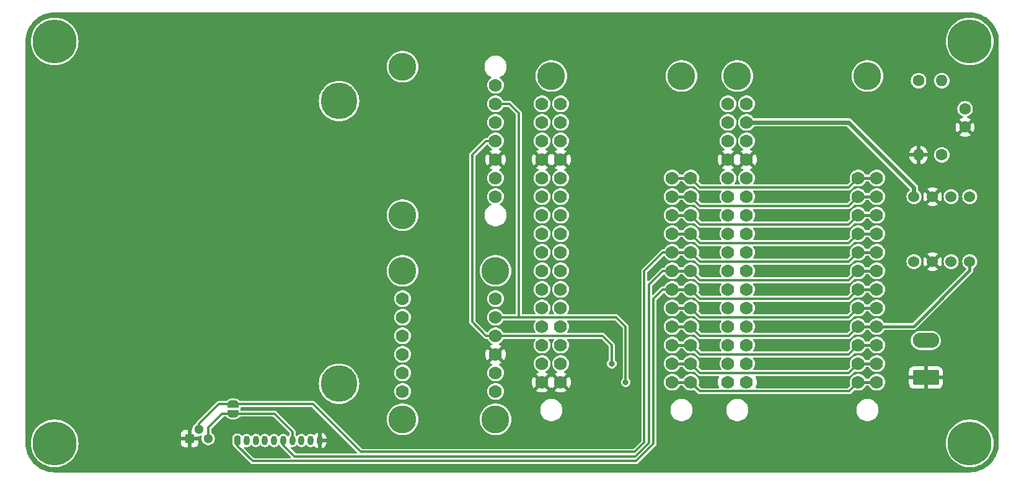
<source format=gbl>
G04 #@! TF.GenerationSoftware,KiCad,Pcbnew,8.0.0*
G04 #@! TF.CreationDate,2024-04-24T13:51:02+02:00*
G04 #@! TF.ProjectId,Cryologger ITB,4372796f-6c6f-4676-9765-72204954422e,v3.2*
G04 #@! TF.SameCoordinates,Original*
G04 #@! TF.FileFunction,Copper,L2,Bot*
G04 #@! TF.FilePolarity,Positive*
%FSLAX46Y46*%
G04 Gerber Fmt 4.6, Leading zero omitted, Abs format (unit mm)*
G04 Created by KiCad (PCBNEW 8.0.0) date 2024-04-24 13:51:02*
%MOMM*%
%LPD*%
G01*
G04 APERTURE LIST*
G04 Aperture macros list*
%AMRoundRect*
0 Rectangle with rounded corners*
0 $1 Rounding radius*
0 $2 $3 $4 $5 $6 $7 $8 $9 X,Y pos of 4 corners*
0 Add a 4 corners polygon primitive as box body*
4,1,4,$2,$3,$4,$5,$6,$7,$8,$9,$2,$3,0*
0 Add four circle primitives for the rounded corners*
1,1,$1+$1,$2,$3*
1,1,$1+$1,$4,$5*
1,1,$1+$1,$6,$7*
1,1,$1+$1,$8,$9*
0 Add four rect primitives between the rounded corners*
20,1,$1+$1,$2,$3,$4,$5,0*
20,1,$1+$1,$4,$5,$6,$7,0*
20,1,$1+$1,$6,$7,$8,$9,0*
20,1,$1+$1,$8,$9,$2,$3,0*%
%AMFreePoly0*
4,1,19,0.500000,-0.750000,0.000000,-0.750000,0.000000,-0.744911,-0.071157,-0.744911,-0.207708,-0.704816,-0.327430,-0.627875,-0.420627,-0.520320,-0.479746,-0.390866,-0.500000,-0.250000,-0.500000,0.250000,-0.479746,0.390866,-0.420627,0.520320,-0.327430,0.627875,-0.207708,0.704816,-0.071157,0.744911,0.000000,0.744911,0.000000,0.750000,0.500000,0.750000,0.500000,-0.750000,0.500000,-0.750000,
$1*%
%AMFreePoly1*
4,1,19,0.000000,0.744911,0.071157,0.744911,0.207708,0.704816,0.327430,0.627875,0.420627,0.520320,0.479746,0.390866,0.500000,0.250000,0.500000,-0.250000,0.479746,-0.390866,0.420627,-0.520320,0.327430,-0.627875,0.207708,-0.704816,0.071157,-0.744911,0.000000,-0.744911,0.000000,-0.750000,-0.500000,-0.750000,-0.500000,0.750000,0.000000,0.750000,0.000000,0.744911,0.000000,0.744911,
$1*%
G04 Aperture macros list end*
G04 #@! TA.AperFunction,WasherPad*
%ADD10C,3.810000*%
G04 #@! TD*
G04 #@! TA.AperFunction,ComponentPad*
%ADD11C,1.778000*%
G04 #@! TD*
G04 #@! TA.AperFunction,ComponentPad*
%ADD12C,6.000000*%
G04 #@! TD*
G04 #@! TA.AperFunction,ComponentPad*
%ADD13C,4.999990*%
G04 #@! TD*
G04 #@! TA.AperFunction,ComponentPad*
%ADD14RoundRect,0.200000X-0.200000X-0.450000X0.200000X-0.450000X0.200000X0.450000X-0.200000X0.450000X0*%
G04 #@! TD*
G04 #@! TA.AperFunction,ComponentPad*
%ADD15O,0.800000X1.300000*%
G04 #@! TD*
G04 #@! TA.AperFunction,ComponentPad*
%ADD16RoundRect,0.249999X1.550001X-0.790001X1.550001X0.790001X-1.550001X0.790001X-1.550001X-0.790001X0*%
G04 #@! TD*
G04 #@! TA.AperFunction,ComponentPad*
%ADD17O,3.600000X2.080000*%
G04 #@! TD*
G04 #@! TA.AperFunction,ComponentPad*
%ADD18C,1.524000*%
G04 #@! TD*
G04 #@! TA.AperFunction,ComponentPad*
%ADD19C,1.600000*%
G04 #@! TD*
G04 #@! TA.AperFunction,ComponentPad*
%ADD20O,1.600000X1.600000*%
G04 #@! TD*
G04 #@! TA.AperFunction,ComponentPad*
%ADD21R,1.300000X1.300000*%
G04 #@! TD*
G04 #@! TA.AperFunction,ComponentPad*
%ADD22C,1.300000*%
G04 #@! TD*
G04 #@! TA.AperFunction,ComponentPad*
%ADD23C,3.810000*%
G04 #@! TD*
G04 #@! TA.AperFunction,SMDPad,CuDef*
%ADD24FreePoly0,90.000000*%
G04 #@! TD*
G04 #@! TA.AperFunction,SMDPad,CuDef*
%ADD25FreePoly1,90.000000*%
G04 #@! TD*
G04 #@! TA.AperFunction,ViaPad*
%ADD26C,0.800000*%
G04 #@! TD*
G04 #@! TA.AperFunction,Conductor*
%ADD27C,0.609600*%
G04 #@! TD*
G04 #@! TA.AperFunction,Conductor*
%ADD28C,0.304800*%
G04 #@! TD*
G04 #@! TA.AperFunction,Conductor*
%ADD29C,0.406400*%
G04 #@! TD*
G04 APERTURE END LIST*
D10*
X134620000Y-99400000D03*
D11*
X134620000Y-103210000D03*
X134620000Y-105750000D03*
X134620000Y-108290000D03*
X134620000Y-110830000D03*
X134620000Y-113370000D03*
X134620000Y-115910000D03*
D10*
X134620000Y-119720000D03*
X147320000Y-99400000D03*
X147320000Y-119720000D03*
D11*
X147320000Y-115910000D03*
X147320000Y-113370000D03*
X147320000Y-110830000D03*
X147320000Y-108290000D03*
X147320000Y-105750000D03*
X147320000Y-103210000D03*
D12*
X87090000Y-68000000D03*
X212090000Y-123000000D03*
X212090000Y-68000000D03*
X87090000Y-123000000D03*
D13*
X125940000Y-76150000D03*
X125940000Y-114850000D03*
D14*
X112068000Y-122610000D03*
D15*
X113318000Y-122610000D03*
X114568000Y-122610000D03*
X115818000Y-122610000D03*
X117068000Y-122610000D03*
X118318000Y-122610000D03*
X119568000Y-122610000D03*
X120818000Y-122610000D03*
X122068000Y-122610000D03*
X123318000Y-122610000D03*
D16*
X206090000Y-114000000D03*
D17*
X206090000Y-108920000D03*
D18*
X204470000Y-89240000D03*
X207010000Y-89240000D03*
X209550000Y-89240000D03*
X212090000Y-89240000D03*
D19*
X208280000Y-83525000D03*
D20*
X208280000Y-73365000D03*
D18*
X204470000Y-98130000D03*
X207010000Y-98130000D03*
X209550000Y-98130000D03*
X212090000Y-98130000D03*
D21*
X105538000Y-122356000D03*
D22*
X106808000Y-121086000D03*
X108078000Y-122356000D03*
D19*
X205105000Y-73365000D03*
D20*
X205105000Y-83525000D03*
D23*
X154940000Y-72730000D03*
X172720000Y-72730000D03*
D11*
X153670000Y-76540000D03*
X156210000Y-76540000D03*
X153670000Y-79080000D03*
X156210000Y-79080000D03*
X153670000Y-81620000D03*
X156210000Y-81620000D03*
X153670000Y-84160000D03*
X156210000Y-84160000D03*
X153670000Y-86700000D03*
X156210000Y-86700000D03*
X153670000Y-89240000D03*
X156210000Y-89240000D03*
X153670000Y-91780000D03*
X156210000Y-91780000D03*
X153670000Y-94320000D03*
X156210000Y-94320000D03*
X153670000Y-96860000D03*
X156210000Y-96860000D03*
X153670000Y-99400000D03*
X156210000Y-99400000D03*
X153670000Y-101940000D03*
X156210000Y-101940000D03*
X153670000Y-104480000D03*
X156210000Y-104480000D03*
X153670000Y-107020000D03*
X156210000Y-107020000D03*
X153670000Y-109560000D03*
X156210000Y-109560000D03*
X153670000Y-112100000D03*
X156210000Y-112100000D03*
X153670000Y-114640000D03*
X156210000Y-114640000D03*
X171450000Y-114640000D03*
X173990000Y-114640000D03*
X171450000Y-112100000D03*
X173990000Y-112100000D03*
X171450000Y-109560000D03*
X173990000Y-109560000D03*
X171450000Y-107020000D03*
X173990000Y-107020000D03*
X171450000Y-104480000D03*
X173990000Y-104480000D03*
X171450000Y-101940000D03*
X173990000Y-101940000D03*
X171450000Y-99400000D03*
X173990000Y-99400000D03*
X171450000Y-96860000D03*
X173990000Y-96860000D03*
X171450000Y-94320000D03*
X173990000Y-94320000D03*
X171450000Y-91780000D03*
X173990000Y-91780000D03*
X171450000Y-89240000D03*
X173990000Y-89240000D03*
X171450000Y-86700000D03*
X173990000Y-86700000D03*
D10*
X134620000Y-71460000D03*
X134620000Y-91780000D03*
D11*
X147320000Y-89240000D03*
X147320000Y-86700000D03*
X147320000Y-84160000D03*
X147320000Y-81620000D03*
X147320000Y-79080000D03*
X147320000Y-76540000D03*
X147320000Y-74000000D03*
D19*
X211455000Y-77215000D03*
X211455000Y-79715000D03*
D23*
X180340000Y-72730000D03*
X198120000Y-72730000D03*
D11*
X179070000Y-76540000D03*
X181610000Y-76540000D03*
X179070000Y-79080000D03*
X181610000Y-79080000D03*
X179070000Y-81620000D03*
X181610000Y-81620000D03*
X179070000Y-84160000D03*
X181610000Y-84160000D03*
X179070000Y-86700000D03*
X181610000Y-86700000D03*
X179070000Y-89240000D03*
X181610000Y-89240000D03*
X179070000Y-91780000D03*
X181610000Y-91780000D03*
X179070000Y-94320000D03*
X181610000Y-94320000D03*
X179070000Y-96860000D03*
X181610000Y-96860000D03*
X179070000Y-99400000D03*
X181610000Y-99400000D03*
X179070000Y-101940000D03*
X181610000Y-101940000D03*
X179070000Y-104480000D03*
X181610000Y-104480000D03*
X179070000Y-107020000D03*
X181610000Y-107020000D03*
X179070000Y-109560000D03*
X181610000Y-109560000D03*
X179070000Y-112100000D03*
X181610000Y-112100000D03*
X179070000Y-114640000D03*
X181610000Y-114640000D03*
X196850000Y-114640000D03*
X199390000Y-114640000D03*
X196850000Y-112100000D03*
X199390000Y-112100000D03*
X196850000Y-109560000D03*
X199390000Y-109560000D03*
X196850000Y-107020000D03*
X199390000Y-107020000D03*
X196850000Y-104480000D03*
X199390000Y-104480000D03*
X196850000Y-101940000D03*
X199390000Y-101940000D03*
X196850000Y-99400000D03*
X199390000Y-99400000D03*
X196850000Y-96860000D03*
X199390000Y-96860000D03*
X196850000Y-94320000D03*
X199390000Y-94320000D03*
X196850000Y-91780000D03*
X199390000Y-91780000D03*
X196850000Y-89240000D03*
X199390000Y-89240000D03*
X196850000Y-86700000D03*
X199390000Y-86700000D03*
D24*
X111492000Y-118942000D03*
D25*
X111492000Y-117642000D03*
D26*
X85090000Y-74000000D03*
X106680000Y-95590000D03*
X85090000Y-117180000D03*
X140970000Y-81620000D03*
X140970000Y-109560000D03*
X116840000Y-85430000D03*
X96520000Y-85430000D03*
X96520000Y-105750000D03*
X116840000Y-107020000D03*
X140970000Y-72730000D03*
X140970000Y-90510000D03*
X140970000Y-101940000D03*
X140970000Y-117180000D03*
X163830000Y-72730000D03*
X163830000Y-118450000D03*
X128270000Y-95590000D03*
X85090000Y-95590000D03*
X133350000Y-81620000D03*
X189230000Y-118450000D03*
X189230000Y-72730000D03*
X106680000Y-74000000D03*
X106680000Y-117180000D03*
X163830000Y-101940000D03*
X189230000Y-101940000D03*
X189230000Y-109560000D03*
X189230000Y-94320000D03*
X189230000Y-82890000D03*
X163830000Y-83525000D03*
X163830000Y-94320000D03*
X149860000Y-107020000D03*
X117184000Y-124396000D03*
X176590000Y-102000000D03*
X176590000Y-99500000D03*
X165100000Y-114640000D03*
X163195000Y-112100000D03*
D27*
X204470000Y-87970000D02*
X195580000Y-79080000D01*
X195580000Y-79080000D02*
X181610000Y-79080000D01*
X204470000Y-89240000D02*
X204470000Y-87970000D01*
D28*
X196850000Y-114640000D02*
X195608599Y-115881401D01*
D29*
X173990000Y-114640000D02*
X171450000Y-114640000D01*
X199390000Y-114640000D02*
X196850000Y-114640000D01*
D28*
X175231401Y-115881401D02*
X173990000Y-114640000D01*
X195608599Y-115881401D02*
X175231401Y-115881401D01*
X165100000Y-107020000D02*
X163830000Y-105750000D01*
X147320000Y-76540000D02*
X149225000Y-76540000D01*
X150495000Y-77810000D02*
X150495000Y-105750000D01*
X149225000Y-76540000D02*
X150495000Y-77810000D01*
X165100000Y-114640000D02*
X165100000Y-107020000D01*
X163830000Y-105750000D02*
X147320000Y-105750000D01*
X195580000Y-113370000D02*
X175260000Y-113370000D01*
X144145000Y-83525000D02*
X146050000Y-81620000D01*
X144145000Y-106385000D02*
X144145000Y-83525000D01*
X161925000Y-108290000D02*
X147320000Y-108290000D01*
X146050000Y-81620000D02*
X147320000Y-81620000D01*
X175260000Y-113370000D02*
X173990000Y-112100000D01*
X146050000Y-108290000D02*
X147320000Y-108290000D01*
D29*
X173990000Y-112100000D02*
X171450000Y-112100000D01*
D28*
X163195000Y-109560000D02*
X161925000Y-108290000D01*
X196850000Y-112100000D02*
X195580000Y-113370000D01*
X163195000Y-112100000D02*
X163195000Y-109560000D01*
D29*
X199390000Y-112100000D02*
X196850000Y-112100000D01*
D28*
X144145000Y-106385000D02*
X146050000Y-108290000D01*
D29*
X199390000Y-107020000D02*
X196850000Y-107020000D01*
X204410000Y-107020000D02*
X199390000Y-107020000D01*
X212090000Y-98130000D02*
X212090000Y-99340000D01*
D28*
X195580000Y-108290000D02*
X175260000Y-108290000D01*
X175260000Y-108290000D02*
X173990000Y-107020000D01*
D29*
X212090000Y-99340000D02*
X204410000Y-107020000D01*
X173990000Y-107020000D02*
X171450000Y-107020000D01*
D28*
X196850000Y-107020000D02*
X195580000Y-108290000D01*
X195580000Y-110830000D02*
X175260000Y-110830000D01*
D29*
X173990000Y-109560000D02*
X171450000Y-109560000D01*
D28*
X175260000Y-110830000D02*
X173990000Y-109560000D01*
D29*
X199390000Y-109560000D02*
X196850000Y-109560000D01*
D28*
X196850000Y-109560000D02*
X195580000Y-110830000D01*
X175260000Y-105750000D02*
X173990000Y-104480000D01*
X195580000Y-105750000D02*
X175260000Y-105750000D01*
D29*
X173990000Y-104480000D02*
X171450000Y-104480000D01*
D28*
X196850000Y-104480000D02*
X195580000Y-105750000D01*
D29*
X199390000Y-104480000D02*
X196850000Y-104480000D01*
X199390000Y-101940000D02*
X196850000Y-101940000D01*
D28*
X175260000Y-103210000D02*
X173990000Y-101940000D01*
X195580000Y-103210000D02*
X175260000Y-103210000D01*
X114159000Y-125435000D02*
X166527818Y-125435000D01*
X168910000Y-103210000D02*
X168910000Y-123052818D01*
X112090000Y-123366000D02*
X114159000Y-125435000D01*
X170180000Y-101940000D02*
X168910000Y-103210000D01*
X196850000Y-101940000D02*
X195580000Y-103210000D01*
X171450000Y-101940000D02*
X170180000Y-101940000D01*
D29*
X173990000Y-101940000D02*
X171450000Y-101940000D01*
D28*
X168910000Y-123052818D02*
X166527818Y-125435000D01*
X112090000Y-122500000D02*
X112090000Y-123366000D01*
X195580000Y-100670000D02*
X175260000Y-100670000D01*
X119874000Y-124800000D02*
X166448909Y-124800000D01*
X196850000Y-99400000D02*
X195580000Y-100670000D01*
X118340000Y-123266000D02*
X119874000Y-124800000D01*
X168275000Y-122973909D02*
X166448909Y-124800000D01*
X118340000Y-122500000D02*
X118340000Y-123266000D01*
D29*
X173990000Y-99400000D02*
X171450000Y-99400000D01*
D28*
X175260000Y-100670000D02*
X173990000Y-99400000D01*
X168275000Y-101305000D02*
X168275000Y-122973909D01*
X171450000Y-99400000D02*
X170180000Y-99400000D01*
D29*
X199390000Y-99400000D02*
X196850000Y-99400000D01*
D28*
X170180000Y-99400000D02*
X168275000Y-101305000D01*
X166370000Y-124165000D02*
X167640000Y-122895000D01*
X170180000Y-96860000D02*
X171450000Y-96860000D01*
X175260000Y-98130000D02*
X173990000Y-96860000D01*
X128937000Y-124165000D02*
X166370000Y-124165000D01*
X195580000Y-98130000D02*
X175260000Y-98130000D01*
X122414000Y-117642000D02*
X128937000Y-124165000D01*
X167640000Y-122895000D02*
X167640000Y-99400000D01*
D29*
X199390000Y-96860000D02*
X196850000Y-96860000D01*
D28*
X111492000Y-117642000D02*
X122414000Y-117642000D01*
X106808000Y-121086000D02*
X106808000Y-120324000D01*
D29*
X173990000Y-96860000D02*
X171450000Y-96860000D01*
D28*
X109490000Y-117642000D02*
X111492000Y-117642000D01*
X196850000Y-96860000D02*
X195580000Y-98130000D01*
X106808000Y-120324000D02*
X109490000Y-117642000D01*
X167640000Y-99400000D02*
X170180000Y-96860000D01*
D29*
X199390000Y-94320000D02*
X196850000Y-94320000D01*
X173990000Y-94320000D02*
X171450000Y-94320000D01*
D28*
X195580000Y-95590000D02*
X175260000Y-95590000D01*
X196850000Y-94320000D02*
X195580000Y-95590000D01*
X175260000Y-95590000D02*
X173990000Y-94320000D01*
D29*
X199390000Y-91780000D02*
X196850000Y-91780000D01*
X173990000Y-91780000D02*
X171450000Y-91780000D01*
D28*
X196850000Y-91780000D02*
X195580000Y-93050000D01*
X175260000Y-93050000D02*
X173990000Y-91780000D01*
X195580000Y-93050000D02*
X175260000Y-93050000D01*
D29*
X199390000Y-89240000D02*
X196850000Y-89240000D01*
D28*
X175260000Y-90510000D02*
X173990000Y-89240000D01*
D29*
X173990000Y-89240000D02*
X171450000Y-89240000D01*
D28*
X195580000Y-90510000D02*
X175260000Y-90510000D01*
X196850000Y-89240000D02*
X195580000Y-90510000D01*
X195580000Y-87970000D02*
X175260000Y-87970000D01*
X175260000Y-87970000D02*
X173990000Y-86700000D01*
X196850000Y-86700000D02*
X195580000Y-87970000D01*
D29*
X173990000Y-86700000D02*
X171450000Y-86700000D01*
X199390000Y-86700000D02*
X196850000Y-86700000D01*
D28*
X109968000Y-118942000D02*
X111492000Y-118942000D01*
X108078000Y-122356000D02*
X108078000Y-120832000D01*
X108078000Y-120832000D02*
X109968000Y-118942000D01*
X119590000Y-121422000D02*
X117110000Y-118942000D01*
X119590000Y-122500000D02*
X119590000Y-121422000D01*
X117110000Y-118942000D02*
X111492000Y-118942000D01*
G04 #@! TA.AperFunction,Conductor*
G36*
X117775861Y-123233634D02*
G01*
X117796103Y-123256995D01*
X117809615Y-123277218D01*
X117809619Y-123277223D01*
X117900773Y-123368377D01*
X117900777Y-123368380D01*
X117900780Y-123368383D01*
X117910381Y-123374798D01*
X117923116Y-123383308D01*
X117961609Y-123424408D01*
X118014396Y-123515839D01*
X118014398Y-123515842D01*
X118014399Y-123515843D01*
X118741298Y-124242742D01*
X119314976Y-124816419D01*
X119348461Y-124877742D01*
X119343477Y-124947434D01*
X119301605Y-125003367D01*
X119236141Y-125027784D01*
X119227295Y-125028100D01*
X114378906Y-125028100D01*
X114311867Y-125008415D01*
X114291225Y-124991781D01*
X112990381Y-123690937D01*
X112956896Y-123629614D01*
X112961880Y-123559922D01*
X113003752Y-123503989D01*
X113069216Y-123479572D01*
X113121142Y-123487987D01*
X113121266Y-123487581D01*
X113124284Y-123488496D01*
X113125515Y-123488696D01*
X113127089Y-123489348D01*
X113127095Y-123489349D01*
X113127096Y-123489350D01*
X113253532Y-123514499D01*
X113253536Y-123514500D01*
X113253537Y-123514500D01*
X113382464Y-123514500D01*
X113382465Y-123514499D01*
X113457391Y-123499596D01*
X113508903Y-123489350D01*
X113508906Y-123489348D01*
X113508911Y-123489348D01*
X113628022Y-123440011D01*
X113735220Y-123368383D01*
X113826383Y-123277220D01*
X113839897Y-123256994D01*
X113893508Y-123212189D01*
X113962833Y-123203480D01*
X114025861Y-123233634D01*
X114046103Y-123256995D01*
X114059615Y-123277218D01*
X114059619Y-123277223D01*
X114150776Y-123368380D01*
X114150780Y-123368383D01*
X114257978Y-123440011D01*
X114257979Y-123440011D01*
X114257980Y-123440012D01*
X114257982Y-123440013D01*
X114337385Y-123472902D01*
X114377089Y-123489348D01*
X114377091Y-123489348D01*
X114377096Y-123489350D01*
X114503532Y-123514499D01*
X114503536Y-123514500D01*
X114503537Y-123514500D01*
X114632464Y-123514500D01*
X114632465Y-123514499D01*
X114707391Y-123499596D01*
X114758903Y-123489350D01*
X114758906Y-123489348D01*
X114758911Y-123489348D01*
X114878022Y-123440011D01*
X114985220Y-123368383D01*
X115076383Y-123277220D01*
X115089897Y-123256994D01*
X115143508Y-123212189D01*
X115212833Y-123203480D01*
X115275861Y-123233634D01*
X115296103Y-123256995D01*
X115309615Y-123277218D01*
X115309619Y-123277223D01*
X115400776Y-123368380D01*
X115400780Y-123368383D01*
X115507978Y-123440011D01*
X115507979Y-123440011D01*
X115507980Y-123440012D01*
X115507982Y-123440013D01*
X115587385Y-123472902D01*
X115627089Y-123489348D01*
X115627091Y-123489348D01*
X115627096Y-123489350D01*
X115753532Y-123514499D01*
X115753536Y-123514500D01*
X115753537Y-123514500D01*
X115882464Y-123514500D01*
X115882465Y-123514499D01*
X115957391Y-123499596D01*
X116008903Y-123489350D01*
X116008906Y-123489348D01*
X116008911Y-123489348D01*
X116128022Y-123440011D01*
X116235220Y-123368383D01*
X116326383Y-123277220D01*
X116339897Y-123256994D01*
X116393508Y-123212189D01*
X116462833Y-123203480D01*
X116525861Y-123233634D01*
X116546103Y-123256995D01*
X116559615Y-123277218D01*
X116559619Y-123277223D01*
X116650776Y-123368380D01*
X116650780Y-123368383D01*
X116757978Y-123440011D01*
X116757979Y-123440011D01*
X116757980Y-123440012D01*
X116757982Y-123440013D01*
X116837385Y-123472902D01*
X116877089Y-123489348D01*
X116877091Y-123489348D01*
X116877096Y-123489350D01*
X117003532Y-123514499D01*
X117003536Y-123514500D01*
X117003537Y-123514500D01*
X117132464Y-123514500D01*
X117132465Y-123514499D01*
X117207391Y-123499596D01*
X117258903Y-123489350D01*
X117258906Y-123489348D01*
X117258911Y-123489348D01*
X117378022Y-123440011D01*
X117485220Y-123368383D01*
X117576383Y-123277220D01*
X117589897Y-123256994D01*
X117643508Y-123212189D01*
X117712833Y-123203480D01*
X117775861Y-123233634D01*
G37*
G04 #@! TD.AperFunction*
G04 #@! TA.AperFunction,Conductor*
G36*
X122261133Y-118068585D02*
G01*
X122281775Y-118085219D01*
X128377975Y-124181419D01*
X128411460Y-124242742D01*
X128406476Y-124312434D01*
X128364604Y-124368367D01*
X128299140Y-124392784D01*
X128290294Y-124393100D01*
X120093905Y-124393100D01*
X120026866Y-124373415D01*
X120006224Y-124356781D01*
X119572068Y-123922625D01*
X119368666Y-123719222D01*
X119335182Y-123657901D01*
X119340166Y-123588209D01*
X119382038Y-123532276D01*
X119447502Y-123507859D01*
X119480539Y-123509926D01*
X119503532Y-123514499D01*
X119503536Y-123514500D01*
X119503537Y-123514500D01*
X119632464Y-123514500D01*
X119632465Y-123514499D01*
X119707391Y-123499596D01*
X119758903Y-123489350D01*
X119758906Y-123489348D01*
X119758911Y-123489348D01*
X119878022Y-123440011D01*
X119985220Y-123368383D01*
X120076383Y-123277220D01*
X120089897Y-123256994D01*
X120143508Y-123212189D01*
X120212833Y-123203480D01*
X120275861Y-123233634D01*
X120296103Y-123256995D01*
X120309615Y-123277218D01*
X120309619Y-123277223D01*
X120400776Y-123368380D01*
X120400780Y-123368383D01*
X120507978Y-123440011D01*
X120507979Y-123440011D01*
X120507980Y-123440012D01*
X120507982Y-123440013D01*
X120587385Y-123472902D01*
X120627089Y-123489348D01*
X120627091Y-123489348D01*
X120627096Y-123489350D01*
X120753532Y-123514499D01*
X120753536Y-123514500D01*
X120753537Y-123514500D01*
X120882464Y-123514500D01*
X120882465Y-123514499D01*
X120957391Y-123499596D01*
X121008903Y-123489350D01*
X121008906Y-123489348D01*
X121008911Y-123489348D01*
X121128022Y-123440011D01*
X121235220Y-123368383D01*
X121326383Y-123277220D01*
X121339897Y-123256994D01*
X121393508Y-123212189D01*
X121462833Y-123203480D01*
X121525861Y-123233634D01*
X121546103Y-123256995D01*
X121559615Y-123277218D01*
X121559619Y-123277223D01*
X121650776Y-123368380D01*
X121650780Y-123368383D01*
X121757978Y-123440011D01*
X121757979Y-123440011D01*
X121757980Y-123440012D01*
X121757982Y-123440013D01*
X121837385Y-123472902D01*
X121877089Y-123489348D01*
X121877091Y-123489348D01*
X121877096Y-123489350D01*
X122003532Y-123514499D01*
X122003536Y-123514500D01*
X122003537Y-123514500D01*
X122132464Y-123514500D01*
X122132465Y-123514499D01*
X122207391Y-123499596D01*
X122258903Y-123489350D01*
X122258906Y-123489348D01*
X122258911Y-123489348D01*
X122378022Y-123440011D01*
X122444373Y-123395675D01*
X122511047Y-123374798D01*
X122578427Y-123393282D01*
X122616361Y-123429883D01*
X122618920Y-123433712D01*
X122618926Y-123433720D01*
X122744279Y-123559073D01*
X122744283Y-123559076D01*
X122891683Y-123657566D01*
X122891693Y-123657571D01*
X123055476Y-123725412D01*
X123055483Y-123725415D01*
X123068000Y-123727904D01*
X123068000Y-122659728D01*
X123106060Y-122751614D01*
X123176386Y-122821940D01*
X123268272Y-122860000D01*
X123367728Y-122860000D01*
X123568000Y-122860000D01*
X123568000Y-123727903D01*
X123580516Y-123725415D01*
X123580523Y-123725412D01*
X123744306Y-123657571D01*
X123744316Y-123657566D01*
X123891716Y-123559076D01*
X123891720Y-123559073D01*
X124017073Y-123433720D01*
X124017076Y-123433716D01*
X124115566Y-123286316D01*
X124115571Y-123286307D01*
X124183413Y-123122520D01*
X124183415Y-123122512D01*
X124217999Y-122948646D01*
X124218000Y-122948643D01*
X124218000Y-122860000D01*
X123568000Y-122860000D01*
X123367728Y-122860000D01*
X123459614Y-122821940D01*
X123529940Y-122751614D01*
X123568000Y-122659728D01*
X123568000Y-122560272D01*
X123529940Y-122468386D01*
X123459614Y-122398060D01*
X123367728Y-122360000D01*
X123268272Y-122360000D01*
X123176386Y-122398060D01*
X123106060Y-122468386D01*
X123068000Y-122560272D01*
X123068000Y-121492095D01*
X123067999Y-121492094D01*
X123568000Y-121492094D01*
X123568000Y-122360000D01*
X124218000Y-122360000D01*
X124218000Y-122271357D01*
X124217999Y-122271353D01*
X124183415Y-122097487D01*
X124183413Y-122097479D01*
X124115571Y-121933692D01*
X124115566Y-121933683D01*
X124017076Y-121786283D01*
X124017073Y-121786279D01*
X123891720Y-121660926D01*
X123891716Y-121660923D01*
X123744316Y-121562433D01*
X123744307Y-121562428D01*
X123580519Y-121494585D01*
X123568000Y-121492094D01*
X123067999Y-121492094D01*
X123055480Y-121494585D01*
X122891692Y-121562428D01*
X122891683Y-121562433D01*
X122744283Y-121660923D01*
X122744279Y-121660926D01*
X122618926Y-121786279D01*
X122618921Y-121786286D01*
X122616364Y-121790113D01*
X122562751Y-121834918D01*
X122493426Y-121843624D01*
X122444372Y-121824323D01*
X122378019Y-121779987D01*
X122378017Y-121779986D01*
X122258912Y-121730652D01*
X122258903Y-121730649D01*
X122132467Y-121705500D01*
X122132463Y-121705500D01*
X122003537Y-121705500D01*
X122003532Y-121705500D01*
X121877096Y-121730649D01*
X121877087Y-121730652D01*
X121757982Y-121779986D01*
X121757980Y-121779987D01*
X121650780Y-121851616D01*
X121650776Y-121851619D01*
X121559619Y-121942776D01*
X121559616Y-121942780D01*
X121546102Y-121963006D01*
X121492490Y-122007811D01*
X121423165Y-122016518D01*
X121360137Y-121986363D01*
X121339898Y-121963006D01*
X121326383Y-121942780D01*
X121326380Y-121942776D01*
X121235223Y-121851619D01*
X121235219Y-121851616D01*
X121128019Y-121779987D01*
X121128017Y-121779986D01*
X121008912Y-121730652D01*
X121008903Y-121730649D01*
X120882467Y-121705500D01*
X120882463Y-121705500D01*
X120753537Y-121705500D01*
X120753532Y-121705500D01*
X120627096Y-121730649D01*
X120627087Y-121730652D01*
X120507982Y-121779986D01*
X120507980Y-121779987D01*
X120400780Y-121851616D01*
X120400776Y-121851619D01*
X120309619Y-121942776D01*
X120309616Y-121942780D01*
X120296102Y-121963006D01*
X120242490Y-122007811D01*
X120173165Y-122016518D01*
X120110137Y-121986363D01*
X120089898Y-121963006D01*
X120076383Y-121942780D01*
X120076380Y-121942776D01*
X120033219Y-121899615D01*
X119999734Y-121838292D01*
X119996900Y-121811934D01*
X119996900Y-121368433D01*
X119996900Y-121368431D01*
X119969170Y-121264943D01*
X119915601Y-121172158D01*
X119839842Y-121096399D01*
X117359843Y-118616399D01*
X117267058Y-118562830D01*
X117267059Y-118562830D01*
X117241186Y-118555897D01*
X117163570Y-118535100D01*
X117163569Y-118535100D01*
X117163567Y-118535100D01*
X112621783Y-118535100D01*
X112554744Y-118515415D01*
X112508989Y-118462611D01*
X112500166Y-118435291D01*
X112481748Y-118342699D01*
X112481747Y-118342698D01*
X112481747Y-118342694D01*
X112481744Y-118342689D01*
X112480405Y-118339456D01*
X112479583Y-118331812D01*
X112479365Y-118330716D01*
X112479463Y-118330696D01*
X112472935Y-118269987D01*
X112480405Y-118244544D01*
X112481743Y-118241311D01*
X112481747Y-118241306D01*
X112500166Y-118148709D01*
X112532550Y-118086798D01*
X112593266Y-118052224D01*
X112621783Y-118048900D01*
X122194094Y-118048900D01*
X122261133Y-118068585D01*
G37*
G04 #@! TD.AperFunction*
G04 #@! TA.AperFunction,Conductor*
G36*
X172930749Y-99877385D02*
G01*
X172974709Y-99926427D01*
X173003373Y-99983993D01*
X173013611Y-100004554D01*
X173141324Y-100173673D01*
X173276052Y-100296493D01*
X173297935Y-100316442D01*
X173478115Y-100428005D01*
X173675726Y-100504560D01*
X173884039Y-100543500D01*
X173884042Y-100543500D01*
X174095958Y-100543500D01*
X174095961Y-100543500D01*
X174304274Y-100504560D01*
X174383784Y-100473756D01*
X174453405Y-100467894D01*
X174515145Y-100500603D01*
X174516258Y-100501702D01*
X174915647Y-100901091D01*
X174949132Y-100962414D01*
X174947987Y-100978422D01*
X174953065Y-100977295D01*
X175006738Y-100993627D01*
X175010156Y-100995600D01*
X175010157Y-100995601D01*
X175102942Y-101049170D01*
X175125286Y-101055157D01*
X175206431Y-101076900D01*
X178039830Y-101076900D01*
X178106869Y-101096585D01*
X178152624Y-101149389D01*
X178162568Y-101218547D01*
X178138784Y-101275627D01*
X178093611Y-101335445D01*
X177999151Y-101525146D01*
X177941154Y-101728986D01*
X177921601Y-101939999D01*
X177921601Y-101940000D01*
X177941154Y-102151013D01*
X177941154Y-102151015D01*
X177941155Y-102151018D01*
X177949969Y-102181995D01*
X177999151Y-102354853D01*
X178093611Y-102544554D01*
X178138784Y-102604373D01*
X178163476Y-102669735D01*
X178148911Y-102738069D01*
X178099713Y-102787682D01*
X178039830Y-102803100D01*
X175479906Y-102803100D01*
X175412867Y-102783415D01*
X175392225Y-102766781D01*
X175094533Y-102469089D01*
X175061048Y-102407766D01*
X175062948Y-102347475D01*
X175118845Y-102151018D01*
X175138399Y-101940000D01*
X175138178Y-101937620D01*
X175118845Y-101728986D01*
X175118845Y-101728982D01*
X175060850Y-101525150D01*
X174966389Y-101335446D01*
X174845784Y-101175740D01*
X174821093Y-101110381D01*
X174821366Y-101109096D01*
X174768539Y-101097604D01*
X174744428Y-101080409D01*
X174682066Y-101023559D01*
X174682065Y-101023558D01*
X174607348Y-100977295D01*
X174501886Y-100911995D01*
X174501884Y-100911994D01*
X174357392Y-100856018D01*
X174304274Y-100835440D01*
X174095961Y-100796500D01*
X173884039Y-100796500D01*
X173675726Y-100835440D01*
X173675723Y-100835440D01*
X173675723Y-100835441D01*
X173478115Y-100911994D01*
X173478113Y-100911995D01*
X173297933Y-101023559D01*
X173141324Y-101166326D01*
X173013611Y-101335445D01*
X173013611Y-101335446D01*
X172974709Y-101413571D01*
X172927208Y-101464808D01*
X172863710Y-101482300D01*
X172576290Y-101482300D01*
X172509251Y-101462615D01*
X172465290Y-101413572D01*
X172426389Y-101335446D01*
X172365118Y-101254311D01*
X172298675Y-101166326D01*
X172142066Y-101023559D01*
X172142065Y-101023558D01*
X172067348Y-100977295D01*
X171961886Y-100911995D01*
X171961884Y-100911994D01*
X171817392Y-100856018D01*
X171764274Y-100835440D01*
X171555961Y-100796500D01*
X171344039Y-100796500D01*
X171135726Y-100835440D01*
X171135723Y-100835440D01*
X171135723Y-100835441D01*
X170938115Y-100911994D01*
X170938113Y-100911995D01*
X170757933Y-101023559D01*
X170601324Y-101166326D01*
X170473611Y-101335445D01*
X170409413Y-101464372D01*
X170361910Y-101515609D01*
X170298413Y-101533100D01*
X170126431Y-101533100D01*
X170050673Y-101553398D01*
X170050672Y-101553399D01*
X170033700Y-101557946D01*
X170022937Y-101560831D01*
X169930160Y-101614396D01*
X169930155Y-101614400D01*
X168893581Y-102650975D01*
X168832258Y-102684460D01*
X168762566Y-102679476D01*
X168706633Y-102637604D01*
X168682216Y-102572140D01*
X168681900Y-102563294D01*
X168681900Y-101524906D01*
X168701585Y-101457867D01*
X168718219Y-101437225D01*
X169422840Y-100732604D01*
X170244472Y-99910971D01*
X170305793Y-99877488D01*
X170375485Y-99882472D01*
X170431418Y-99924344D01*
X170443151Y-99943382D01*
X170473611Y-100004554D01*
X170601324Y-100173673D01*
X170736052Y-100296493D01*
X170757935Y-100316442D01*
X170938115Y-100428005D01*
X171135726Y-100504560D01*
X171344039Y-100543500D01*
X171344042Y-100543500D01*
X171555958Y-100543500D01*
X171555961Y-100543500D01*
X171764274Y-100504560D01*
X171961885Y-100428005D01*
X172142065Y-100316442D01*
X172298677Y-100173671D01*
X172426389Y-100004554D01*
X172465290Y-99926428D01*
X172512792Y-99875192D01*
X172576290Y-99857700D01*
X172863710Y-99857700D01*
X172930749Y-99877385D01*
G37*
G04 #@! TD.AperFunction*
G04 #@! TA.AperFunction,Conductor*
G36*
X172930749Y-97337385D02*
G01*
X172974709Y-97386427D01*
X172997307Y-97431810D01*
X173013611Y-97464554D01*
X173141324Y-97633673D01*
X173256995Y-97739120D01*
X173297935Y-97776442D01*
X173478115Y-97888005D01*
X173675726Y-97964560D01*
X173884039Y-98003500D01*
X173884042Y-98003500D01*
X174095958Y-98003500D01*
X174095961Y-98003500D01*
X174304274Y-97964560D01*
X174383784Y-97933756D01*
X174453405Y-97927894D01*
X174515145Y-97960603D01*
X174516258Y-97961702D01*
X174915647Y-98361091D01*
X174949132Y-98422414D01*
X174947987Y-98438422D01*
X174953065Y-98437295D01*
X175006738Y-98453627D01*
X175010156Y-98455600D01*
X175010157Y-98455601D01*
X175102942Y-98509170D01*
X175130669Y-98516599D01*
X175130671Y-98516600D01*
X175130672Y-98516600D01*
X175206431Y-98536900D01*
X178039830Y-98536900D01*
X178106869Y-98556585D01*
X178152624Y-98609389D01*
X178162568Y-98678547D01*
X178138784Y-98735627D01*
X178093611Y-98795445D01*
X177999151Y-98985146D01*
X177973965Y-99073666D01*
X177943401Y-99181090D01*
X177941154Y-99188986D01*
X177921601Y-99399999D01*
X177921601Y-99400000D01*
X177941154Y-99611013D01*
X177941154Y-99611015D01*
X177941155Y-99611018D01*
X177964974Y-99694733D01*
X177999151Y-99814853D01*
X178093611Y-100004554D01*
X178138784Y-100064373D01*
X178163476Y-100129735D01*
X178148911Y-100198069D01*
X178099713Y-100247682D01*
X178039830Y-100263100D01*
X175479906Y-100263100D01*
X175412867Y-100243415D01*
X175392225Y-100226781D01*
X175094533Y-99929089D01*
X175061048Y-99867766D01*
X175062948Y-99807475D01*
X175118845Y-99611018D01*
X175138399Y-99400000D01*
X175138178Y-99397620D01*
X175122377Y-99227099D01*
X175118845Y-99188982D01*
X175060850Y-98985150D01*
X174966389Y-98795446D01*
X174845784Y-98635740D01*
X174821093Y-98570381D01*
X174821366Y-98569096D01*
X174768539Y-98557604D01*
X174744428Y-98540409D01*
X174682066Y-98483559D01*
X174682065Y-98483558D01*
X174603441Y-98434876D01*
X174501886Y-98371995D01*
X174501884Y-98371994D01*
X174357392Y-98316018D01*
X174304274Y-98295440D01*
X174095961Y-98256500D01*
X173884039Y-98256500D01*
X173675726Y-98295440D01*
X173675723Y-98295440D01*
X173675723Y-98295441D01*
X173478115Y-98371994D01*
X173478113Y-98371995D01*
X173297933Y-98483559D01*
X173141324Y-98626326D01*
X173013611Y-98795445D01*
X173013611Y-98795446D01*
X172974709Y-98873571D01*
X172927208Y-98924808D01*
X172863710Y-98942300D01*
X172576290Y-98942300D01*
X172509251Y-98922615D01*
X172465290Y-98873572D01*
X172426389Y-98795446D01*
X172352395Y-98697463D01*
X172298675Y-98626326D01*
X172142066Y-98483559D01*
X172142065Y-98483558D01*
X172063441Y-98434876D01*
X171961886Y-98371995D01*
X171961884Y-98371994D01*
X171817392Y-98316018D01*
X171764274Y-98295440D01*
X171555961Y-98256500D01*
X171344039Y-98256500D01*
X171135726Y-98295440D01*
X171135723Y-98295440D01*
X171135723Y-98295441D01*
X170938115Y-98371994D01*
X170938113Y-98371995D01*
X170757933Y-98483559D01*
X170601324Y-98626326D01*
X170473611Y-98795445D01*
X170409413Y-98924372D01*
X170361910Y-98975609D01*
X170298413Y-98993100D01*
X170233570Y-98993100D01*
X170126430Y-98993100D01*
X170057438Y-99011586D01*
X170022942Y-99020830D01*
X169930157Y-99074398D01*
X169930155Y-99074400D01*
X168258581Y-100745975D01*
X168197258Y-100779460D01*
X168127566Y-100774476D01*
X168071633Y-100732604D01*
X168047216Y-100667140D01*
X168046900Y-100658294D01*
X168046900Y-99619905D01*
X168066585Y-99552866D01*
X168083219Y-99532224D01*
X169161816Y-98453627D01*
X170244471Y-97370971D01*
X170305792Y-97337488D01*
X170375484Y-97342472D01*
X170431417Y-97384344D01*
X170443150Y-97403381D01*
X170473612Y-97464556D01*
X170601324Y-97633673D01*
X170716995Y-97739120D01*
X170757935Y-97776442D01*
X170938115Y-97888005D01*
X171135726Y-97964560D01*
X171344039Y-98003500D01*
X171344042Y-98003500D01*
X171555958Y-98003500D01*
X171555961Y-98003500D01*
X171764274Y-97964560D01*
X171961885Y-97888005D01*
X172142065Y-97776442D01*
X172298677Y-97633671D01*
X172426389Y-97464554D01*
X172465290Y-97386428D01*
X172512792Y-97335192D01*
X172576290Y-97317700D01*
X172863710Y-97317700D01*
X172930749Y-97337385D01*
G37*
G04 #@! TD.AperFunction*
G04 #@! TA.AperFunction,Conductor*
G36*
X181144075Y-84352993D02*
G01*
X181209901Y-84467007D01*
X181302993Y-84560099D01*
X181417007Y-84625925D01*
X181480590Y-84642962D01*
X180819040Y-85304512D01*
X180819040Y-85304514D01*
X180847677Y-85326803D01*
X180847683Y-85326807D01*
X181050131Y-85436367D01*
X181050140Y-85436370D01*
X181078381Y-85446066D01*
X181135396Y-85486452D01*
X181161527Y-85551251D01*
X181148475Y-85619891D01*
X181102561Y-85668286D01*
X181102989Y-85668977D01*
X180917933Y-85783559D01*
X180761324Y-85926326D01*
X180633611Y-86095445D01*
X180539151Y-86285146D01*
X180481154Y-86488986D01*
X180463471Y-86679819D01*
X180456402Y-86697620D01*
X180461693Y-86707813D01*
X180463471Y-86720180D01*
X180481154Y-86911013D01*
X180539151Y-87114853D01*
X180633611Y-87304554D01*
X180678784Y-87364373D01*
X180703476Y-87429735D01*
X180688911Y-87498069D01*
X180639713Y-87547682D01*
X180579830Y-87563100D01*
X180100170Y-87563100D01*
X180033131Y-87543415D01*
X179987376Y-87490611D01*
X179977432Y-87421453D01*
X180001216Y-87364373D01*
X180015952Y-87344857D01*
X180046389Y-87304554D01*
X180140850Y-87114850D01*
X180198845Y-86911018D01*
X180216529Y-86720179D01*
X180223597Y-86702378D01*
X180218307Y-86692186D01*
X180216529Y-86679819D01*
X180198845Y-86488986D01*
X180198845Y-86488982D01*
X180140850Y-86285150D01*
X180046389Y-86095446D01*
X179918677Y-85926329D01*
X179918675Y-85926326D01*
X179762066Y-85783559D01*
X179762065Y-85783558D01*
X179581885Y-85671995D01*
X179577011Y-85668977D01*
X179578402Y-85666729D01*
X179535392Y-85626878D01*
X179517950Y-85559220D01*
X179539854Y-85492873D01*
X179594152Y-85448901D01*
X179601619Y-85446065D01*
X179629867Y-85436367D01*
X179629868Y-85436367D01*
X179832315Y-85326807D01*
X179832316Y-85326806D01*
X179860958Y-85304513D01*
X179860959Y-85304511D01*
X179199410Y-84642962D01*
X179262993Y-84625925D01*
X179377007Y-84560099D01*
X179470099Y-84467007D01*
X179535925Y-84352993D01*
X179552962Y-84289409D01*
X180213237Y-84949684D01*
X180236190Y-84914554D01*
X180289337Y-84869198D01*
X180358568Y-84859774D01*
X180421904Y-84889276D01*
X180443808Y-84914554D01*
X180466760Y-84949685D01*
X181127037Y-84289408D01*
X181144075Y-84352993D01*
G37*
G04 #@! TD.AperFunction*
G04 #@! TA.AperFunction,Conductor*
G36*
X212092855Y-64025632D02*
G01*
X212451004Y-64042190D01*
X212462394Y-64043246D01*
X212814645Y-64092382D01*
X212825888Y-64094484D01*
X213172103Y-64175913D01*
X213183093Y-64179040D01*
X213520337Y-64292073D01*
X213530991Y-64296201D01*
X213856352Y-64439861D01*
X213866578Y-64444953D01*
X214106703Y-64578702D01*
X214177292Y-64618020D01*
X214187030Y-64624050D01*
X214480439Y-64825041D01*
X214489579Y-64831942D01*
X214763198Y-65059151D01*
X214771662Y-65066868D01*
X215023131Y-65318337D01*
X215030848Y-65326801D01*
X215258057Y-65600420D01*
X215264958Y-65609560D01*
X215465949Y-65902969D01*
X215471979Y-65912707D01*
X215645039Y-66223407D01*
X215650141Y-66233655D01*
X215688119Y-66319666D01*
X215793793Y-66558995D01*
X215797931Y-66569675D01*
X215910955Y-66906893D01*
X215914089Y-66917909D01*
X215995513Y-67264103D01*
X215997618Y-67275362D01*
X216046752Y-67627598D01*
X216047809Y-67639002D01*
X216064368Y-67997144D01*
X216064500Y-68002871D01*
X216064500Y-122997128D01*
X216064368Y-123002855D01*
X216047809Y-123360997D01*
X216046752Y-123372401D01*
X215997618Y-123724637D01*
X215995513Y-123735896D01*
X215914089Y-124082090D01*
X215910955Y-124093106D01*
X215797931Y-124430324D01*
X215793793Y-124441004D01*
X215650144Y-124766339D01*
X215645039Y-124776592D01*
X215471979Y-125087292D01*
X215465949Y-125097030D01*
X215264958Y-125390439D01*
X215258057Y-125399579D01*
X215030848Y-125673198D01*
X215023131Y-125681662D01*
X214771662Y-125933131D01*
X214763198Y-125940848D01*
X214489579Y-126168057D01*
X214480439Y-126174958D01*
X214187030Y-126375949D01*
X214177292Y-126381979D01*
X213866592Y-126555039D01*
X213856339Y-126560144D01*
X213531004Y-126703793D01*
X213520324Y-126707931D01*
X213183106Y-126820955D01*
X213172090Y-126824089D01*
X212825896Y-126905513D01*
X212814637Y-126907618D01*
X212462401Y-126956752D01*
X212450997Y-126957809D01*
X212092855Y-126974368D01*
X212087128Y-126974500D01*
X87092872Y-126974500D01*
X87087145Y-126974368D01*
X86729002Y-126957809D01*
X86717598Y-126956752D01*
X86365362Y-126907618D01*
X86354103Y-126905513D01*
X86007909Y-126824089D01*
X85996893Y-126820955D01*
X85659675Y-126707931D01*
X85648995Y-126703793D01*
X85609685Y-126686436D01*
X85323655Y-126560141D01*
X85313412Y-126555041D01*
X85211339Y-126498187D01*
X85002707Y-126381979D01*
X84992969Y-126375949D01*
X84699560Y-126174958D01*
X84690420Y-126168057D01*
X84416801Y-125940848D01*
X84408337Y-125933131D01*
X84156868Y-125681662D01*
X84149151Y-125673198D01*
X83921942Y-125399579D01*
X83915041Y-125390439D01*
X83714050Y-125097030D01*
X83708020Y-125087292D01*
X83668702Y-125016703D01*
X83534953Y-124776578D01*
X83529861Y-124766352D01*
X83386201Y-124440991D01*
X83382073Y-124430337D01*
X83269040Y-124093093D01*
X83265913Y-124082103D01*
X83184484Y-123735888D01*
X83182381Y-123724637D01*
X83177680Y-123690937D01*
X83133246Y-123372394D01*
X83132190Y-123360997D01*
X83128737Y-123286316D01*
X83115632Y-123002855D01*
X83115566Y-123000000D01*
X83830720Y-123000000D01*
X83845750Y-123277220D01*
X83849826Y-123352387D01*
X83849827Y-123352404D01*
X83906917Y-123700636D01*
X83906922Y-123700657D01*
X84001330Y-124040687D01*
X84001331Y-124040689D01*
X84131953Y-124368526D01*
X84131962Y-124368544D01*
X84144813Y-124392784D01*
X84269369Y-124627721D01*
X84297266Y-124680339D01*
X84297267Y-124680342D01*
X84495308Y-124972430D01*
X84495316Y-124972440D01*
X84601144Y-125097030D01*
X84723777Y-125241405D01*
X84979987Y-125484100D01*
X85260934Y-125697670D01*
X85260942Y-125697675D01*
X85260954Y-125697683D01*
X85500646Y-125841900D01*
X85563326Y-125879613D01*
X85563330Y-125879614D01*
X85563334Y-125879617D01*
X85695683Y-125940848D01*
X85883616Y-126027795D01*
X86218050Y-126140479D01*
X86562707Y-126216344D01*
X86913546Y-126254500D01*
X86913552Y-126254500D01*
X87266448Y-126254500D01*
X87266454Y-126254500D01*
X87617293Y-126216344D01*
X87961950Y-126140479D01*
X88296384Y-126027795D01*
X88616674Y-125879613D01*
X88814477Y-125760599D01*
X88919045Y-125697683D01*
X88919049Y-125697680D01*
X88919066Y-125697670D01*
X89200013Y-125484100D01*
X89456223Y-125241405D01*
X89684690Y-124972432D01*
X89882737Y-124680334D01*
X90048042Y-124368536D01*
X90178667Y-124040693D01*
X90273080Y-123700649D01*
X90300683Y-123532276D01*
X90330172Y-123352404D01*
X90330172Y-123352401D01*
X90330174Y-123352390D01*
X90346361Y-123053844D01*
X104388000Y-123053844D01*
X104394401Y-123113372D01*
X104394403Y-123113379D01*
X104444645Y-123248086D01*
X104444649Y-123248093D01*
X104530809Y-123363187D01*
X104530812Y-123363190D01*
X104645906Y-123449350D01*
X104645913Y-123449354D01*
X104780620Y-123499596D01*
X104780627Y-123499598D01*
X104840155Y-123505999D01*
X104840172Y-123506000D01*
X105288000Y-123506000D01*
X105288000Y-122636330D01*
X105307745Y-122656075D01*
X105393255Y-122705444D01*
X105488630Y-122731000D01*
X105587370Y-122731000D01*
X105682745Y-122705444D01*
X105768255Y-122656075D01*
X105788000Y-122636330D01*
X105788000Y-123506000D01*
X106235828Y-123506000D01*
X106235844Y-123505999D01*
X106295372Y-123499598D01*
X106295379Y-123499596D01*
X106430086Y-123449354D01*
X106430093Y-123449350D01*
X106545187Y-123363190D01*
X106545190Y-123363187D01*
X106631350Y-123248093D01*
X106631354Y-123248086D01*
X106681596Y-123113379D01*
X106681598Y-123113372D01*
X106687999Y-123053844D01*
X106688000Y-123053827D01*
X106688000Y-122606000D01*
X105818330Y-122606000D01*
X105838075Y-122586255D01*
X105887444Y-122500745D01*
X105913000Y-122405370D01*
X105913000Y-122306630D01*
X105887444Y-122211255D01*
X105838075Y-122125745D01*
X105818330Y-122106000D01*
X106688000Y-122106000D01*
X106691533Y-122102466D01*
X106707685Y-122047461D01*
X106760489Y-122001706D01*
X106812000Y-121990500D01*
X106903066Y-121990500D01*
X106903067Y-121990500D01*
X107061051Y-121956919D01*
X107130715Y-121962235D01*
X107186449Y-122004371D01*
X107210555Y-122069951D01*
X107204761Y-122116526D01*
X107188393Y-122166902D01*
X107188393Y-122166904D01*
X107188392Y-122166908D01*
X107168518Y-122356000D01*
X107188392Y-122545092D01*
X107188393Y-122545095D01*
X107247144Y-122725913D01*
X107247147Y-122725920D01*
X107342214Y-122890580D01*
X107469438Y-123031877D01*
X107623259Y-123143635D01*
X107796955Y-123220969D01*
X107982933Y-123260500D01*
X108173067Y-123260500D01*
X108359045Y-123220969D01*
X108532741Y-123143635D01*
X108686562Y-123031877D01*
X108813786Y-122890580D01*
X108908853Y-122725920D01*
X108967608Y-122545092D01*
X108987482Y-122356000D01*
X108967608Y-122166908D01*
X108908853Y-121986080D01*
X108813786Y-121821420D01*
X108686562Y-121680123D01*
X108536013Y-121570742D01*
X108493349Y-121515413D01*
X108484900Y-121470425D01*
X108484900Y-121051905D01*
X108504585Y-120984866D01*
X108521219Y-120964224D01*
X110100224Y-119385219D01*
X110161547Y-119351734D01*
X110187905Y-119348900D01*
X110532969Y-119348900D01*
X110600008Y-119368585D01*
X110637284Y-119405860D01*
X110641932Y-119413093D01*
X110641938Y-119413101D01*
X110690299Y-119468911D01*
X110690301Y-119468914D01*
X110798953Y-119563061D01*
X110798960Y-119563066D01*
X110798965Y-119563070D01*
X110844190Y-119592134D01*
X110861094Y-119602998D01*
X110861105Y-119603004D01*
X110991879Y-119662727D01*
X110991880Y-119662727D01*
X110991884Y-119662729D01*
X111062754Y-119683539D01*
X111062756Y-119683539D01*
X111062758Y-119683540D01*
X111105193Y-119689640D01*
X111205069Y-119704001D01*
X111205070Y-119704001D01*
X111278927Y-119704001D01*
X111278930Y-119704001D01*
X111285197Y-119703099D01*
X111287549Y-119702762D01*
X111305194Y-119701500D01*
X111678806Y-119701500D01*
X111696451Y-119702762D01*
X111699332Y-119703176D01*
X111705070Y-119704001D01*
X111705073Y-119704001D01*
X111778930Y-119704001D01*
X111778931Y-119704001D01*
X111893165Y-119687576D01*
X111921241Y-119683540D01*
X111921242Y-119683539D01*
X111921246Y-119683539D01*
X111992116Y-119662729D01*
X112122901Y-119603001D01*
X112185035Y-119563070D01*
X112185043Y-119563063D01*
X112185046Y-119563061D01*
X112293698Y-119468914D01*
X112293700Y-119468911D01*
X112342061Y-119413101D01*
X112342061Y-119413100D01*
X112342067Y-119413094D01*
X112346716Y-119405859D01*
X112399520Y-119360105D01*
X112451031Y-119348900D01*
X116890094Y-119348900D01*
X116957133Y-119368585D01*
X116977775Y-119385219D01*
X119146781Y-121554224D01*
X119180266Y-121615547D01*
X119183100Y-121641905D01*
X119183100Y-121767934D01*
X119163415Y-121834973D01*
X119146781Y-121855615D01*
X119059619Y-121942776D01*
X119059616Y-121942780D01*
X119046102Y-121963006D01*
X118992490Y-122007811D01*
X118923165Y-122016518D01*
X118860137Y-121986363D01*
X118839898Y-121963006D01*
X118826383Y-121942780D01*
X118826380Y-121942776D01*
X118735223Y-121851619D01*
X118735219Y-121851616D01*
X118628019Y-121779987D01*
X118628017Y-121779986D01*
X118508912Y-121730652D01*
X118508903Y-121730649D01*
X118382467Y-121705500D01*
X118382463Y-121705500D01*
X118253537Y-121705500D01*
X118253532Y-121705500D01*
X118127096Y-121730649D01*
X118127087Y-121730652D01*
X118007982Y-121779986D01*
X118007980Y-121779987D01*
X117900780Y-121851616D01*
X117900776Y-121851619D01*
X117809619Y-121942776D01*
X117809616Y-121942780D01*
X117796102Y-121963006D01*
X117742490Y-122007811D01*
X117673165Y-122016518D01*
X117610137Y-121986363D01*
X117589898Y-121963006D01*
X117576383Y-121942780D01*
X117576380Y-121942776D01*
X117485223Y-121851619D01*
X117485219Y-121851616D01*
X117378019Y-121779987D01*
X117378017Y-121779986D01*
X117258912Y-121730652D01*
X117258903Y-121730649D01*
X117132467Y-121705500D01*
X117132463Y-121705500D01*
X117003537Y-121705500D01*
X117003532Y-121705500D01*
X116877096Y-121730649D01*
X116877087Y-121730652D01*
X116757982Y-121779986D01*
X116757980Y-121779987D01*
X116650780Y-121851616D01*
X116650776Y-121851619D01*
X116559619Y-121942776D01*
X116559616Y-121942780D01*
X116546102Y-121963006D01*
X116492490Y-122007811D01*
X116423165Y-122016518D01*
X116360137Y-121986363D01*
X116339898Y-121963006D01*
X116326383Y-121942780D01*
X116326380Y-121942776D01*
X116235223Y-121851619D01*
X116235219Y-121851616D01*
X116128019Y-121779987D01*
X116128017Y-121779986D01*
X116008912Y-121730652D01*
X116008903Y-121730649D01*
X115882467Y-121705500D01*
X115882463Y-121705500D01*
X115753537Y-121705500D01*
X115753532Y-121705500D01*
X115627096Y-121730649D01*
X115627087Y-121730652D01*
X115507982Y-121779986D01*
X115507980Y-121779987D01*
X115400780Y-121851616D01*
X115400776Y-121851619D01*
X115309619Y-121942776D01*
X115309616Y-121942780D01*
X115296102Y-121963006D01*
X115242490Y-122007811D01*
X115173165Y-122016518D01*
X115110137Y-121986363D01*
X115089898Y-121963006D01*
X115076383Y-121942780D01*
X115076380Y-121942776D01*
X114985223Y-121851619D01*
X114985219Y-121851616D01*
X114878019Y-121779987D01*
X114878017Y-121779986D01*
X114758912Y-121730652D01*
X114758903Y-121730649D01*
X114632467Y-121705500D01*
X114632463Y-121705500D01*
X114503537Y-121705500D01*
X114503532Y-121705500D01*
X114377096Y-121730649D01*
X114377087Y-121730652D01*
X114257982Y-121779986D01*
X114257980Y-121779987D01*
X114150780Y-121851616D01*
X114150776Y-121851619D01*
X114059619Y-121942776D01*
X114059616Y-121942780D01*
X114046102Y-121963006D01*
X113992490Y-122007811D01*
X113923165Y-122016518D01*
X113860137Y-121986363D01*
X113839898Y-121963006D01*
X113826383Y-121942780D01*
X113826380Y-121942776D01*
X113735223Y-121851619D01*
X113735219Y-121851616D01*
X113628019Y-121779987D01*
X113628017Y-121779986D01*
X113508912Y-121730652D01*
X113508903Y-121730649D01*
X113382467Y-121705500D01*
X113382463Y-121705500D01*
X113253537Y-121705500D01*
X113253532Y-121705500D01*
X113127096Y-121730649D01*
X113127087Y-121730652D01*
X113007982Y-121779986D01*
X113007980Y-121779987D01*
X112900780Y-121851616D01*
X112832648Y-121919748D01*
X112771324Y-121953232D01*
X112701633Y-121948247D01*
X112645699Y-121906376D01*
X112645197Y-121905700D01*
X112593010Y-121834989D01*
X112518326Y-121779870D01*
X112482773Y-121753631D01*
X112482771Y-121753630D01*
X112353458Y-121708380D01*
X112353446Y-121708378D01*
X112322753Y-121705500D01*
X111813257Y-121705500D01*
X111797900Y-121706940D01*
X111782549Y-121708379D01*
X111782546Y-121708379D01*
X111782544Y-121708380D01*
X111653228Y-121753630D01*
X111542989Y-121834989D01*
X111461630Y-121945228D01*
X111416380Y-122074541D01*
X111416378Y-122074553D01*
X111413500Y-122105246D01*
X111413500Y-123114742D01*
X111414685Y-123127389D01*
X111416379Y-123145451D01*
X111416379Y-123145453D01*
X111416380Y-123145455D01*
X111461630Y-123274771D01*
X111461631Y-123274773D01*
X111470144Y-123286307D01*
X111542989Y-123385010D01*
X111646511Y-123461412D01*
X111653227Y-123466369D01*
X111653231Y-123466370D01*
X111657437Y-123468593D01*
X111706886Y-123516226D01*
X111710829Y-123523056D01*
X111710830Y-123523058D01*
X111764399Y-123615843D01*
X113909157Y-125760601D01*
X114001942Y-125814170D01*
X114105430Y-125841900D01*
X114105431Y-125841900D01*
X114105433Y-125841900D01*
X166581385Y-125841900D01*
X166581388Y-125841900D01*
X166684876Y-125814170D01*
X166777661Y-125760601D01*
X169235601Y-123302661D01*
X169289170Y-123209876D01*
X169316900Y-123106388D01*
X169316900Y-123000000D01*
X208830720Y-123000000D01*
X208845750Y-123277220D01*
X208849826Y-123352387D01*
X208849827Y-123352404D01*
X208906917Y-123700636D01*
X208906922Y-123700657D01*
X209001330Y-124040687D01*
X209001331Y-124040689D01*
X209131953Y-124368526D01*
X209131962Y-124368544D01*
X209144813Y-124392784D01*
X209269369Y-124627721D01*
X209297266Y-124680339D01*
X209297267Y-124680342D01*
X209495308Y-124972430D01*
X209495316Y-124972440D01*
X209601144Y-125097030D01*
X209723777Y-125241405D01*
X209979987Y-125484100D01*
X210260934Y-125697670D01*
X210260942Y-125697675D01*
X210260954Y-125697683D01*
X210500646Y-125841900D01*
X210563326Y-125879613D01*
X210563330Y-125879614D01*
X210563334Y-125879617D01*
X210695683Y-125940848D01*
X210883616Y-126027795D01*
X211218050Y-126140479D01*
X211562707Y-126216344D01*
X211913546Y-126254500D01*
X211913552Y-126254500D01*
X212266448Y-126254500D01*
X212266454Y-126254500D01*
X212617293Y-126216344D01*
X212961950Y-126140479D01*
X213296384Y-126027795D01*
X213616674Y-125879613D01*
X213814477Y-125760599D01*
X213919045Y-125697683D01*
X213919049Y-125697680D01*
X213919066Y-125697670D01*
X214200013Y-125484100D01*
X214456223Y-125241405D01*
X214684690Y-124972432D01*
X214882737Y-124680334D01*
X215048042Y-124368536D01*
X215178667Y-124040693D01*
X215273080Y-123700649D01*
X215300683Y-123532276D01*
X215330172Y-123352404D01*
X215330172Y-123352401D01*
X215330174Y-123352390D01*
X215349280Y-123000000D01*
X215330174Y-122647610D01*
X215323352Y-122606000D01*
X215273082Y-122299363D01*
X215273081Y-122299362D01*
X215273080Y-122299351D01*
X215217033Y-122097487D01*
X215178669Y-121959312D01*
X215178668Y-121959310D01*
X215177715Y-121956919D01*
X215102417Y-121767934D01*
X215048046Y-121631473D01*
X215048037Y-121631455D01*
X214882737Y-121319666D01*
X214882733Y-121319660D01*
X214882732Y-121319657D01*
X214684691Y-121027569D01*
X214684683Y-121027559D01*
X214456230Y-120758603D01*
X214456225Y-120758597D01*
X214411339Y-120716079D01*
X214200013Y-120515900D01*
X214200006Y-120515894D01*
X214200003Y-120515892D01*
X214060867Y-120410124D01*
X213919066Y-120302330D01*
X213919060Y-120302326D01*
X213919045Y-120302316D01*
X213616678Y-120120389D01*
X213616665Y-120120382D01*
X213296394Y-119972209D01*
X213296389Y-119972207D01*
X213296384Y-119972205D01*
X213133366Y-119917278D01*
X212961949Y-119859520D01*
X212617291Y-119783655D01*
X212266455Y-119745500D01*
X212266454Y-119745500D01*
X211913546Y-119745500D01*
X211913544Y-119745500D01*
X211562708Y-119783655D01*
X211218050Y-119859520D01*
X210999794Y-119933060D01*
X210883616Y-119972205D01*
X210883613Y-119972206D01*
X210883605Y-119972209D01*
X210563334Y-120120382D01*
X210563321Y-120120389D01*
X210260954Y-120302316D01*
X210260938Y-120302327D01*
X209979996Y-120515892D01*
X209979987Y-120515900D01*
X209723774Y-120758597D01*
X209723769Y-120758603D01*
X209495316Y-121027559D01*
X209495308Y-121027569D01*
X209297267Y-121319657D01*
X209297266Y-121319660D01*
X209131962Y-121631455D01*
X209131953Y-121631473D01*
X209001331Y-121959310D01*
X209001330Y-121959312D01*
X208906922Y-122299342D01*
X208906917Y-122299363D01*
X208849827Y-122647595D01*
X208849826Y-122647612D01*
X208836653Y-122890580D01*
X208830720Y-123000000D01*
X169316900Y-123000000D01*
X169316900Y-122999248D01*
X169316900Y-118569671D01*
X171199500Y-118569671D01*
X171236939Y-118806051D01*
X171310898Y-119033674D01*
X171419554Y-119246919D01*
X171560221Y-119440532D01*
X171560225Y-119440537D01*
X171729462Y-119609774D01*
X171729467Y-119609778D01*
X171859155Y-119704001D01*
X171923084Y-119750448D01*
X172058961Y-119819681D01*
X172136325Y-119859101D01*
X172136327Y-119859101D01*
X172136330Y-119859103D01*
X172363949Y-119933061D01*
X172485735Y-119952349D01*
X172600329Y-119970500D01*
X172600334Y-119970500D01*
X172839671Y-119970500D01*
X172944135Y-119953953D01*
X173076051Y-119933061D01*
X173303670Y-119859103D01*
X173516916Y-119750448D01*
X173710539Y-119609773D01*
X173879773Y-119440539D01*
X174020448Y-119246916D01*
X174129103Y-119033670D01*
X174203061Y-118806051D01*
X174223953Y-118674135D01*
X174240500Y-118569671D01*
X178819500Y-118569671D01*
X178856939Y-118806051D01*
X178930898Y-119033674D01*
X179039554Y-119246919D01*
X179180221Y-119440532D01*
X179180225Y-119440537D01*
X179349462Y-119609774D01*
X179349467Y-119609778D01*
X179479155Y-119704001D01*
X179543084Y-119750448D01*
X179678961Y-119819681D01*
X179756325Y-119859101D01*
X179756327Y-119859101D01*
X179756330Y-119859103D01*
X179983949Y-119933061D01*
X180105735Y-119952349D01*
X180220329Y-119970500D01*
X180220334Y-119970500D01*
X180459671Y-119970500D01*
X180564135Y-119953953D01*
X180696051Y-119933061D01*
X180923670Y-119859103D01*
X181136916Y-119750448D01*
X181330539Y-119609773D01*
X181499773Y-119440539D01*
X181640448Y-119246916D01*
X181749103Y-119033670D01*
X181823061Y-118806051D01*
X181843953Y-118674135D01*
X181860500Y-118569671D01*
X196599500Y-118569671D01*
X196636939Y-118806051D01*
X196710898Y-119033674D01*
X196819554Y-119246919D01*
X196960221Y-119440532D01*
X196960225Y-119440537D01*
X197129462Y-119609774D01*
X197129467Y-119609778D01*
X197259155Y-119704001D01*
X197323084Y-119750448D01*
X197458961Y-119819681D01*
X197536325Y-119859101D01*
X197536327Y-119859101D01*
X197536330Y-119859103D01*
X197763949Y-119933061D01*
X197885735Y-119952349D01*
X198000329Y-119970500D01*
X198000334Y-119970500D01*
X198239671Y-119970500D01*
X198344135Y-119953953D01*
X198476051Y-119933061D01*
X198703670Y-119859103D01*
X198916916Y-119750448D01*
X199110539Y-119609773D01*
X199279773Y-119440539D01*
X199420448Y-119246916D01*
X199529103Y-119033670D01*
X199603061Y-118806051D01*
X199623953Y-118674135D01*
X199640500Y-118569671D01*
X199640500Y-118330328D01*
X199610049Y-118138072D01*
X199603061Y-118093949D01*
X199529103Y-117866330D01*
X199529101Y-117866327D01*
X199529101Y-117866325D01*
X199489681Y-117788961D01*
X199420448Y-117653084D01*
X199330543Y-117529340D01*
X199279778Y-117459467D01*
X199279774Y-117459462D01*
X199110537Y-117290225D01*
X199110532Y-117290221D01*
X198916919Y-117149554D01*
X198916918Y-117149553D01*
X198916916Y-117149552D01*
X198849269Y-117115084D01*
X198703674Y-117040898D01*
X198476051Y-116966939D01*
X198239671Y-116929500D01*
X198239666Y-116929500D01*
X198000334Y-116929500D01*
X198000329Y-116929500D01*
X197763948Y-116966939D01*
X197536325Y-117040898D01*
X197323080Y-117149554D01*
X197129467Y-117290221D01*
X197129462Y-117290225D01*
X196960225Y-117459462D01*
X196960221Y-117459467D01*
X196819554Y-117653080D01*
X196710898Y-117866325D01*
X196636939Y-118093948D01*
X196599500Y-118330328D01*
X196599500Y-118569671D01*
X181860500Y-118569671D01*
X181860500Y-118330328D01*
X181830049Y-118138072D01*
X181823061Y-118093949D01*
X181749103Y-117866330D01*
X181749101Y-117866327D01*
X181749101Y-117866325D01*
X181709681Y-117788961D01*
X181640448Y-117653084D01*
X181550543Y-117529340D01*
X181499778Y-117459467D01*
X181499774Y-117459462D01*
X181330537Y-117290225D01*
X181330532Y-117290221D01*
X181136919Y-117149554D01*
X181136918Y-117149553D01*
X181136916Y-117149552D01*
X181069269Y-117115084D01*
X180923674Y-117040898D01*
X180696051Y-116966939D01*
X180459671Y-116929500D01*
X180459666Y-116929500D01*
X180220334Y-116929500D01*
X180220329Y-116929500D01*
X179983948Y-116966939D01*
X179756325Y-117040898D01*
X179543080Y-117149554D01*
X179349467Y-117290221D01*
X179349462Y-117290225D01*
X179180225Y-117459462D01*
X179180221Y-117459467D01*
X179039554Y-117653080D01*
X178930898Y-117866325D01*
X178856939Y-118093948D01*
X178819500Y-118330328D01*
X178819500Y-118569671D01*
X174240500Y-118569671D01*
X174240500Y-118330328D01*
X174210049Y-118138072D01*
X174203061Y-118093949D01*
X174129103Y-117866330D01*
X174129101Y-117866327D01*
X174129101Y-117866325D01*
X174089681Y-117788961D01*
X174020448Y-117653084D01*
X173930543Y-117529340D01*
X173879778Y-117459467D01*
X173879774Y-117459462D01*
X173710537Y-117290225D01*
X173710532Y-117290221D01*
X173516919Y-117149554D01*
X173516918Y-117149553D01*
X173516916Y-117149552D01*
X173449269Y-117115084D01*
X173303674Y-117040898D01*
X173076051Y-116966939D01*
X172839671Y-116929500D01*
X172839666Y-116929500D01*
X172600334Y-116929500D01*
X172600329Y-116929500D01*
X172363948Y-116966939D01*
X172136325Y-117040898D01*
X171923080Y-117149554D01*
X171729467Y-117290221D01*
X171729462Y-117290225D01*
X171560225Y-117459462D01*
X171560221Y-117459467D01*
X171419554Y-117653080D01*
X171310898Y-117866325D01*
X171236939Y-118093948D01*
X171199500Y-118330328D01*
X171199500Y-118569671D01*
X169316900Y-118569671D01*
X169316900Y-103429906D01*
X169336585Y-103362867D01*
X169353219Y-103342225D01*
X169727440Y-102968004D01*
X170244472Y-102450971D01*
X170305793Y-102417488D01*
X170375484Y-102422472D01*
X170431418Y-102464344D01*
X170443151Y-102483382D01*
X170473611Y-102544554D01*
X170601324Y-102713673D01*
X170736052Y-102836493D01*
X170757935Y-102856442D01*
X170938115Y-102968005D01*
X171135726Y-103044560D01*
X171344039Y-103083500D01*
X171344042Y-103083500D01*
X171555958Y-103083500D01*
X171555961Y-103083500D01*
X171764274Y-103044560D01*
X171961885Y-102968005D01*
X172142065Y-102856442D01*
X172298677Y-102713671D01*
X172426389Y-102544554D01*
X172465290Y-102466428D01*
X172512792Y-102415192D01*
X172576290Y-102397700D01*
X172863710Y-102397700D01*
X172930749Y-102417385D01*
X172974709Y-102466427D01*
X173013611Y-102544554D01*
X173141324Y-102713673D01*
X173276052Y-102836493D01*
X173297935Y-102856442D01*
X173478115Y-102968005D01*
X173675726Y-103044560D01*
X173884039Y-103083500D01*
X173884042Y-103083500D01*
X174095958Y-103083500D01*
X174095961Y-103083500D01*
X174304274Y-103044560D01*
X174383784Y-103013756D01*
X174453405Y-103007894D01*
X174515145Y-103040603D01*
X174516258Y-103041702D01*
X174915647Y-103441091D01*
X174949132Y-103502414D01*
X174947987Y-103518422D01*
X174953065Y-103517295D01*
X175006738Y-103533627D01*
X175010156Y-103535600D01*
X175010157Y-103535601D01*
X175102942Y-103589170D01*
X175130669Y-103596599D01*
X175130671Y-103596600D01*
X175130672Y-103596600D01*
X175206431Y-103616900D01*
X178039830Y-103616900D01*
X178106869Y-103636585D01*
X178152624Y-103689389D01*
X178162568Y-103758547D01*
X178138784Y-103815627D01*
X178093611Y-103875445D01*
X177999151Y-104065146D01*
X177941154Y-104268986D01*
X177921601Y-104479999D01*
X177921601Y-104480000D01*
X177941154Y-104691013D01*
X177941154Y-104691015D01*
X177941155Y-104691018D01*
X177949969Y-104721995D01*
X177999151Y-104894853D01*
X178093611Y-105084554D01*
X178138784Y-105144373D01*
X178163476Y-105209735D01*
X178148911Y-105278069D01*
X178099713Y-105327682D01*
X178039830Y-105343100D01*
X175479906Y-105343100D01*
X175412867Y-105323415D01*
X175392225Y-105306781D01*
X175094533Y-105009089D01*
X175061048Y-104947766D01*
X175062948Y-104887475D01*
X175118845Y-104691018D01*
X175138399Y-104480000D01*
X175138178Y-104477620D01*
X175118845Y-104268986D01*
X175118845Y-104268982D01*
X175060850Y-104065150D01*
X174966389Y-103875446D01*
X174845784Y-103715740D01*
X174821093Y-103650381D01*
X174821366Y-103649096D01*
X174768539Y-103637604D01*
X174744428Y-103620409D01*
X174682066Y-103563559D01*
X174682065Y-103563558D01*
X174607348Y-103517295D01*
X174501886Y-103451995D01*
X174501884Y-103451994D01*
X174312286Y-103378544D01*
X174304274Y-103375440D01*
X174095961Y-103336500D01*
X173884039Y-103336500D01*
X173675726Y-103375440D01*
X173675723Y-103375440D01*
X173675723Y-103375441D01*
X173478115Y-103451994D01*
X173478113Y-103451995D01*
X173297933Y-103563559D01*
X173141324Y-103706326D01*
X173013611Y-103875445D01*
X173013611Y-103875446D01*
X172974709Y-103953571D01*
X172927208Y-104004808D01*
X172863710Y-104022300D01*
X172576290Y-104022300D01*
X172509251Y-104002615D01*
X172465290Y-103953572D01*
X172426389Y-103875446D01*
X172365118Y-103794311D01*
X172298675Y-103706326D01*
X172142066Y-103563559D01*
X172142065Y-103563558D01*
X172067348Y-103517295D01*
X171961886Y-103451995D01*
X171961884Y-103451994D01*
X171772286Y-103378544D01*
X171764274Y-103375440D01*
X171555961Y-103336500D01*
X171344039Y-103336500D01*
X171135726Y-103375440D01*
X171135723Y-103375440D01*
X171135723Y-103375441D01*
X170938115Y-103451994D01*
X170938113Y-103451995D01*
X170757933Y-103563559D01*
X170601324Y-103706326D01*
X170473611Y-103875445D01*
X170379151Y-104065146D01*
X170321154Y-104268986D01*
X170301601Y-104479999D01*
X170301601Y-104480000D01*
X170321154Y-104691013D01*
X170321154Y-104691015D01*
X170321155Y-104691018D01*
X170329969Y-104721995D01*
X170379151Y-104894853D01*
X170473611Y-105084554D01*
X170601324Y-105253673D01*
X170729840Y-105370830D01*
X170757935Y-105396442D01*
X170938115Y-105508005D01*
X171135726Y-105584560D01*
X171344039Y-105623500D01*
X171344042Y-105623500D01*
X171555958Y-105623500D01*
X171555961Y-105623500D01*
X171764274Y-105584560D01*
X171961885Y-105508005D01*
X172142065Y-105396442D01*
X172298677Y-105253671D01*
X172426389Y-105084554D01*
X172465290Y-105006428D01*
X172512792Y-104955192D01*
X172576290Y-104937700D01*
X172863710Y-104937700D01*
X172930749Y-104957385D01*
X172974709Y-105006427D01*
X173013611Y-105084554D01*
X173141324Y-105253673D01*
X173269840Y-105370830D01*
X173297935Y-105396442D01*
X173478115Y-105508005D01*
X173675726Y-105584560D01*
X173884039Y-105623500D01*
X173884042Y-105623500D01*
X174095958Y-105623500D01*
X174095961Y-105623500D01*
X174304274Y-105584560D01*
X174383784Y-105553756D01*
X174453405Y-105547894D01*
X174515145Y-105580603D01*
X174516258Y-105581702D01*
X174915647Y-105981091D01*
X174949132Y-106042414D01*
X174947987Y-106058422D01*
X174953065Y-106057295D01*
X175006738Y-106073627D01*
X175010156Y-106075600D01*
X175010157Y-106075601D01*
X175102942Y-106129170D01*
X175125286Y-106135157D01*
X175206431Y-106156900D01*
X178039830Y-106156900D01*
X178106869Y-106176585D01*
X178152624Y-106229389D01*
X178162568Y-106298547D01*
X178138784Y-106355627D01*
X178093611Y-106415445D01*
X177999151Y-106605146D01*
X177941154Y-106808986D01*
X177921601Y-107019999D01*
X177921601Y-107020000D01*
X177941154Y-107231013D01*
X177941154Y-107231015D01*
X177941155Y-107231018D01*
X177985324Y-107386255D01*
X177999151Y-107434853D01*
X178093611Y-107624554D01*
X178138784Y-107684373D01*
X178163476Y-107749735D01*
X178148911Y-107818069D01*
X178099713Y-107867682D01*
X178039830Y-107883100D01*
X175479906Y-107883100D01*
X175412867Y-107863415D01*
X175392225Y-107846781D01*
X175094533Y-107549089D01*
X175061048Y-107487766D01*
X175062948Y-107427475D01*
X175118845Y-107231018D01*
X175138399Y-107020000D01*
X175138178Y-107017620D01*
X175118845Y-106808986D01*
X175118845Y-106808982D01*
X175060850Y-106605150D01*
X174966389Y-106415446D01*
X174845784Y-106255740D01*
X174821093Y-106190381D01*
X174821366Y-106189096D01*
X174768539Y-106177604D01*
X174744428Y-106160409D01*
X174682066Y-106103559D01*
X174682065Y-106103558D01*
X174607348Y-106057295D01*
X174501886Y-105991995D01*
X174501884Y-105991994D01*
X174357392Y-105936018D01*
X174304274Y-105915440D01*
X174095961Y-105876500D01*
X173884039Y-105876500D01*
X173675726Y-105915440D01*
X173675723Y-105915440D01*
X173675723Y-105915441D01*
X173478115Y-105991994D01*
X173478113Y-105991995D01*
X173297933Y-106103559D01*
X173141324Y-106246326D01*
X173013611Y-106415445D01*
X173013611Y-106415446D01*
X172974709Y-106493571D01*
X172927208Y-106544808D01*
X172863710Y-106562300D01*
X172576290Y-106562300D01*
X172509251Y-106542615D01*
X172465290Y-106493572D01*
X172426389Y-106415446D01*
X172362943Y-106331430D01*
X172298675Y-106246326D01*
X172142066Y-106103559D01*
X172142065Y-106103558D01*
X172067348Y-106057295D01*
X171961886Y-105991995D01*
X171961884Y-105991994D01*
X171817392Y-105936018D01*
X171764274Y-105915440D01*
X171555961Y-105876500D01*
X171344039Y-105876500D01*
X171135726Y-105915440D01*
X171135723Y-105915440D01*
X171135723Y-105915441D01*
X170938115Y-105991994D01*
X170938113Y-105991995D01*
X170757933Y-106103559D01*
X170601324Y-106246326D01*
X170473611Y-106415445D01*
X170379151Y-106605146D01*
X170321154Y-106808986D01*
X170301601Y-107019999D01*
X170301601Y-107020000D01*
X170321154Y-107231013D01*
X170321154Y-107231015D01*
X170321155Y-107231018D01*
X170365324Y-107386255D01*
X170379151Y-107434853D01*
X170473611Y-107624554D01*
X170601324Y-107793673D01*
X170729840Y-107910830D01*
X170757935Y-107936442D01*
X170938115Y-108048005D01*
X171135726Y-108124560D01*
X171344039Y-108163500D01*
X171344042Y-108163500D01*
X171555958Y-108163500D01*
X171555961Y-108163500D01*
X171764274Y-108124560D01*
X171961885Y-108048005D01*
X172142065Y-107936442D01*
X172280095Y-107810611D01*
X172298675Y-107793673D01*
X172331856Y-107749735D01*
X172426389Y-107624554D01*
X172465290Y-107546428D01*
X172512792Y-107495192D01*
X172576290Y-107477700D01*
X172863710Y-107477700D01*
X172930749Y-107497385D01*
X172974709Y-107546427D01*
X173013611Y-107624554D01*
X173141324Y-107793673D01*
X173269840Y-107910830D01*
X173297935Y-107936442D01*
X173478115Y-108048005D01*
X173675726Y-108124560D01*
X173884039Y-108163500D01*
X173884042Y-108163500D01*
X174095958Y-108163500D01*
X174095961Y-108163500D01*
X174304274Y-108124560D01*
X174383784Y-108093756D01*
X174453405Y-108087894D01*
X174515145Y-108120603D01*
X174516258Y-108121702D01*
X174915647Y-108521091D01*
X174949132Y-108582414D01*
X174947987Y-108598422D01*
X174953065Y-108597295D01*
X175006738Y-108613627D01*
X175010156Y-108615600D01*
X175010157Y-108615601D01*
X175102942Y-108669170D01*
X175130669Y-108676599D01*
X175130671Y-108676600D01*
X175130672Y-108676600D01*
X175206431Y-108696900D01*
X178039830Y-108696900D01*
X178106869Y-108716585D01*
X178152624Y-108769389D01*
X178162568Y-108838547D01*
X178138784Y-108895627D01*
X178093611Y-108955445D01*
X177999151Y-109145146D01*
X177941154Y-109348986D01*
X177921601Y-109559999D01*
X177921601Y-109560000D01*
X177941154Y-109771013D01*
X177941154Y-109771015D01*
X177941155Y-109771018D01*
X177949969Y-109801995D01*
X177999151Y-109974853D01*
X178093611Y-110164554D01*
X178138784Y-110224373D01*
X178163476Y-110289735D01*
X178148911Y-110358069D01*
X178099713Y-110407682D01*
X178039830Y-110423100D01*
X175479906Y-110423100D01*
X175412867Y-110403415D01*
X175392225Y-110386781D01*
X175094533Y-110089089D01*
X175061048Y-110027766D01*
X175062948Y-109967475D01*
X175118845Y-109771018D01*
X175138399Y-109560000D01*
X175138178Y-109557620D01*
X175118845Y-109348986D01*
X175118845Y-109348982D01*
X175060850Y-109145150D01*
X174966389Y-108955446D01*
X174845784Y-108795740D01*
X174821093Y-108730381D01*
X174821366Y-108729096D01*
X174768539Y-108717604D01*
X174744428Y-108700409D01*
X174682066Y-108643559D01*
X174682065Y-108643558D01*
X174607348Y-108597295D01*
X174501886Y-108531995D01*
X174501884Y-108531994D01*
X174357392Y-108476018D01*
X174304274Y-108455440D01*
X174095961Y-108416500D01*
X173884039Y-108416500D01*
X173675726Y-108455440D01*
X173675723Y-108455440D01*
X173675723Y-108455441D01*
X173478115Y-108531994D01*
X173478113Y-108531995D01*
X173297933Y-108643559D01*
X173141324Y-108786326D01*
X173013611Y-108955445D01*
X173013611Y-108955446D01*
X172974709Y-109033571D01*
X172927208Y-109084808D01*
X172863710Y-109102300D01*
X172576290Y-109102300D01*
X172509251Y-109082615D01*
X172465290Y-109033572D01*
X172426389Y-108955446D01*
X172365118Y-108874311D01*
X172298675Y-108786326D01*
X172142066Y-108643559D01*
X172142065Y-108643558D01*
X172067348Y-108597295D01*
X171961886Y-108531995D01*
X171961884Y-108531994D01*
X171817392Y-108476018D01*
X171764274Y-108455440D01*
X171555961Y-108416500D01*
X171344039Y-108416500D01*
X171135726Y-108455440D01*
X171135723Y-108455440D01*
X171135723Y-108455441D01*
X170938115Y-108531994D01*
X170938113Y-108531995D01*
X170757933Y-108643559D01*
X170601324Y-108786326D01*
X170473611Y-108955445D01*
X170379151Y-109145146D01*
X170321154Y-109348986D01*
X170301601Y-109559999D01*
X170301601Y-109560000D01*
X170321154Y-109771013D01*
X170321154Y-109771015D01*
X170321155Y-109771018D01*
X170329969Y-109801995D01*
X170379151Y-109974853D01*
X170473611Y-110164554D01*
X170601324Y-110333673D01*
X170699858Y-110423498D01*
X170757935Y-110476442D01*
X170938115Y-110588005D01*
X171135726Y-110664560D01*
X171344039Y-110703500D01*
X171344042Y-110703500D01*
X171555958Y-110703500D01*
X171555961Y-110703500D01*
X171764274Y-110664560D01*
X171961885Y-110588005D01*
X172142065Y-110476442D01*
X172298677Y-110333671D01*
X172426389Y-110164554D01*
X172465290Y-110086428D01*
X172512792Y-110035192D01*
X172576290Y-110017700D01*
X172863710Y-110017700D01*
X172930749Y-110037385D01*
X172974709Y-110086427D01*
X172991256Y-110119658D01*
X173013611Y-110164554D01*
X173141324Y-110333673D01*
X173239858Y-110423498D01*
X173297935Y-110476442D01*
X173478115Y-110588005D01*
X173675726Y-110664560D01*
X173884039Y-110703500D01*
X173884042Y-110703500D01*
X174095958Y-110703500D01*
X174095961Y-110703500D01*
X174304274Y-110664560D01*
X174383784Y-110633756D01*
X174453405Y-110627894D01*
X174515145Y-110660603D01*
X174516258Y-110661702D01*
X174915647Y-111061091D01*
X174949132Y-111122414D01*
X174947987Y-111138422D01*
X174953065Y-111137295D01*
X175006738Y-111153627D01*
X175010156Y-111155600D01*
X175010157Y-111155601D01*
X175102942Y-111209170D01*
X175130669Y-111216599D01*
X175130671Y-111216600D01*
X175130672Y-111216600D01*
X175206431Y-111236900D01*
X178039830Y-111236900D01*
X178106869Y-111256585D01*
X178152624Y-111309389D01*
X178162568Y-111378547D01*
X178138784Y-111435627D01*
X178093611Y-111495445D01*
X177999151Y-111685146D01*
X177941154Y-111888986D01*
X177921601Y-112099999D01*
X177921601Y-112100000D01*
X177941154Y-112311013D01*
X177941154Y-112311015D01*
X177941155Y-112311018D01*
X177981711Y-112453558D01*
X177999151Y-112514853D01*
X178093611Y-112704554D01*
X178138784Y-112764373D01*
X178163476Y-112829735D01*
X178148911Y-112898069D01*
X178099713Y-112947682D01*
X178039830Y-112963100D01*
X175479906Y-112963100D01*
X175412867Y-112943415D01*
X175392225Y-112926781D01*
X175094533Y-112629089D01*
X175061048Y-112567766D01*
X175062948Y-112507475D01*
X175118845Y-112311018D01*
X175138399Y-112100000D01*
X175138178Y-112097620D01*
X175134488Y-112057796D01*
X175118845Y-111888982D01*
X175060850Y-111685150D01*
X174966389Y-111495446D01*
X174845784Y-111335740D01*
X174821093Y-111270381D01*
X174821366Y-111269096D01*
X174768539Y-111257604D01*
X174744428Y-111240409D01*
X174682066Y-111183559D01*
X174682065Y-111183558D01*
X174607348Y-111137295D01*
X174501886Y-111071995D01*
X174501884Y-111071994D01*
X174357392Y-111016018D01*
X174304274Y-110995440D01*
X174095961Y-110956500D01*
X173884039Y-110956500D01*
X173675726Y-110995440D01*
X173675723Y-110995440D01*
X173675723Y-110995441D01*
X173478115Y-111071994D01*
X173478113Y-111071995D01*
X173297933Y-111183559D01*
X173141324Y-111326326D01*
X173013611Y-111495445D01*
X173013611Y-111495446D01*
X172974709Y-111573571D01*
X172927208Y-111624808D01*
X172863710Y-111642300D01*
X172576290Y-111642300D01*
X172509251Y-111622615D01*
X172465290Y-111573572D01*
X172426389Y-111495446D01*
X172365118Y-111414311D01*
X172298675Y-111326326D01*
X172142066Y-111183559D01*
X172142065Y-111183558D01*
X172067348Y-111137295D01*
X171961886Y-111071995D01*
X171961884Y-111071994D01*
X171817392Y-111016018D01*
X171764274Y-110995440D01*
X171555961Y-110956500D01*
X171344039Y-110956500D01*
X171135726Y-110995440D01*
X171135723Y-110995440D01*
X171135723Y-110995441D01*
X170938115Y-111071994D01*
X170938113Y-111071995D01*
X170757933Y-111183559D01*
X170601324Y-111326326D01*
X170473611Y-111495445D01*
X170379151Y-111685146D01*
X170321154Y-111888986D01*
X170301601Y-112099999D01*
X170301601Y-112100000D01*
X170321154Y-112311013D01*
X170321154Y-112311015D01*
X170321155Y-112311018D01*
X170361711Y-112453558D01*
X170379151Y-112514853D01*
X170473611Y-112704554D01*
X170601324Y-112873673D01*
X170736052Y-112996493D01*
X170757935Y-113016442D01*
X170938115Y-113128005D01*
X171135726Y-113204560D01*
X171344039Y-113243500D01*
X171344042Y-113243500D01*
X171555958Y-113243500D01*
X171555961Y-113243500D01*
X171764274Y-113204560D01*
X171961885Y-113128005D01*
X172142065Y-113016442D01*
X172298677Y-112873671D01*
X172426389Y-112704554D01*
X172465290Y-112626428D01*
X172512792Y-112575192D01*
X172576290Y-112557700D01*
X172863710Y-112557700D01*
X172930749Y-112577385D01*
X172974709Y-112626427D01*
X173013611Y-112704554D01*
X173141324Y-112873673D01*
X173276052Y-112996493D01*
X173297935Y-113016442D01*
X173478115Y-113128005D01*
X173675726Y-113204560D01*
X173884039Y-113243500D01*
X173884042Y-113243500D01*
X174095958Y-113243500D01*
X174095961Y-113243500D01*
X174304274Y-113204560D01*
X174383784Y-113173756D01*
X174453405Y-113167894D01*
X174515145Y-113200603D01*
X174516258Y-113201702D01*
X174915647Y-113601091D01*
X174949132Y-113662414D01*
X174947987Y-113678422D01*
X174953065Y-113677295D01*
X175006738Y-113693627D01*
X175010156Y-113695600D01*
X175010157Y-113695601D01*
X175102942Y-113749170D01*
X175130669Y-113756599D01*
X175130671Y-113756600D01*
X175130672Y-113756600D01*
X175206431Y-113776900D01*
X175206433Y-113776900D01*
X177745592Y-113776900D01*
X177812631Y-113796585D01*
X177858386Y-113849389D01*
X177868330Y-113918547D01*
X177849401Y-113968721D01*
X177844224Y-113976644D01*
X177751757Y-114187446D01*
X177695249Y-114410591D01*
X177695247Y-114410603D01*
X177676240Y-114639994D01*
X177676240Y-114640005D01*
X177695247Y-114869396D01*
X177695249Y-114869408D01*
X177751757Y-115092553D01*
X177843056Y-115300691D01*
X177851959Y-115369991D01*
X177821982Y-115433103D01*
X177762643Y-115469990D01*
X177729500Y-115474501D01*
X175451307Y-115474501D01*
X175384268Y-115454816D01*
X175363626Y-115438182D01*
X175094533Y-115169089D01*
X175061048Y-115107766D01*
X175062948Y-115047475D01*
X175118845Y-114851018D01*
X175138399Y-114640000D01*
X175138398Y-114639994D01*
X175120515Y-114447007D01*
X175118845Y-114428982D01*
X175060850Y-114225150D01*
X174966389Y-114035446D01*
X174845784Y-113875740D01*
X174821093Y-113810381D01*
X174821366Y-113809096D01*
X174768539Y-113797604D01*
X174744428Y-113780409D01*
X174682066Y-113723559D01*
X174682065Y-113723558D01*
X174593024Y-113668426D01*
X174501886Y-113611995D01*
X174501884Y-113611994D01*
X174351605Y-113553776D01*
X174304274Y-113535440D01*
X174095961Y-113496500D01*
X173884039Y-113496500D01*
X173675726Y-113535440D01*
X173675723Y-113535440D01*
X173675723Y-113535441D01*
X173478115Y-113611994D01*
X173478113Y-113611995D01*
X173297933Y-113723559D01*
X173141324Y-113866326D01*
X173013611Y-114035445D01*
X173013611Y-114035446D01*
X172974709Y-114113571D01*
X172927208Y-114164808D01*
X172863710Y-114182300D01*
X172576290Y-114182300D01*
X172509251Y-114162615D01*
X172465290Y-114113572D01*
X172426389Y-114035446D01*
X172347364Y-113930801D01*
X172298675Y-113866326D01*
X172142066Y-113723559D01*
X172142065Y-113723558D01*
X172053024Y-113668426D01*
X171961886Y-113611995D01*
X171961884Y-113611994D01*
X171811605Y-113553776D01*
X171764274Y-113535440D01*
X171555961Y-113496500D01*
X171344039Y-113496500D01*
X171135726Y-113535440D01*
X171135723Y-113535440D01*
X171135723Y-113535441D01*
X170938115Y-113611994D01*
X170938113Y-113611995D01*
X170757933Y-113723559D01*
X170601324Y-113866326D01*
X170473611Y-114035445D01*
X170379151Y-114225146D01*
X170321154Y-114428986D01*
X170301601Y-114639999D01*
X170301601Y-114640000D01*
X170321154Y-114851013D01*
X170321154Y-114851015D01*
X170321155Y-114851018D01*
X170329969Y-114881995D01*
X170379151Y-115054853D01*
X170473611Y-115244554D01*
X170601324Y-115413673D01*
X170690701Y-115495150D01*
X170757935Y-115556442D01*
X170938115Y-115668005D01*
X171135726Y-115744560D01*
X171344039Y-115783500D01*
X171344042Y-115783500D01*
X171555958Y-115783500D01*
X171555961Y-115783500D01*
X171764274Y-115744560D01*
X171961885Y-115668005D01*
X172142065Y-115556442D01*
X172298677Y-115413671D01*
X172426389Y-115244554D01*
X172465290Y-115166428D01*
X172512792Y-115115192D01*
X172576290Y-115097700D01*
X172863710Y-115097700D01*
X172930749Y-115117385D01*
X172974709Y-115166427D01*
X173013611Y-115244554D01*
X173141324Y-115413673D01*
X173230701Y-115495150D01*
X173297935Y-115556442D01*
X173478115Y-115668005D01*
X173675726Y-115744560D01*
X173884039Y-115783500D01*
X173884042Y-115783500D01*
X174095958Y-115783500D01*
X174095961Y-115783500D01*
X174304274Y-115744560D01*
X174383784Y-115713756D01*
X174453405Y-115707894D01*
X174515145Y-115740603D01*
X174516258Y-115741702D01*
X174981558Y-116207002D01*
X175074343Y-116260571D01*
X175177831Y-116288301D01*
X175177832Y-116288301D01*
X175177834Y-116288301D01*
X195662166Y-116288301D01*
X195662169Y-116288301D01*
X195765657Y-116260571D01*
X195858442Y-116207002D01*
X196323742Y-115741700D01*
X196385063Y-115708217D01*
X196454754Y-115713201D01*
X196456196Y-115713749D01*
X196535726Y-115744560D01*
X196744039Y-115783500D01*
X196744042Y-115783500D01*
X196955958Y-115783500D01*
X196955961Y-115783500D01*
X197164274Y-115744560D01*
X197361885Y-115668005D01*
X197542065Y-115556442D01*
X197698677Y-115413671D01*
X197826389Y-115244554D01*
X197865290Y-115166428D01*
X197912792Y-115115192D01*
X197976290Y-115097700D01*
X198263710Y-115097700D01*
X198330749Y-115117385D01*
X198374709Y-115166427D01*
X198413611Y-115244554D01*
X198541324Y-115413673D01*
X198630701Y-115495150D01*
X198697935Y-115556442D01*
X198878115Y-115668005D01*
X199075726Y-115744560D01*
X199284039Y-115783500D01*
X199284042Y-115783500D01*
X199495958Y-115783500D01*
X199495961Y-115783500D01*
X199704274Y-115744560D01*
X199901885Y-115668005D01*
X200082065Y-115556442D01*
X200238677Y-115413671D01*
X200366389Y-115244554D01*
X200460850Y-115054850D01*
X200518845Y-114851018D01*
X200538399Y-114640000D01*
X200538398Y-114639994D01*
X200520515Y-114447007D01*
X200518845Y-114428982D01*
X200460850Y-114225150D01*
X200366389Y-114035446D01*
X200287364Y-113930801D01*
X200238675Y-113866326D01*
X200111071Y-113750000D01*
X203790000Y-113750000D01*
X205435879Y-113750000D01*
X205416901Y-113795818D01*
X205390000Y-113931056D01*
X205390000Y-114068944D01*
X205416901Y-114204182D01*
X205435879Y-114250000D01*
X203790001Y-114250000D01*
X203790001Y-114839986D01*
X203800494Y-114942696D01*
X203800494Y-114942698D01*
X203855640Y-115109119D01*
X203855645Y-115109130D01*
X203947680Y-115258340D01*
X203947683Y-115258344D01*
X204071655Y-115382316D01*
X204071659Y-115382319D01*
X204220869Y-115474354D01*
X204220880Y-115474359D01*
X204387302Y-115529505D01*
X204490020Y-115539999D01*
X205839999Y-115539999D01*
X205840000Y-115539998D01*
X205840000Y-114654120D01*
X205885818Y-114673099D01*
X206021056Y-114700000D01*
X206158944Y-114700000D01*
X206294182Y-114673099D01*
X206340000Y-114654120D01*
X206340000Y-115539999D01*
X207689972Y-115539999D01*
X207689986Y-115539998D01*
X207792696Y-115529505D01*
X207792698Y-115529505D01*
X207959119Y-115474359D01*
X207959130Y-115474354D01*
X208108340Y-115382319D01*
X208108344Y-115382316D01*
X208232316Y-115258344D01*
X208232319Y-115258340D01*
X208324354Y-115109130D01*
X208324359Y-115109119D01*
X208379505Y-114942697D01*
X208389999Y-114839986D01*
X208390000Y-114839973D01*
X208390000Y-114250000D01*
X206744121Y-114250000D01*
X206763099Y-114204182D01*
X206790000Y-114068944D01*
X206790000Y-113931056D01*
X206763099Y-113795818D01*
X206744121Y-113750000D01*
X208389999Y-113750000D01*
X208389999Y-113160028D01*
X208389998Y-113160013D01*
X208379505Y-113057303D01*
X208379505Y-113057301D01*
X208324359Y-112890880D01*
X208324354Y-112890869D01*
X208232319Y-112741659D01*
X208232316Y-112741655D01*
X208108344Y-112617683D01*
X208108340Y-112617680D01*
X207959130Y-112525645D01*
X207959119Y-112525640D01*
X207792697Y-112470494D01*
X207689986Y-112460000D01*
X206340000Y-112460000D01*
X206340000Y-113345879D01*
X206294182Y-113326901D01*
X206158944Y-113300000D01*
X206021056Y-113300000D01*
X205885818Y-113326901D01*
X205840000Y-113345879D01*
X205840000Y-112460000D01*
X204490028Y-112460000D01*
X204490012Y-112460001D01*
X204387303Y-112470494D01*
X204387301Y-112470494D01*
X204220880Y-112525640D01*
X204220869Y-112525645D01*
X204071659Y-112617680D01*
X204071655Y-112617683D01*
X203947683Y-112741655D01*
X203947680Y-112741659D01*
X203855645Y-112890869D01*
X203855640Y-112890880D01*
X203800494Y-113057302D01*
X203790000Y-113160013D01*
X203790000Y-113750000D01*
X200111071Y-113750000D01*
X200082066Y-113723559D01*
X200082065Y-113723558D01*
X199993024Y-113668426D01*
X199901886Y-113611995D01*
X199901884Y-113611994D01*
X199751605Y-113553776D01*
X199704274Y-113535440D01*
X199495961Y-113496500D01*
X199284039Y-113496500D01*
X199075726Y-113535440D01*
X199075723Y-113535440D01*
X199075723Y-113535441D01*
X198878115Y-113611994D01*
X198878113Y-113611995D01*
X198697933Y-113723559D01*
X198541324Y-113866326D01*
X198413611Y-114035445D01*
X198413611Y-114035446D01*
X198374709Y-114113571D01*
X198327208Y-114164808D01*
X198263710Y-114182300D01*
X197976290Y-114182300D01*
X197909251Y-114162615D01*
X197865290Y-114113572D01*
X197826389Y-114035446D01*
X197747364Y-113930801D01*
X197698675Y-113866326D01*
X197542066Y-113723559D01*
X197542065Y-113723558D01*
X197453024Y-113668426D01*
X197361886Y-113611995D01*
X197361884Y-113611994D01*
X197211605Y-113553776D01*
X197164274Y-113535440D01*
X196955961Y-113496500D01*
X196744039Y-113496500D01*
X196535726Y-113535440D01*
X196535723Y-113535440D01*
X196535723Y-113535441D01*
X196338115Y-113611994D01*
X196338113Y-113611995D01*
X196157936Y-113723557D01*
X196095569Y-113780412D01*
X196032764Y-113811028D01*
X196015540Y-113808993D01*
X196017019Y-113824482D01*
X195994214Y-113875742D01*
X195873611Y-114035445D01*
X195779151Y-114225146D01*
X195721154Y-114428986D01*
X195701601Y-114639999D01*
X195701601Y-114640000D01*
X195721154Y-114851015D01*
X195777051Y-115047475D01*
X195776463Y-115117342D01*
X195745465Y-115169089D01*
X195476372Y-115438183D01*
X195415052Y-115471667D01*
X195388693Y-115474501D01*
X182950500Y-115474501D01*
X182883461Y-115454816D01*
X182837706Y-115402012D01*
X182827762Y-115332854D01*
X182836944Y-115300691D01*
X182928242Y-115092553D01*
X182984750Y-114869408D01*
X182984752Y-114869396D01*
X183003760Y-114640005D01*
X183003760Y-114639994D01*
X182984752Y-114410603D01*
X182984750Y-114410591D01*
X182928242Y-114187446D01*
X182835775Y-113976644D01*
X182830599Y-113968721D01*
X182810411Y-113901831D01*
X182829592Y-113834646D01*
X182882051Y-113788496D01*
X182934408Y-113776900D01*
X195633567Y-113776900D01*
X195633570Y-113776900D01*
X195737058Y-113749170D01*
X195829843Y-113695601D01*
X195829843Y-113695600D01*
X195833260Y-113693628D01*
X195891365Y-113679531D01*
X195906060Y-113624384D01*
X195924346Y-113601096D01*
X196323742Y-113201700D01*
X196385063Y-113168217D01*
X196454754Y-113173201D01*
X196456196Y-113173749D01*
X196535726Y-113204560D01*
X196744039Y-113243500D01*
X196744042Y-113243500D01*
X196955958Y-113243500D01*
X196955961Y-113243500D01*
X197164274Y-113204560D01*
X197361885Y-113128005D01*
X197542065Y-113016442D01*
X197698677Y-112873671D01*
X197826389Y-112704554D01*
X197865290Y-112626428D01*
X197912792Y-112575192D01*
X197976290Y-112557700D01*
X198263710Y-112557700D01*
X198330749Y-112577385D01*
X198374709Y-112626427D01*
X198413611Y-112704554D01*
X198541324Y-112873673D01*
X198676052Y-112996493D01*
X198697935Y-113016442D01*
X198878115Y-113128005D01*
X199075726Y-113204560D01*
X199284039Y-113243500D01*
X199284042Y-113243500D01*
X199495958Y-113243500D01*
X199495961Y-113243500D01*
X199704274Y-113204560D01*
X199901885Y-113128005D01*
X200082065Y-113016442D01*
X200238677Y-112873671D01*
X200366389Y-112704554D01*
X200460850Y-112514850D01*
X200518845Y-112311018D01*
X200538399Y-112100000D01*
X200538178Y-112097620D01*
X200534488Y-112057796D01*
X200518845Y-111888982D01*
X200460850Y-111685150D01*
X200366389Y-111495446D01*
X200305118Y-111414311D01*
X200238675Y-111326326D01*
X200082066Y-111183559D01*
X200082065Y-111183558D01*
X200007348Y-111137295D01*
X199901886Y-111071995D01*
X199901884Y-111071994D01*
X199757392Y-111016018D01*
X199704274Y-110995440D01*
X199495961Y-110956500D01*
X199284039Y-110956500D01*
X199075726Y-110995440D01*
X199075723Y-110995440D01*
X199075723Y-110995441D01*
X198878115Y-111071994D01*
X198878113Y-111071995D01*
X198697933Y-111183559D01*
X198541324Y-111326326D01*
X198413611Y-111495445D01*
X198413611Y-111495446D01*
X198374709Y-111573571D01*
X198327208Y-111624808D01*
X198263710Y-111642300D01*
X197976290Y-111642300D01*
X197909251Y-111622615D01*
X197865290Y-111573572D01*
X197826389Y-111495446D01*
X197765118Y-111414311D01*
X197698675Y-111326326D01*
X197542066Y-111183559D01*
X197542065Y-111183558D01*
X197467348Y-111137295D01*
X197361886Y-111071995D01*
X197361884Y-111071994D01*
X197217392Y-111016018D01*
X197164274Y-110995440D01*
X196955961Y-110956500D01*
X196744039Y-110956500D01*
X196535726Y-110995440D01*
X196535723Y-110995440D01*
X196535723Y-110995441D01*
X196338115Y-111071994D01*
X196338113Y-111071995D01*
X196157936Y-111183557D01*
X196095569Y-111240412D01*
X196032764Y-111271028D01*
X196015540Y-111268993D01*
X196017019Y-111284482D01*
X195994214Y-111335742D01*
X195873611Y-111495445D01*
X195779151Y-111685146D01*
X195721154Y-111888986D01*
X195701601Y-112099999D01*
X195701601Y-112100000D01*
X195721154Y-112311015D01*
X195777051Y-112507475D01*
X195776463Y-112577342D01*
X195745465Y-112629089D01*
X195447773Y-112926782D01*
X195386453Y-112960266D01*
X195360094Y-112963100D01*
X182640170Y-112963100D01*
X182573131Y-112943415D01*
X182527376Y-112890611D01*
X182517432Y-112821453D01*
X182541216Y-112764373D01*
X182558371Y-112741655D01*
X182586389Y-112704554D01*
X182680850Y-112514850D01*
X182738845Y-112311018D01*
X182758399Y-112100000D01*
X182758178Y-112097620D01*
X182754488Y-112057796D01*
X182738845Y-111888982D01*
X182680850Y-111685150D01*
X182586389Y-111495446D01*
X182541216Y-111435627D01*
X182516524Y-111370265D01*
X182531089Y-111301931D01*
X182580287Y-111252318D01*
X182640170Y-111236900D01*
X195633567Y-111236900D01*
X195633570Y-111236900D01*
X195737058Y-111209170D01*
X195829843Y-111155601D01*
X195829843Y-111155600D01*
X195833260Y-111153628D01*
X195891365Y-111139531D01*
X195906060Y-111084384D01*
X195924346Y-111061096D01*
X196323742Y-110661700D01*
X196385063Y-110628217D01*
X196454754Y-110633201D01*
X196456196Y-110633749D01*
X196535726Y-110664560D01*
X196744039Y-110703500D01*
X196744042Y-110703500D01*
X196955958Y-110703500D01*
X196955961Y-110703500D01*
X197164274Y-110664560D01*
X197361885Y-110588005D01*
X197542065Y-110476442D01*
X197698677Y-110333671D01*
X197826389Y-110164554D01*
X197865290Y-110086428D01*
X197912792Y-110035192D01*
X197976290Y-110017700D01*
X198263710Y-110017700D01*
X198330749Y-110037385D01*
X198374709Y-110086427D01*
X198391256Y-110119658D01*
X198413611Y-110164554D01*
X198541324Y-110333673D01*
X198639858Y-110423498D01*
X198697935Y-110476442D01*
X198878115Y-110588005D01*
X199075726Y-110664560D01*
X199284039Y-110703500D01*
X199284042Y-110703500D01*
X199495958Y-110703500D01*
X199495961Y-110703500D01*
X199704274Y-110664560D01*
X199901885Y-110588005D01*
X200082065Y-110476442D01*
X200238677Y-110333671D01*
X200366389Y-110164554D01*
X200460850Y-109974850D01*
X200518845Y-109771018D01*
X200538399Y-109560000D01*
X200538178Y-109557620D01*
X200518845Y-109348986D01*
X200518845Y-109348982D01*
X200460850Y-109145150D01*
X200399471Y-109021884D01*
X204035500Y-109021884D01*
X204067374Y-109223130D01*
X204130341Y-109416920D01*
X204213527Y-109580180D01*
X204222844Y-109598466D01*
X204342611Y-109763310D01*
X204486690Y-109907389D01*
X204651534Y-110027156D01*
X204737309Y-110070860D01*
X204833079Y-110119658D01*
X204833081Y-110119658D01*
X204833084Y-110119660D01*
X204936958Y-110153410D01*
X205026869Y-110182625D01*
X205228116Y-110214500D01*
X205228121Y-110214500D01*
X206951884Y-110214500D01*
X207153130Y-110182625D01*
X207202314Y-110166644D01*
X207346916Y-110119660D01*
X207528466Y-110027156D01*
X207693310Y-109907389D01*
X207837389Y-109763310D01*
X207957156Y-109598466D01*
X208049660Y-109416916D01*
X208112625Y-109223130D01*
X208124976Y-109145150D01*
X208144500Y-109021884D01*
X208144500Y-108818115D01*
X208112625Y-108616869D01*
X208049658Y-108423079D01*
X208000860Y-108327309D01*
X207957156Y-108241534D01*
X207837389Y-108076690D01*
X207693310Y-107932611D01*
X207528466Y-107812844D01*
X207346920Y-107720341D01*
X207153130Y-107657374D01*
X206951884Y-107625500D01*
X206951879Y-107625500D01*
X205228121Y-107625500D01*
X205228116Y-107625500D01*
X205026869Y-107657374D01*
X204833079Y-107720341D01*
X204651533Y-107812844D01*
X204486688Y-107932612D01*
X204342612Y-108076688D01*
X204222844Y-108241533D01*
X204130341Y-108423079D01*
X204067374Y-108616869D01*
X204035500Y-108818115D01*
X204035500Y-109021884D01*
X200399471Y-109021884D01*
X200366389Y-108955446D01*
X200305118Y-108874311D01*
X200238675Y-108786326D01*
X200082066Y-108643559D01*
X200082065Y-108643558D01*
X200007348Y-108597295D01*
X199901886Y-108531995D01*
X199901884Y-108531994D01*
X199757392Y-108476018D01*
X199704274Y-108455440D01*
X199495961Y-108416500D01*
X199284039Y-108416500D01*
X199075726Y-108455440D01*
X199075723Y-108455440D01*
X199075723Y-108455441D01*
X198878115Y-108531994D01*
X198878113Y-108531995D01*
X198697933Y-108643559D01*
X198541324Y-108786326D01*
X198413611Y-108955445D01*
X198413611Y-108955446D01*
X198374709Y-109033571D01*
X198327208Y-109084808D01*
X198263710Y-109102300D01*
X197976290Y-109102300D01*
X197909251Y-109082615D01*
X197865290Y-109033572D01*
X197826389Y-108955446D01*
X197765118Y-108874311D01*
X197698675Y-108786326D01*
X197542066Y-108643559D01*
X197542065Y-108643558D01*
X197467348Y-108597295D01*
X197361886Y-108531995D01*
X197361884Y-108531994D01*
X197217392Y-108476018D01*
X197164274Y-108455440D01*
X196955961Y-108416500D01*
X196744039Y-108416500D01*
X196535726Y-108455440D01*
X196535723Y-108455440D01*
X196535723Y-108455441D01*
X196338115Y-108531994D01*
X196338113Y-108531995D01*
X196157936Y-108643557D01*
X196095569Y-108700412D01*
X196032764Y-108731028D01*
X196015540Y-108728993D01*
X196017019Y-108744482D01*
X195994214Y-108795742D01*
X195873611Y-108955445D01*
X195779151Y-109145146D01*
X195721154Y-109348986D01*
X195701601Y-109559999D01*
X195701601Y-109560000D01*
X195721154Y-109771015D01*
X195777051Y-109967475D01*
X195776463Y-110037342D01*
X195745465Y-110089089D01*
X195447773Y-110386782D01*
X195386453Y-110420266D01*
X195360094Y-110423100D01*
X182640170Y-110423100D01*
X182573131Y-110403415D01*
X182527376Y-110350611D01*
X182517432Y-110281453D01*
X182541216Y-110224373D01*
X182572742Y-110182625D01*
X182586389Y-110164554D01*
X182680850Y-109974850D01*
X182738845Y-109771018D01*
X182758399Y-109560000D01*
X182758178Y-109557620D01*
X182738845Y-109348986D01*
X182738845Y-109348982D01*
X182680850Y-109145150D01*
X182586389Y-108955446D01*
X182541216Y-108895627D01*
X182516524Y-108830265D01*
X182531089Y-108761931D01*
X182580287Y-108712318D01*
X182640170Y-108696900D01*
X195633567Y-108696900D01*
X195633570Y-108696900D01*
X195737058Y-108669170D01*
X195829843Y-108615601D01*
X195829843Y-108615600D01*
X195833260Y-108613628D01*
X195891365Y-108599531D01*
X195906060Y-108544384D01*
X195924346Y-108521096D01*
X196323742Y-108121700D01*
X196385063Y-108088217D01*
X196454754Y-108093201D01*
X196456196Y-108093749D01*
X196535726Y-108124560D01*
X196744039Y-108163500D01*
X196744042Y-108163500D01*
X196955958Y-108163500D01*
X196955961Y-108163500D01*
X197164274Y-108124560D01*
X197361885Y-108048005D01*
X197542065Y-107936442D01*
X197680095Y-107810611D01*
X197698675Y-107793673D01*
X197731856Y-107749735D01*
X197826389Y-107624554D01*
X197865290Y-107546428D01*
X197912792Y-107495192D01*
X197976290Y-107477700D01*
X198263710Y-107477700D01*
X198330749Y-107497385D01*
X198374709Y-107546427D01*
X198413611Y-107624554D01*
X198541324Y-107793673D01*
X198669840Y-107910830D01*
X198697935Y-107936442D01*
X198878115Y-108048005D01*
X199075726Y-108124560D01*
X199284039Y-108163500D01*
X199284042Y-108163500D01*
X199495958Y-108163500D01*
X199495961Y-108163500D01*
X199704274Y-108124560D01*
X199901885Y-108048005D01*
X200082065Y-107936442D01*
X200220095Y-107810611D01*
X200238675Y-107793673D01*
X200271856Y-107749735D01*
X200366389Y-107624554D01*
X200405290Y-107546428D01*
X200452792Y-107495192D01*
X200516290Y-107477700D01*
X204470256Y-107477700D01*
X204470258Y-107477700D01*
X204586666Y-107446508D01*
X204691035Y-107386251D01*
X212456251Y-99621035D01*
X212516508Y-99516666D01*
X212547700Y-99400258D01*
X212547700Y-99279743D01*
X212547700Y-99112273D01*
X212567385Y-99045234D01*
X212613247Y-99002914D01*
X212657469Y-98979278D01*
X212812252Y-98852252D01*
X212939278Y-98697469D01*
X213033667Y-98520880D01*
X213091792Y-98329269D01*
X213111418Y-98130000D01*
X213091792Y-97930731D01*
X213033667Y-97739120D01*
X213014582Y-97703415D01*
X212939281Y-97562536D01*
X212939280Y-97562534D01*
X212939278Y-97562531D01*
X212832000Y-97431811D01*
X212812252Y-97407747D01*
X212702527Y-97317700D01*
X212657469Y-97280722D01*
X212657465Y-97280720D01*
X212657463Y-97280718D01*
X212480881Y-97186333D01*
X212289271Y-97128208D01*
X212090000Y-97108582D01*
X211890728Y-97128208D01*
X211699118Y-97186333D01*
X211522536Y-97280718D01*
X211367747Y-97407747D01*
X211240718Y-97562536D01*
X211146333Y-97739118D01*
X211088208Y-97930728D01*
X211068582Y-98130000D01*
X211088208Y-98329271D01*
X211146333Y-98520881D01*
X211240718Y-98697463D01*
X211240720Y-98697465D01*
X211240722Y-98697469D01*
X211294839Y-98763411D01*
X211367747Y-98852252D01*
X211393724Y-98873570D01*
X211522531Y-98979278D01*
X211533517Y-98985150D01*
X211558137Y-98998310D01*
X211607981Y-99047273D01*
X211623441Y-99115411D01*
X211599609Y-99181090D01*
X211587364Y-99195349D01*
X204256733Y-106525981D01*
X204195410Y-106559466D01*
X204169052Y-106562300D01*
X200516290Y-106562300D01*
X200449251Y-106542615D01*
X200405290Y-106493572D01*
X200366389Y-106415446D01*
X200302943Y-106331430D01*
X200238675Y-106246326D01*
X200082066Y-106103559D01*
X200082065Y-106103558D01*
X200007348Y-106057295D01*
X199901886Y-105991995D01*
X199901884Y-105991994D01*
X199757392Y-105936018D01*
X199704274Y-105915440D01*
X199495961Y-105876500D01*
X199284039Y-105876500D01*
X199075726Y-105915440D01*
X199075723Y-105915440D01*
X199075723Y-105915441D01*
X198878115Y-105991994D01*
X198878113Y-105991995D01*
X198697933Y-106103559D01*
X198541324Y-106246326D01*
X198413611Y-106415445D01*
X198413611Y-106415446D01*
X198374709Y-106493571D01*
X198327208Y-106544808D01*
X198263710Y-106562300D01*
X197976290Y-106562300D01*
X197909251Y-106542615D01*
X197865290Y-106493572D01*
X197826389Y-106415446D01*
X197762943Y-106331430D01*
X197698675Y-106246326D01*
X197542066Y-106103559D01*
X197542065Y-106103558D01*
X197467348Y-106057295D01*
X197361886Y-105991995D01*
X197361884Y-105991994D01*
X197217392Y-105936018D01*
X197164274Y-105915440D01*
X196955961Y-105876500D01*
X196744039Y-105876500D01*
X196535726Y-105915440D01*
X196535723Y-105915440D01*
X196535723Y-105915441D01*
X196338115Y-105991994D01*
X196338113Y-105991995D01*
X196157936Y-106103557D01*
X196095569Y-106160412D01*
X196032764Y-106191028D01*
X196015540Y-106188993D01*
X196017019Y-106204482D01*
X195994214Y-106255742D01*
X195873611Y-106415445D01*
X195779151Y-106605146D01*
X195721154Y-106808986D01*
X195701601Y-107019999D01*
X195701601Y-107020000D01*
X195721154Y-107231015D01*
X195777051Y-107427475D01*
X195776463Y-107497342D01*
X195745465Y-107549089D01*
X195447773Y-107846782D01*
X195386453Y-107880266D01*
X195360094Y-107883100D01*
X182640170Y-107883100D01*
X182573131Y-107863415D01*
X182527376Y-107810611D01*
X182517432Y-107741453D01*
X182541216Y-107684373D01*
X182555952Y-107664857D01*
X182586389Y-107624554D01*
X182680850Y-107434850D01*
X182738845Y-107231018D01*
X182758399Y-107020000D01*
X182758178Y-107017620D01*
X182738845Y-106808986D01*
X182738845Y-106808982D01*
X182680850Y-106605150D01*
X182586389Y-106415446D01*
X182541216Y-106355627D01*
X182516524Y-106290265D01*
X182531089Y-106221931D01*
X182580287Y-106172318D01*
X182640170Y-106156900D01*
X195633567Y-106156900D01*
X195633570Y-106156900D01*
X195737058Y-106129170D01*
X195829843Y-106075601D01*
X195829843Y-106075600D01*
X195833260Y-106073628D01*
X195891365Y-106059531D01*
X195906060Y-106004384D01*
X195924346Y-105981096D01*
X196323742Y-105581700D01*
X196385063Y-105548217D01*
X196454754Y-105553201D01*
X196456196Y-105553749D01*
X196535726Y-105584560D01*
X196744039Y-105623500D01*
X196744042Y-105623500D01*
X196955958Y-105623500D01*
X196955961Y-105623500D01*
X197164274Y-105584560D01*
X197361885Y-105508005D01*
X197542065Y-105396442D01*
X197698677Y-105253671D01*
X197826389Y-105084554D01*
X197865290Y-105006428D01*
X197912792Y-104955192D01*
X197976290Y-104937700D01*
X198263710Y-104937700D01*
X198330749Y-104957385D01*
X198374709Y-105006427D01*
X198413611Y-105084554D01*
X198541324Y-105253673D01*
X198669840Y-105370830D01*
X198697935Y-105396442D01*
X198878115Y-105508005D01*
X199075726Y-105584560D01*
X199284039Y-105623500D01*
X199284042Y-105623500D01*
X199495958Y-105623500D01*
X199495961Y-105623500D01*
X199704274Y-105584560D01*
X199901885Y-105508005D01*
X200082065Y-105396442D01*
X200238677Y-105253671D01*
X200366389Y-105084554D01*
X200460850Y-104894850D01*
X200518845Y-104691018D01*
X200538399Y-104480000D01*
X200538178Y-104477620D01*
X200518845Y-104268986D01*
X200518845Y-104268982D01*
X200460850Y-104065150D01*
X200366389Y-103875446D01*
X200305118Y-103794311D01*
X200238675Y-103706326D01*
X200082066Y-103563559D01*
X200082065Y-103563558D01*
X200007348Y-103517295D01*
X199901886Y-103451995D01*
X199901884Y-103451994D01*
X199712286Y-103378544D01*
X199704274Y-103375440D01*
X199495961Y-103336500D01*
X199284039Y-103336500D01*
X199075726Y-103375440D01*
X199075723Y-103375440D01*
X199075723Y-103375441D01*
X198878115Y-103451994D01*
X198878113Y-103451995D01*
X198697933Y-103563559D01*
X198541324Y-103706326D01*
X198413611Y-103875445D01*
X198413611Y-103875446D01*
X198374709Y-103953571D01*
X198327208Y-104004808D01*
X198263710Y-104022300D01*
X197976290Y-104022300D01*
X197909251Y-104002615D01*
X197865290Y-103953572D01*
X197826389Y-103875446D01*
X197765118Y-103794311D01*
X197698675Y-103706326D01*
X197542066Y-103563559D01*
X197542065Y-103563558D01*
X197467348Y-103517295D01*
X197361886Y-103451995D01*
X197361884Y-103451994D01*
X197172286Y-103378544D01*
X197164274Y-103375440D01*
X196955961Y-103336500D01*
X196744039Y-103336500D01*
X196535726Y-103375440D01*
X196535723Y-103375440D01*
X196535723Y-103375441D01*
X196338115Y-103451994D01*
X196338113Y-103451995D01*
X196157936Y-103563557D01*
X196095569Y-103620412D01*
X196032764Y-103651028D01*
X196015540Y-103648993D01*
X196017019Y-103664482D01*
X195994214Y-103715742D01*
X195873611Y-103875445D01*
X195779151Y-104065146D01*
X195721154Y-104268986D01*
X195701601Y-104479999D01*
X195701601Y-104480000D01*
X195721154Y-104691015D01*
X195777051Y-104887475D01*
X195776463Y-104957342D01*
X195745465Y-105009089D01*
X195447773Y-105306782D01*
X195386453Y-105340266D01*
X195360094Y-105343100D01*
X182640170Y-105343100D01*
X182573131Y-105323415D01*
X182527376Y-105270611D01*
X182517432Y-105201453D01*
X182541216Y-105144373D01*
X182555952Y-105124857D01*
X182586389Y-105084554D01*
X182680850Y-104894850D01*
X182738845Y-104691018D01*
X182758399Y-104480000D01*
X182758178Y-104477620D01*
X182738845Y-104268986D01*
X182738845Y-104268982D01*
X182680850Y-104065150D01*
X182586389Y-103875446D01*
X182541216Y-103815627D01*
X182516524Y-103750265D01*
X182531089Y-103681931D01*
X182580287Y-103632318D01*
X182640170Y-103616900D01*
X195633567Y-103616900D01*
X195633570Y-103616900D01*
X195737058Y-103589170D01*
X195829843Y-103535601D01*
X195829843Y-103535600D01*
X195833260Y-103533628D01*
X195891365Y-103519531D01*
X195906060Y-103464384D01*
X195924346Y-103441096D01*
X196323742Y-103041700D01*
X196385063Y-103008217D01*
X196454754Y-103013201D01*
X196456196Y-103013749D01*
X196535726Y-103044560D01*
X196744039Y-103083500D01*
X196744042Y-103083500D01*
X196955958Y-103083500D01*
X196955961Y-103083500D01*
X197164274Y-103044560D01*
X197361885Y-102968005D01*
X197542065Y-102856442D01*
X197698677Y-102713671D01*
X197826389Y-102544554D01*
X197865290Y-102466428D01*
X197912792Y-102415192D01*
X197976290Y-102397700D01*
X198263710Y-102397700D01*
X198330749Y-102417385D01*
X198374709Y-102466427D01*
X198413611Y-102544554D01*
X198541324Y-102713673D01*
X198676052Y-102836493D01*
X198697935Y-102856442D01*
X198878115Y-102968005D01*
X199075726Y-103044560D01*
X199284039Y-103083500D01*
X199284042Y-103083500D01*
X199495958Y-103083500D01*
X199495961Y-103083500D01*
X199704274Y-103044560D01*
X199901885Y-102968005D01*
X200082065Y-102856442D01*
X200238677Y-102713671D01*
X200366389Y-102544554D01*
X200460850Y-102354850D01*
X200518845Y-102151018D01*
X200538399Y-101940000D01*
X200538178Y-101937620D01*
X200518845Y-101728986D01*
X200518845Y-101728982D01*
X200460850Y-101525150D01*
X200366389Y-101335446D01*
X200305118Y-101254311D01*
X200238675Y-101166326D01*
X200082066Y-101023559D01*
X200082065Y-101023558D01*
X200007348Y-100977295D01*
X199901886Y-100911995D01*
X199901884Y-100911994D01*
X199757392Y-100856018D01*
X199704274Y-100835440D01*
X199495961Y-100796500D01*
X199284039Y-100796500D01*
X199075726Y-100835440D01*
X199075723Y-100835440D01*
X199075723Y-100835441D01*
X198878115Y-100911994D01*
X198878113Y-100911995D01*
X198697933Y-101023559D01*
X198541324Y-101166326D01*
X198413611Y-101335445D01*
X198413611Y-101335446D01*
X198374709Y-101413571D01*
X198327208Y-101464808D01*
X198263710Y-101482300D01*
X197976290Y-101482300D01*
X197909251Y-101462615D01*
X197865290Y-101413572D01*
X197826389Y-101335446D01*
X197765118Y-101254311D01*
X197698675Y-101166326D01*
X197542066Y-101023559D01*
X197542065Y-101023558D01*
X197467348Y-100977295D01*
X197361886Y-100911995D01*
X197361884Y-100911994D01*
X197217392Y-100856018D01*
X197164274Y-100835440D01*
X196955961Y-100796500D01*
X196744039Y-100796500D01*
X196535726Y-100835440D01*
X196535723Y-100835440D01*
X196535723Y-100835441D01*
X196338115Y-100911994D01*
X196338113Y-100911995D01*
X196157936Y-101023557D01*
X196095569Y-101080412D01*
X196032764Y-101111028D01*
X196015540Y-101108993D01*
X196017019Y-101124482D01*
X195994214Y-101175742D01*
X195873611Y-101335445D01*
X195779151Y-101525146D01*
X195721154Y-101728986D01*
X195701601Y-101939999D01*
X195701601Y-101940000D01*
X195721154Y-102151015D01*
X195777051Y-102347475D01*
X195776463Y-102417342D01*
X195745465Y-102469089D01*
X195447773Y-102766782D01*
X195386453Y-102800266D01*
X195360094Y-102803100D01*
X182640170Y-102803100D01*
X182573131Y-102783415D01*
X182527376Y-102730611D01*
X182517432Y-102661453D01*
X182541216Y-102604373D01*
X182572237Y-102563294D01*
X182586389Y-102544554D01*
X182680850Y-102354850D01*
X182738845Y-102151018D01*
X182758399Y-101940000D01*
X182758178Y-101937620D01*
X182738845Y-101728986D01*
X182738845Y-101728982D01*
X182680850Y-101525150D01*
X182586389Y-101335446D01*
X182541216Y-101275627D01*
X182516524Y-101210265D01*
X182531089Y-101141931D01*
X182580287Y-101092318D01*
X182640170Y-101076900D01*
X195633567Y-101076900D01*
X195633570Y-101076900D01*
X195737058Y-101049170D01*
X195829843Y-100995601D01*
X195829843Y-100995600D01*
X195833260Y-100993628D01*
X195891365Y-100979531D01*
X195906060Y-100924384D01*
X195924346Y-100901096D01*
X196323742Y-100501700D01*
X196385063Y-100468217D01*
X196454754Y-100473201D01*
X196456196Y-100473749D01*
X196535726Y-100504560D01*
X196744039Y-100543500D01*
X196744042Y-100543500D01*
X196955958Y-100543500D01*
X196955961Y-100543500D01*
X197164274Y-100504560D01*
X197361885Y-100428005D01*
X197542065Y-100316442D01*
X197698677Y-100173671D01*
X197826389Y-100004554D01*
X197865290Y-99926428D01*
X197912792Y-99875192D01*
X197976290Y-99857700D01*
X198263710Y-99857700D01*
X198330749Y-99877385D01*
X198374709Y-99926427D01*
X198403373Y-99983993D01*
X198413611Y-100004554D01*
X198541324Y-100173673D01*
X198676052Y-100296493D01*
X198697935Y-100316442D01*
X198878115Y-100428005D01*
X199075726Y-100504560D01*
X199284039Y-100543500D01*
X199284042Y-100543500D01*
X199495958Y-100543500D01*
X199495961Y-100543500D01*
X199704274Y-100504560D01*
X199901885Y-100428005D01*
X200082065Y-100316442D01*
X200238677Y-100173671D01*
X200366389Y-100004554D01*
X200460850Y-99814850D01*
X200518845Y-99611018D01*
X200538399Y-99400000D01*
X200538178Y-99397620D01*
X200522377Y-99227099D01*
X200518845Y-99188982D01*
X200460850Y-98985150D01*
X200366389Y-98795446D01*
X200292395Y-98697463D01*
X200238675Y-98626326D01*
X200082066Y-98483559D01*
X200082065Y-98483558D01*
X200003441Y-98434876D01*
X199901886Y-98371995D01*
X199901884Y-98371994D01*
X199757392Y-98316018D01*
X199704274Y-98295440D01*
X199495961Y-98256500D01*
X199284039Y-98256500D01*
X199075726Y-98295440D01*
X199075723Y-98295440D01*
X199075723Y-98295441D01*
X198878115Y-98371994D01*
X198878113Y-98371995D01*
X198697933Y-98483559D01*
X198541324Y-98626326D01*
X198413611Y-98795445D01*
X198413611Y-98795446D01*
X198374709Y-98873571D01*
X198327208Y-98924808D01*
X198263710Y-98942300D01*
X197976290Y-98942300D01*
X197909251Y-98922615D01*
X197865290Y-98873572D01*
X197826389Y-98795446D01*
X197752395Y-98697463D01*
X197698675Y-98626326D01*
X197542066Y-98483559D01*
X197542065Y-98483558D01*
X197463441Y-98434876D01*
X197361886Y-98371995D01*
X197361884Y-98371994D01*
X197217392Y-98316018D01*
X197164274Y-98295440D01*
X196955961Y-98256500D01*
X196744039Y-98256500D01*
X196535726Y-98295440D01*
X196535723Y-98295440D01*
X196535723Y-98295441D01*
X196338115Y-98371994D01*
X196338113Y-98371995D01*
X196157936Y-98483557D01*
X196095569Y-98540412D01*
X196032764Y-98571028D01*
X196015540Y-98568993D01*
X196017019Y-98584482D01*
X195994214Y-98635742D01*
X195873611Y-98795445D01*
X195779151Y-98985146D01*
X195753965Y-99073666D01*
X195723401Y-99181090D01*
X195721154Y-99188986D01*
X195701601Y-99399999D01*
X195701601Y-99400000D01*
X195721154Y-99611015D01*
X195777051Y-99807475D01*
X195776463Y-99877342D01*
X195745465Y-99929089D01*
X195447773Y-100226782D01*
X195386453Y-100260266D01*
X195360094Y-100263100D01*
X182640170Y-100263100D01*
X182573131Y-100243415D01*
X182527376Y-100190611D01*
X182517432Y-100121453D01*
X182541216Y-100064373D01*
X182555952Y-100044857D01*
X182586389Y-100004554D01*
X182680850Y-99814850D01*
X182738845Y-99611018D01*
X182758399Y-99400000D01*
X182758178Y-99397620D01*
X182742377Y-99227099D01*
X182738845Y-99188982D01*
X182680850Y-98985150D01*
X182586389Y-98795446D01*
X182541216Y-98735627D01*
X182516524Y-98670265D01*
X182531089Y-98601931D01*
X182580287Y-98552318D01*
X182640170Y-98536900D01*
X195633567Y-98536900D01*
X195633570Y-98536900D01*
X195737058Y-98509170D01*
X195829843Y-98455601D01*
X195829843Y-98455600D01*
X195833260Y-98453628D01*
X195891365Y-98439531D01*
X195906060Y-98384384D01*
X195924346Y-98361096D01*
X196155442Y-98130000D01*
X203448582Y-98130000D01*
X203468208Y-98329271D01*
X203526333Y-98520881D01*
X203620718Y-98697463D01*
X203620720Y-98697465D01*
X203620722Y-98697469D01*
X203674839Y-98763411D01*
X203747747Y-98852252D01*
X203773724Y-98873570D01*
X203902531Y-98979278D01*
X203902534Y-98979280D01*
X203902536Y-98979281D01*
X204029740Y-99047273D01*
X204079120Y-99073667D01*
X204270731Y-99131792D01*
X204470000Y-99151418D01*
X204669269Y-99131792D01*
X204860880Y-99073667D01*
X205037469Y-98979278D01*
X205192252Y-98852252D01*
X205319278Y-98697469D01*
X205413667Y-98520880D01*
X205471792Y-98329269D01*
X205491418Y-98130000D01*
X205743179Y-98130000D01*
X205762424Y-98349976D01*
X205762426Y-98349986D01*
X205819575Y-98563270D01*
X205819580Y-98563284D01*
X205912898Y-98763405D01*
X205912901Y-98763411D01*
X205958258Y-98828187D01*
X205958259Y-98828188D01*
X206629000Y-98157447D01*
X206629000Y-98180160D01*
X206654964Y-98277061D01*
X206705124Y-98363940D01*
X206776060Y-98434876D01*
X206862939Y-98485036D01*
X206959840Y-98511000D01*
X206982553Y-98511000D01*
X206311810Y-99181740D01*
X206376590Y-99227099D01*
X206376592Y-99227100D01*
X206576715Y-99320419D01*
X206576729Y-99320424D01*
X206790013Y-99377573D01*
X206790023Y-99377575D01*
X207009999Y-99396821D01*
X207010001Y-99396821D01*
X207229976Y-99377575D01*
X207229986Y-99377573D01*
X207443270Y-99320424D01*
X207443284Y-99320419D01*
X207643407Y-99227100D01*
X207643417Y-99227094D01*
X207708188Y-99181741D01*
X207037448Y-98511000D01*
X207060160Y-98511000D01*
X207157061Y-98485036D01*
X207243940Y-98434876D01*
X207314876Y-98363940D01*
X207365036Y-98277061D01*
X207391000Y-98180160D01*
X207391000Y-98157447D01*
X208061741Y-98828188D01*
X208107094Y-98763417D01*
X208107100Y-98763407D01*
X208200419Y-98563284D01*
X208200424Y-98563270D01*
X208257573Y-98349986D01*
X208257575Y-98349976D01*
X208276821Y-98130000D01*
X208528582Y-98130000D01*
X208548208Y-98329271D01*
X208606333Y-98520881D01*
X208700718Y-98697463D01*
X208700720Y-98697465D01*
X208700722Y-98697469D01*
X208754839Y-98763411D01*
X208827747Y-98852252D01*
X208853724Y-98873570D01*
X208982531Y-98979278D01*
X208982534Y-98979280D01*
X208982536Y-98979281D01*
X209109740Y-99047273D01*
X209159120Y-99073667D01*
X209350731Y-99131792D01*
X209550000Y-99151418D01*
X209749269Y-99131792D01*
X209940880Y-99073667D01*
X210117469Y-98979278D01*
X210272252Y-98852252D01*
X210399278Y-98697469D01*
X210493667Y-98520880D01*
X210551792Y-98329269D01*
X210571418Y-98130000D01*
X210551792Y-97930731D01*
X210493667Y-97739120D01*
X210474582Y-97703415D01*
X210399281Y-97562536D01*
X210399280Y-97562534D01*
X210399278Y-97562531D01*
X210292000Y-97431811D01*
X210272252Y-97407747D01*
X210162527Y-97317700D01*
X210117469Y-97280722D01*
X210117465Y-97280720D01*
X210117463Y-97280718D01*
X209940881Y-97186333D01*
X209749271Y-97128208D01*
X209550000Y-97108582D01*
X209350728Y-97128208D01*
X209159118Y-97186333D01*
X208982536Y-97280718D01*
X208827747Y-97407747D01*
X208700718Y-97562536D01*
X208606333Y-97739118D01*
X208548208Y-97930728D01*
X208528582Y-98130000D01*
X208276821Y-98130000D01*
X208276821Y-98129999D01*
X208257575Y-97910023D01*
X208257573Y-97910013D01*
X208200424Y-97696729D01*
X208200420Y-97696720D01*
X208107096Y-97496586D01*
X208061741Y-97431811D01*
X208061740Y-97431810D01*
X207391000Y-98102551D01*
X207391000Y-98079840D01*
X207365036Y-97982939D01*
X207314876Y-97896060D01*
X207243940Y-97825124D01*
X207157061Y-97774964D01*
X207060160Y-97749000D01*
X207037448Y-97749000D01*
X207708188Y-97078259D01*
X207708187Y-97078258D01*
X207643411Y-97032901D01*
X207643405Y-97032898D01*
X207443284Y-96939580D01*
X207443270Y-96939575D01*
X207229986Y-96882426D01*
X207229976Y-96882424D01*
X207010001Y-96863179D01*
X207009999Y-96863179D01*
X206790023Y-96882424D01*
X206790013Y-96882426D01*
X206576729Y-96939575D01*
X206576720Y-96939579D01*
X206376590Y-97032901D01*
X206311811Y-97078258D01*
X206982553Y-97749000D01*
X206959840Y-97749000D01*
X206862939Y-97774964D01*
X206776060Y-97825124D01*
X206705124Y-97896060D01*
X206654964Y-97982939D01*
X206629000Y-98079840D01*
X206629000Y-98102553D01*
X205958258Y-97431811D01*
X205912901Y-97496590D01*
X205819579Y-97696720D01*
X205819575Y-97696729D01*
X205762426Y-97910013D01*
X205762424Y-97910023D01*
X205743179Y-98129999D01*
X205743179Y-98130000D01*
X205491418Y-98130000D01*
X205471792Y-97930731D01*
X205413667Y-97739120D01*
X205394582Y-97703415D01*
X205319281Y-97562536D01*
X205319280Y-97562534D01*
X205319278Y-97562531D01*
X205212000Y-97431811D01*
X205192252Y-97407747D01*
X205082527Y-97317700D01*
X205037469Y-97280722D01*
X205037465Y-97280720D01*
X205037463Y-97280718D01*
X204860881Y-97186333D01*
X204669271Y-97128208D01*
X204470000Y-97108582D01*
X204270728Y-97128208D01*
X204079118Y-97186333D01*
X203902536Y-97280718D01*
X203747747Y-97407747D01*
X203620718Y-97562536D01*
X203526333Y-97739118D01*
X203468208Y-97930728D01*
X203448582Y-98130000D01*
X196155442Y-98130000D01*
X196323742Y-97961700D01*
X196385063Y-97928217D01*
X196454754Y-97933201D01*
X196456196Y-97933749D01*
X196535726Y-97964560D01*
X196744039Y-98003500D01*
X196744042Y-98003500D01*
X196955958Y-98003500D01*
X196955961Y-98003500D01*
X197164274Y-97964560D01*
X197361885Y-97888005D01*
X197542065Y-97776442D01*
X197698677Y-97633671D01*
X197826389Y-97464554D01*
X197865290Y-97386428D01*
X197912792Y-97335192D01*
X197976290Y-97317700D01*
X198263710Y-97317700D01*
X198330749Y-97337385D01*
X198374709Y-97386427D01*
X198397307Y-97431810D01*
X198413611Y-97464554D01*
X198541324Y-97633673D01*
X198656995Y-97739120D01*
X198697935Y-97776442D01*
X198878115Y-97888005D01*
X199075726Y-97964560D01*
X199284039Y-98003500D01*
X199284042Y-98003500D01*
X199495958Y-98003500D01*
X199495961Y-98003500D01*
X199704274Y-97964560D01*
X199901885Y-97888005D01*
X200082065Y-97776442D01*
X200238677Y-97633671D01*
X200366389Y-97464554D01*
X200460850Y-97274850D01*
X200518845Y-97071018D01*
X200538399Y-96860000D01*
X200538178Y-96857620D01*
X200518845Y-96648986D01*
X200518845Y-96648982D01*
X200460850Y-96445150D01*
X200366389Y-96255446D01*
X200305118Y-96174311D01*
X200238675Y-96086326D01*
X200082066Y-95943559D01*
X200082065Y-95943558D01*
X200007348Y-95897295D01*
X199901886Y-95831995D01*
X199901884Y-95831994D01*
X199757392Y-95776018D01*
X199704274Y-95755440D01*
X199495961Y-95716500D01*
X199284039Y-95716500D01*
X199075726Y-95755440D01*
X199075723Y-95755440D01*
X199075723Y-95755441D01*
X198878115Y-95831994D01*
X198878113Y-95831995D01*
X198697933Y-95943559D01*
X198541324Y-96086326D01*
X198413611Y-96255445D01*
X198413611Y-96255446D01*
X198374709Y-96333571D01*
X198327208Y-96384808D01*
X198263710Y-96402300D01*
X197976290Y-96402300D01*
X197909251Y-96382615D01*
X197865290Y-96333572D01*
X197826389Y-96255446D01*
X197765118Y-96174311D01*
X197698675Y-96086326D01*
X197542066Y-95943559D01*
X197542065Y-95943558D01*
X197467348Y-95897295D01*
X197361886Y-95831995D01*
X197361884Y-95831994D01*
X197217392Y-95776018D01*
X197164274Y-95755440D01*
X196955961Y-95716500D01*
X196744039Y-95716500D01*
X196535726Y-95755440D01*
X196535723Y-95755440D01*
X196535723Y-95755441D01*
X196338115Y-95831994D01*
X196338113Y-95831995D01*
X196157936Y-95943557D01*
X196095569Y-96000412D01*
X196032764Y-96031028D01*
X196015540Y-96028993D01*
X196017019Y-96044482D01*
X195994214Y-96095742D01*
X195873611Y-96255445D01*
X195779151Y-96445146D01*
X195721154Y-96648986D01*
X195701601Y-96859999D01*
X195701601Y-96860000D01*
X195721154Y-97071015D01*
X195777051Y-97267475D01*
X195776463Y-97337342D01*
X195745465Y-97389089D01*
X195447773Y-97686782D01*
X195386453Y-97720266D01*
X195360094Y-97723100D01*
X182640170Y-97723100D01*
X182573131Y-97703415D01*
X182527376Y-97650611D01*
X182517432Y-97581453D01*
X182541216Y-97524373D01*
X182576135Y-97478132D01*
X182586389Y-97464554D01*
X182680850Y-97274850D01*
X182738845Y-97071018D01*
X182758399Y-96860000D01*
X182758178Y-96857620D01*
X182738845Y-96648986D01*
X182738845Y-96648982D01*
X182680850Y-96445150D01*
X182586389Y-96255446D01*
X182541216Y-96195627D01*
X182516524Y-96130265D01*
X182531089Y-96061931D01*
X182580287Y-96012318D01*
X182640170Y-95996900D01*
X195633567Y-95996900D01*
X195633570Y-95996900D01*
X195737058Y-95969170D01*
X195829843Y-95915601D01*
X195829843Y-95915600D01*
X195833260Y-95913628D01*
X195891365Y-95899531D01*
X195906060Y-95844384D01*
X195924346Y-95821096D01*
X196323742Y-95421700D01*
X196385063Y-95388217D01*
X196454754Y-95393201D01*
X196456196Y-95393749D01*
X196535726Y-95424560D01*
X196744039Y-95463500D01*
X196744042Y-95463500D01*
X196955958Y-95463500D01*
X196955961Y-95463500D01*
X197164274Y-95424560D01*
X197361885Y-95348005D01*
X197542065Y-95236442D01*
X197698677Y-95093671D01*
X197826389Y-94924554D01*
X197865290Y-94846428D01*
X197912792Y-94795192D01*
X197976290Y-94777700D01*
X198263710Y-94777700D01*
X198330749Y-94797385D01*
X198374709Y-94846427D01*
X198413611Y-94924554D01*
X198541324Y-95093673D01*
X198676052Y-95216493D01*
X198697935Y-95236442D01*
X198878115Y-95348005D01*
X199075726Y-95424560D01*
X199284039Y-95463500D01*
X199284042Y-95463500D01*
X199495958Y-95463500D01*
X199495961Y-95463500D01*
X199704274Y-95424560D01*
X199901885Y-95348005D01*
X200082065Y-95236442D01*
X200238677Y-95093671D01*
X200366389Y-94924554D01*
X200460850Y-94734850D01*
X200518845Y-94531018D01*
X200538399Y-94320000D01*
X200538178Y-94317620D01*
X200518845Y-94108986D01*
X200518845Y-94108982D01*
X200460850Y-93905150D01*
X200366389Y-93715446D01*
X200305118Y-93634311D01*
X200238675Y-93546326D01*
X200082066Y-93403559D01*
X200082065Y-93403558D01*
X200007348Y-93357295D01*
X199901886Y-93291995D01*
X199901884Y-93291994D01*
X199757392Y-93236018D01*
X199704274Y-93215440D01*
X199495961Y-93176500D01*
X199284039Y-93176500D01*
X199075726Y-93215440D01*
X199075723Y-93215440D01*
X199075723Y-93215441D01*
X198878115Y-93291994D01*
X198878113Y-93291995D01*
X198697933Y-93403559D01*
X198541324Y-93546326D01*
X198413611Y-93715445D01*
X198413611Y-93715446D01*
X198374709Y-93793571D01*
X198327208Y-93844808D01*
X198263710Y-93862300D01*
X197976290Y-93862300D01*
X197909251Y-93842615D01*
X197865290Y-93793572D01*
X197826389Y-93715446D01*
X197765118Y-93634311D01*
X197698675Y-93546326D01*
X197542066Y-93403559D01*
X197542065Y-93403558D01*
X197467348Y-93357295D01*
X197361886Y-93291995D01*
X197361884Y-93291994D01*
X197217392Y-93236018D01*
X197164274Y-93215440D01*
X196955961Y-93176500D01*
X196744039Y-93176500D01*
X196535726Y-93215440D01*
X196535723Y-93215440D01*
X196535723Y-93215441D01*
X196338115Y-93291994D01*
X196338113Y-93291995D01*
X196157936Y-93403557D01*
X196095569Y-93460412D01*
X196032764Y-93491028D01*
X196015540Y-93488993D01*
X196017019Y-93504482D01*
X195994214Y-93555742D01*
X195873611Y-93715445D01*
X195779151Y-93905146D01*
X195721154Y-94108986D01*
X195701601Y-94319999D01*
X195701601Y-94320000D01*
X195721154Y-94531015D01*
X195777051Y-94727475D01*
X195776463Y-94797342D01*
X195745465Y-94849089D01*
X195447773Y-95146782D01*
X195386453Y-95180266D01*
X195360094Y-95183100D01*
X182640170Y-95183100D01*
X182573131Y-95163415D01*
X182527376Y-95110611D01*
X182517432Y-95041453D01*
X182541216Y-94984373D01*
X182555952Y-94964857D01*
X182586389Y-94924554D01*
X182680850Y-94734850D01*
X182738845Y-94531018D01*
X182758399Y-94320000D01*
X182758178Y-94317620D01*
X182738845Y-94108986D01*
X182738845Y-94108982D01*
X182680850Y-93905150D01*
X182586389Y-93715446D01*
X182541216Y-93655627D01*
X182516524Y-93590265D01*
X182531089Y-93521931D01*
X182580287Y-93472318D01*
X182640170Y-93456900D01*
X195633567Y-93456900D01*
X195633570Y-93456900D01*
X195737058Y-93429170D01*
X195829843Y-93375601D01*
X195829843Y-93375600D01*
X195833260Y-93373628D01*
X195891365Y-93359531D01*
X195906060Y-93304384D01*
X195924346Y-93281096D01*
X196323742Y-92881700D01*
X196385063Y-92848217D01*
X196454754Y-92853201D01*
X196456196Y-92853749D01*
X196535726Y-92884560D01*
X196744039Y-92923500D01*
X196744042Y-92923500D01*
X196955958Y-92923500D01*
X196955961Y-92923500D01*
X197164274Y-92884560D01*
X197361885Y-92808005D01*
X197542065Y-92696442D01*
X197698677Y-92553671D01*
X197826389Y-92384554D01*
X197865290Y-92306428D01*
X197912792Y-92255192D01*
X197976290Y-92237700D01*
X198263710Y-92237700D01*
X198330749Y-92257385D01*
X198374709Y-92306427D01*
X198403373Y-92363993D01*
X198413611Y-92384554D01*
X198541324Y-92553673D01*
X198676052Y-92676493D01*
X198697935Y-92696442D01*
X198878115Y-92808005D01*
X199075726Y-92884560D01*
X199284039Y-92923500D01*
X199284042Y-92923500D01*
X199495958Y-92923500D01*
X199495961Y-92923500D01*
X199704274Y-92884560D01*
X199901885Y-92808005D01*
X200082065Y-92696442D01*
X200238677Y-92553671D01*
X200366389Y-92384554D01*
X200460850Y-92194850D01*
X200518845Y-91991018D01*
X200538399Y-91780000D01*
X200538178Y-91777620D01*
X200527310Y-91660334D01*
X200518845Y-91568982D01*
X200460850Y-91365150D01*
X200366389Y-91175446D01*
X200305118Y-91094311D01*
X200238675Y-91006326D01*
X200082066Y-90863559D01*
X200082065Y-90863558D01*
X200007348Y-90817295D01*
X199901886Y-90751995D01*
X199901884Y-90751994D01*
X199757392Y-90696018D01*
X199704274Y-90675440D01*
X199495961Y-90636500D01*
X199284039Y-90636500D01*
X199075726Y-90675440D01*
X199075723Y-90675440D01*
X199075723Y-90675441D01*
X198878115Y-90751994D01*
X198878113Y-90751995D01*
X198697933Y-90863559D01*
X198541324Y-91006326D01*
X198413611Y-91175445D01*
X198403212Y-91196330D01*
X198374709Y-91253571D01*
X198327208Y-91304808D01*
X198263710Y-91322300D01*
X197976290Y-91322300D01*
X197909251Y-91302615D01*
X197865290Y-91253572D01*
X197826389Y-91175446D01*
X197765118Y-91094311D01*
X197698675Y-91006326D01*
X197542066Y-90863559D01*
X197542065Y-90863558D01*
X197467348Y-90817295D01*
X197361886Y-90751995D01*
X197361884Y-90751994D01*
X197217392Y-90696018D01*
X197164274Y-90675440D01*
X196955961Y-90636500D01*
X196744039Y-90636500D01*
X196535726Y-90675440D01*
X196535723Y-90675440D01*
X196535723Y-90675441D01*
X196338115Y-90751994D01*
X196338113Y-90751995D01*
X196157936Y-90863557D01*
X196095569Y-90920412D01*
X196032764Y-90951028D01*
X196015540Y-90948993D01*
X196017019Y-90964482D01*
X195994214Y-91015742D01*
X195873611Y-91175445D01*
X195779151Y-91365146D01*
X195721154Y-91568986D01*
X195701601Y-91779999D01*
X195701601Y-91780000D01*
X195721154Y-91991015D01*
X195777051Y-92187475D01*
X195776463Y-92257342D01*
X195745465Y-92309089D01*
X195447773Y-92606782D01*
X195386453Y-92640266D01*
X195360094Y-92643100D01*
X182640170Y-92643100D01*
X182573131Y-92623415D01*
X182527376Y-92570611D01*
X182517432Y-92501453D01*
X182541216Y-92444373D01*
X182555952Y-92424857D01*
X182586389Y-92384554D01*
X182680850Y-92194850D01*
X182738845Y-91991018D01*
X182758399Y-91780000D01*
X182758178Y-91777620D01*
X182747310Y-91660334D01*
X182738845Y-91568982D01*
X182680850Y-91365150D01*
X182586389Y-91175446D01*
X182541216Y-91115627D01*
X182516524Y-91050265D01*
X182531089Y-90981931D01*
X182580287Y-90932318D01*
X182640170Y-90916900D01*
X195633567Y-90916900D01*
X195633570Y-90916900D01*
X195737058Y-90889170D01*
X195829843Y-90835601D01*
X195829843Y-90835600D01*
X195833260Y-90833628D01*
X195891365Y-90819531D01*
X195906060Y-90764384D01*
X195924346Y-90741096D01*
X196323742Y-90341700D01*
X196385063Y-90308217D01*
X196454754Y-90313201D01*
X196456196Y-90313749D01*
X196535726Y-90344560D01*
X196744039Y-90383500D01*
X196744042Y-90383500D01*
X196955958Y-90383500D01*
X196955961Y-90383500D01*
X197164274Y-90344560D01*
X197361885Y-90268005D01*
X197542065Y-90156442D01*
X197698677Y-90013671D01*
X197826389Y-89844554D01*
X197865290Y-89766428D01*
X197912792Y-89715192D01*
X197976290Y-89697700D01*
X198263710Y-89697700D01*
X198330749Y-89717385D01*
X198374709Y-89766427D01*
X198395142Y-89807463D01*
X198413611Y-89844554D01*
X198541324Y-90013673D01*
X198676052Y-90136493D01*
X198697935Y-90156442D01*
X198833659Y-90240479D01*
X198867476Y-90261418D01*
X198878115Y-90268005D01*
X199075726Y-90344560D01*
X199284039Y-90383500D01*
X199284042Y-90383500D01*
X199495958Y-90383500D01*
X199495961Y-90383500D01*
X199704274Y-90344560D01*
X199901885Y-90268005D01*
X200082065Y-90156442D01*
X200238677Y-90013671D01*
X200366389Y-89844554D01*
X200460850Y-89654850D01*
X200518845Y-89451018D01*
X200538399Y-89240000D01*
X200538178Y-89237620D01*
X200533751Y-89189840D01*
X200518845Y-89028982D01*
X200460850Y-88825150D01*
X200366389Y-88635446D01*
X200295678Y-88541810D01*
X200238675Y-88466326D01*
X200093006Y-88333532D01*
X200082065Y-88323558D01*
X200007348Y-88277295D01*
X199901886Y-88211995D01*
X199901884Y-88211994D01*
X199723525Y-88142898D01*
X199704274Y-88135440D01*
X199495961Y-88096500D01*
X199284039Y-88096500D01*
X199075726Y-88135440D01*
X199075723Y-88135440D01*
X199075723Y-88135441D01*
X198878115Y-88211994D01*
X198878113Y-88211995D01*
X198697933Y-88323559D01*
X198541324Y-88466326D01*
X198413611Y-88635445D01*
X198413611Y-88635446D01*
X198374709Y-88713571D01*
X198327208Y-88764808D01*
X198263710Y-88782300D01*
X197976290Y-88782300D01*
X197909251Y-88762615D01*
X197865290Y-88713572D01*
X197826389Y-88635446D01*
X197755678Y-88541810D01*
X197698675Y-88466326D01*
X197553006Y-88333532D01*
X197542065Y-88323558D01*
X197467348Y-88277295D01*
X197361886Y-88211995D01*
X197361884Y-88211994D01*
X197183525Y-88142898D01*
X197164274Y-88135440D01*
X196955961Y-88096500D01*
X196744039Y-88096500D01*
X196535726Y-88135440D01*
X196535723Y-88135440D01*
X196535723Y-88135441D01*
X196338115Y-88211994D01*
X196338113Y-88211995D01*
X196157936Y-88323557D01*
X196095569Y-88380412D01*
X196032764Y-88411028D01*
X196015540Y-88408993D01*
X196017019Y-88424482D01*
X195994214Y-88475742D01*
X195873611Y-88635445D01*
X195779151Y-88825146D01*
X195721154Y-89028986D01*
X195701601Y-89239999D01*
X195701601Y-89240000D01*
X195721154Y-89451015D01*
X195777051Y-89647475D01*
X195776463Y-89717342D01*
X195745465Y-89769089D01*
X195447773Y-90066782D01*
X195386453Y-90100266D01*
X195360094Y-90103100D01*
X182640170Y-90103100D01*
X182573131Y-90083415D01*
X182527376Y-90030611D01*
X182517432Y-89961453D01*
X182541216Y-89904373D01*
X182555952Y-89884857D01*
X182586389Y-89844554D01*
X182680850Y-89654850D01*
X182738845Y-89451018D01*
X182758399Y-89240000D01*
X182758178Y-89237620D01*
X182753751Y-89189840D01*
X182738845Y-89028982D01*
X182680850Y-88825150D01*
X182586389Y-88635446D01*
X182541216Y-88575627D01*
X182516524Y-88510265D01*
X182531089Y-88441931D01*
X182580287Y-88392318D01*
X182640170Y-88376900D01*
X195633567Y-88376900D01*
X195633570Y-88376900D01*
X195737058Y-88349170D01*
X195829843Y-88295601D01*
X195829843Y-88295600D01*
X195833260Y-88293628D01*
X195891365Y-88279531D01*
X195906060Y-88224384D01*
X195924346Y-88201096D01*
X196323742Y-87801700D01*
X196385063Y-87768217D01*
X196454754Y-87773201D01*
X196456196Y-87773749D01*
X196535726Y-87804560D01*
X196744039Y-87843500D01*
X196744042Y-87843500D01*
X196955958Y-87843500D01*
X196955961Y-87843500D01*
X197164274Y-87804560D01*
X197361885Y-87728005D01*
X197542065Y-87616442D01*
X197698677Y-87473671D01*
X197826389Y-87304554D01*
X197865290Y-87226428D01*
X197912792Y-87175192D01*
X197976290Y-87157700D01*
X198263710Y-87157700D01*
X198330749Y-87177385D01*
X198374709Y-87226427D01*
X198413611Y-87304554D01*
X198541324Y-87473673D01*
X198676052Y-87596493D01*
X198697935Y-87616442D01*
X198878115Y-87728005D01*
X199075726Y-87804560D01*
X199284039Y-87843500D01*
X199284042Y-87843500D01*
X199495958Y-87843500D01*
X199495961Y-87843500D01*
X199704274Y-87804560D01*
X199901885Y-87728005D01*
X200082065Y-87616442D01*
X200238677Y-87473671D01*
X200366389Y-87304554D01*
X200460850Y-87114850D01*
X200518845Y-86911018D01*
X200538399Y-86700000D01*
X200538178Y-86697620D01*
X200518845Y-86488986D01*
X200518845Y-86488982D01*
X200460850Y-86285150D01*
X200366389Y-86095446D01*
X200238677Y-85926329D01*
X200238675Y-85926326D01*
X200082066Y-85783559D01*
X200082065Y-85783558D01*
X200013449Y-85741072D01*
X199901886Y-85671995D01*
X199901884Y-85671994D01*
X199757392Y-85616018D01*
X199704274Y-85595440D01*
X199495961Y-85556500D01*
X199284039Y-85556500D01*
X199075726Y-85595440D01*
X199075723Y-85595440D01*
X199075723Y-85595441D01*
X198878115Y-85671994D01*
X198878113Y-85671995D01*
X198697933Y-85783559D01*
X198541324Y-85926326D01*
X198413611Y-86095445D01*
X198413611Y-86095446D01*
X198374709Y-86173571D01*
X198327208Y-86224808D01*
X198263710Y-86242300D01*
X197976290Y-86242300D01*
X197909251Y-86222615D01*
X197865290Y-86173572D01*
X197826389Y-86095446D01*
X197698677Y-85926329D01*
X197698675Y-85926326D01*
X197542066Y-85783559D01*
X197542065Y-85783558D01*
X197473449Y-85741072D01*
X197361886Y-85671995D01*
X197361884Y-85671994D01*
X197217392Y-85616018D01*
X197164274Y-85595440D01*
X196955961Y-85556500D01*
X196744039Y-85556500D01*
X196535726Y-85595440D01*
X196535723Y-85595440D01*
X196535723Y-85595441D01*
X196338115Y-85671994D01*
X196338113Y-85671995D01*
X196157933Y-85783559D01*
X196001324Y-85926326D01*
X195873611Y-86095445D01*
X195779151Y-86285146D01*
X195721154Y-86488986D01*
X195701601Y-86699999D01*
X195701601Y-86700000D01*
X195721154Y-86911015D01*
X195777051Y-87107475D01*
X195776463Y-87177342D01*
X195745465Y-87229089D01*
X195447773Y-87526782D01*
X195386453Y-87560266D01*
X195360094Y-87563100D01*
X182640170Y-87563100D01*
X182573131Y-87543415D01*
X182527376Y-87490611D01*
X182517432Y-87421453D01*
X182541216Y-87364373D01*
X182555952Y-87344857D01*
X182586389Y-87304554D01*
X182680850Y-87114850D01*
X182738845Y-86911018D01*
X182758399Y-86700000D01*
X182758178Y-86697620D01*
X182738845Y-86488986D01*
X182738845Y-86488982D01*
X182680850Y-86285150D01*
X182586389Y-86095446D01*
X182458677Y-85926329D01*
X182458675Y-85926326D01*
X182302066Y-85783559D01*
X182302065Y-85783558D01*
X182121885Y-85671995D01*
X182117011Y-85668977D01*
X182118402Y-85666729D01*
X182075392Y-85626878D01*
X182057950Y-85559220D01*
X182079854Y-85492873D01*
X182134152Y-85448901D01*
X182141619Y-85446065D01*
X182169867Y-85436367D01*
X182169868Y-85436367D01*
X182372315Y-85326807D01*
X182372316Y-85326806D01*
X182400958Y-85304513D01*
X182400959Y-85304511D01*
X181739410Y-84642962D01*
X181802993Y-84625925D01*
X181917007Y-84560099D01*
X182010099Y-84467007D01*
X182075925Y-84352993D01*
X182092962Y-84289409D01*
X182753238Y-84949685D01*
X182835772Y-84823359D01*
X182835777Y-84823351D01*
X182928242Y-84612553D01*
X182984750Y-84389408D01*
X182984752Y-84389396D01*
X183003760Y-84160005D01*
X183003760Y-84159994D01*
X182984752Y-83930603D01*
X182984750Y-83930591D01*
X182928242Y-83707446D01*
X182835774Y-83496642D01*
X182753238Y-83370313D01*
X182092962Y-84030589D01*
X182075925Y-83967007D01*
X182010099Y-83852993D01*
X181917007Y-83759901D01*
X181802993Y-83694075D01*
X181739409Y-83677037D01*
X182400958Y-83015486D01*
X182400958Y-83015484D01*
X182372322Y-82993196D01*
X182372316Y-82993192D01*
X182169868Y-82883632D01*
X182169865Y-82883631D01*
X182141616Y-82873933D01*
X182084601Y-82833546D01*
X182058472Y-82768746D01*
X182071525Y-82700106D01*
X182117437Y-82651712D01*
X182117011Y-82651023D01*
X182134017Y-82640492D01*
X182302065Y-82536442D01*
X182458677Y-82393671D01*
X182586389Y-82224554D01*
X182680850Y-82034850D01*
X182738845Y-81831018D01*
X182758399Y-81620000D01*
X182758178Y-81617620D01*
X182738845Y-81408986D01*
X182738845Y-81408982D01*
X182680850Y-81205150D01*
X182586389Y-81015446D01*
X182458677Y-80846329D01*
X182458675Y-80846326D01*
X182302066Y-80703559D01*
X182302065Y-80703558D01*
X182233449Y-80661072D01*
X182121886Y-80591995D01*
X182121884Y-80591994D01*
X181977392Y-80536018D01*
X181924274Y-80515440D01*
X181715961Y-80476500D01*
X181504039Y-80476500D01*
X181295726Y-80515440D01*
X181295723Y-80515440D01*
X181295723Y-80515441D01*
X181098115Y-80591994D01*
X181098113Y-80591995D01*
X180917933Y-80703559D01*
X180761324Y-80846326D01*
X180633611Y-81015445D01*
X180539151Y-81205146D01*
X180481154Y-81408986D01*
X180463471Y-81599819D01*
X180456402Y-81617620D01*
X180461693Y-81627813D01*
X180463471Y-81640180D01*
X180481154Y-81831013D01*
X180539151Y-82034853D01*
X180633611Y-82224554D01*
X180761324Y-82393673D01*
X180862336Y-82485757D01*
X180917935Y-82536442D01*
X181074300Y-82633259D01*
X181102989Y-82651023D01*
X181101584Y-82653291D01*
X181144544Y-82693016D01*
X181162053Y-82760656D01*
X181140214Y-82827025D01*
X181085960Y-82871051D01*
X181078384Y-82873932D01*
X181050141Y-82883628D01*
X181050132Y-82883632D01*
X180847681Y-82993194D01*
X180819040Y-83015485D01*
X180819040Y-83015487D01*
X181480591Y-83677037D01*
X181417007Y-83694075D01*
X181302993Y-83759901D01*
X181209901Y-83852993D01*
X181144075Y-83967007D01*
X181127037Y-84030591D01*
X180466759Y-83370313D01*
X180443807Y-83405444D01*
X180390661Y-83450801D01*
X180321429Y-83460224D01*
X180258094Y-83430721D01*
X180236191Y-83405444D01*
X180213238Y-83370313D01*
X179552962Y-84030589D01*
X179535925Y-83967007D01*
X179470099Y-83852993D01*
X179377007Y-83759901D01*
X179262993Y-83694075D01*
X179199409Y-83677037D01*
X179860958Y-83015486D01*
X179860958Y-83015484D01*
X179832322Y-82993196D01*
X179832316Y-82993192D01*
X179629868Y-82883632D01*
X179629865Y-82883631D01*
X179601616Y-82873933D01*
X179544601Y-82833546D01*
X179518472Y-82768746D01*
X179531525Y-82700106D01*
X179577437Y-82651712D01*
X179577011Y-82651023D01*
X179594017Y-82640492D01*
X179762065Y-82536442D01*
X179918677Y-82393671D01*
X180046389Y-82224554D01*
X180140850Y-82034850D01*
X180198845Y-81831018D01*
X180216529Y-81640179D01*
X180223597Y-81622378D01*
X180218307Y-81612186D01*
X180216529Y-81599819D01*
X180198845Y-81408986D01*
X180198845Y-81408982D01*
X180140850Y-81205150D01*
X180046389Y-81015446D01*
X179918677Y-80846329D01*
X179918675Y-80846326D01*
X179762066Y-80703559D01*
X179762065Y-80703558D01*
X179693449Y-80661072D01*
X179581886Y-80591995D01*
X179581884Y-80591994D01*
X179437392Y-80536018D01*
X179384274Y-80515440D01*
X179175961Y-80476500D01*
X178964039Y-80476500D01*
X178755726Y-80515440D01*
X178755723Y-80515440D01*
X178755723Y-80515441D01*
X178558115Y-80591994D01*
X178558113Y-80591995D01*
X178377933Y-80703559D01*
X178221324Y-80846326D01*
X178093611Y-81015445D01*
X177999151Y-81205146D01*
X177941154Y-81408986D01*
X177921601Y-81619999D01*
X177921601Y-81620000D01*
X177941154Y-81831013D01*
X177999151Y-82034853D01*
X178093611Y-82224554D01*
X178221324Y-82393673D01*
X178322336Y-82485757D01*
X178377935Y-82536442D01*
X178534300Y-82633259D01*
X178562989Y-82651023D01*
X178561584Y-82653291D01*
X178604544Y-82693016D01*
X178622053Y-82760656D01*
X178600214Y-82827025D01*
X178545960Y-82871051D01*
X178538384Y-82873932D01*
X178510141Y-82883628D01*
X178510132Y-82883632D01*
X178307681Y-82993194D01*
X178279040Y-83015485D01*
X178279040Y-83015487D01*
X178940591Y-83677037D01*
X178877007Y-83694075D01*
X178762993Y-83759901D01*
X178669901Y-83852993D01*
X178604075Y-83967007D01*
X178587037Y-84030591D01*
X177926759Y-83370313D01*
X177844224Y-83496644D01*
X177751757Y-83707446D01*
X177695249Y-83930591D01*
X177695247Y-83930603D01*
X177676240Y-84159994D01*
X177676240Y-84160005D01*
X177695247Y-84389396D01*
X177695249Y-84389408D01*
X177751757Y-84612553D01*
X177844223Y-84823352D01*
X177926760Y-84949685D01*
X178587037Y-84289408D01*
X178604075Y-84352993D01*
X178669901Y-84467007D01*
X178762993Y-84560099D01*
X178877007Y-84625925D01*
X178940590Y-84642962D01*
X178279040Y-85304512D01*
X178279040Y-85304514D01*
X178307677Y-85326803D01*
X178307683Y-85326807D01*
X178510131Y-85436367D01*
X178510140Y-85436370D01*
X178538381Y-85446066D01*
X178595396Y-85486452D01*
X178621527Y-85551251D01*
X178608475Y-85619891D01*
X178562561Y-85668286D01*
X178562989Y-85668977D01*
X178377933Y-85783559D01*
X178221324Y-85926326D01*
X178093611Y-86095445D01*
X177999151Y-86285146D01*
X177941154Y-86488986D01*
X177921601Y-86699999D01*
X177921601Y-86700000D01*
X177941154Y-86911013D01*
X177999151Y-87114853D01*
X178093611Y-87304554D01*
X178138784Y-87364373D01*
X178163476Y-87429735D01*
X178148911Y-87498069D01*
X178099713Y-87547682D01*
X178039830Y-87563100D01*
X175479906Y-87563100D01*
X175412867Y-87543415D01*
X175392225Y-87526781D01*
X175094533Y-87229089D01*
X175061048Y-87167766D01*
X175062948Y-87107475D01*
X175118845Y-86911018D01*
X175138399Y-86700000D01*
X175138178Y-86697620D01*
X175118845Y-86488986D01*
X175118845Y-86488982D01*
X175060850Y-86285150D01*
X174966389Y-86095446D01*
X174838677Y-85926329D01*
X174838675Y-85926326D01*
X174682066Y-85783559D01*
X174682065Y-85783558D01*
X174613449Y-85741072D01*
X174501886Y-85671995D01*
X174501884Y-85671994D01*
X174357392Y-85616018D01*
X174304274Y-85595440D01*
X174095961Y-85556500D01*
X173884039Y-85556500D01*
X173675726Y-85595440D01*
X173675723Y-85595440D01*
X173675723Y-85595441D01*
X173478115Y-85671994D01*
X173478113Y-85671995D01*
X173297933Y-85783559D01*
X173141324Y-85926326D01*
X173013611Y-86095445D01*
X173013611Y-86095446D01*
X172974709Y-86173571D01*
X172927208Y-86224808D01*
X172863710Y-86242300D01*
X172576290Y-86242300D01*
X172509251Y-86222615D01*
X172465290Y-86173572D01*
X172426389Y-86095446D01*
X172298677Y-85926329D01*
X172298675Y-85926326D01*
X172142066Y-85783559D01*
X172142065Y-85783558D01*
X172073449Y-85741072D01*
X171961886Y-85671995D01*
X171961884Y-85671994D01*
X171817392Y-85616018D01*
X171764274Y-85595440D01*
X171555961Y-85556500D01*
X171344039Y-85556500D01*
X171135726Y-85595440D01*
X171135723Y-85595440D01*
X171135723Y-85595441D01*
X170938115Y-85671994D01*
X170938113Y-85671995D01*
X170757933Y-85783559D01*
X170601324Y-85926326D01*
X170473611Y-86095445D01*
X170379151Y-86285146D01*
X170321154Y-86488986D01*
X170301601Y-86699999D01*
X170301601Y-86700000D01*
X170321154Y-86911013D01*
X170379151Y-87114853D01*
X170473611Y-87304554D01*
X170601324Y-87473673D01*
X170736052Y-87596493D01*
X170757935Y-87616442D01*
X170938115Y-87728005D01*
X171135726Y-87804560D01*
X171344039Y-87843500D01*
X171344042Y-87843500D01*
X171555958Y-87843500D01*
X171555961Y-87843500D01*
X171764274Y-87804560D01*
X171961885Y-87728005D01*
X172142065Y-87616442D01*
X172298677Y-87473671D01*
X172426389Y-87304554D01*
X172465290Y-87226428D01*
X172512792Y-87175192D01*
X172576290Y-87157700D01*
X172863710Y-87157700D01*
X172930749Y-87177385D01*
X172974709Y-87226427D01*
X173013611Y-87304554D01*
X173141324Y-87473673D01*
X173276052Y-87596493D01*
X173297935Y-87616442D01*
X173478115Y-87728005D01*
X173675726Y-87804560D01*
X173884039Y-87843500D01*
X173884042Y-87843500D01*
X174095958Y-87843500D01*
X174095961Y-87843500D01*
X174304274Y-87804560D01*
X174383784Y-87773756D01*
X174453405Y-87767894D01*
X174515145Y-87800603D01*
X174516258Y-87801702D01*
X174915647Y-88201091D01*
X174949132Y-88262414D01*
X174947987Y-88278422D01*
X174953065Y-88277295D01*
X175006738Y-88293627D01*
X175010156Y-88295600D01*
X175010157Y-88295601D01*
X175102942Y-88349170D01*
X175130669Y-88356599D01*
X175130671Y-88356600D01*
X175130672Y-88356600D01*
X175206431Y-88376900D01*
X178039830Y-88376900D01*
X178106869Y-88396585D01*
X178152624Y-88449389D01*
X178162568Y-88518547D01*
X178138784Y-88575627D01*
X178093611Y-88635445D01*
X177999151Y-88825146D01*
X177941154Y-89028986D01*
X177921601Y-89239999D01*
X177921601Y-89240000D01*
X177941154Y-89451013D01*
X177999151Y-89654853D01*
X178093611Y-89844554D01*
X178138784Y-89904373D01*
X178163476Y-89969735D01*
X178148911Y-90038069D01*
X178099713Y-90087682D01*
X178039830Y-90103100D01*
X175479906Y-90103100D01*
X175412867Y-90083415D01*
X175392225Y-90066781D01*
X175094533Y-89769089D01*
X175061048Y-89707766D01*
X175062948Y-89647475D01*
X175118845Y-89451018D01*
X175138399Y-89240000D01*
X175138178Y-89237620D01*
X175133751Y-89189840D01*
X175118845Y-89028982D01*
X175060850Y-88825150D01*
X174966389Y-88635446D01*
X174845784Y-88475740D01*
X174821093Y-88410381D01*
X174821366Y-88409096D01*
X174768539Y-88397604D01*
X174744428Y-88380409D01*
X174691356Y-88332028D01*
X174682065Y-88323558D01*
X174607348Y-88277295D01*
X174501886Y-88211995D01*
X174501884Y-88211994D01*
X174323525Y-88142898D01*
X174304274Y-88135440D01*
X174095961Y-88096500D01*
X173884039Y-88096500D01*
X173675726Y-88135440D01*
X173675723Y-88135440D01*
X173675723Y-88135441D01*
X173478115Y-88211994D01*
X173478113Y-88211995D01*
X173297933Y-88323559D01*
X173141324Y-88466326D01*
X173013611Y-88635445D01*
X173013611Y-88635446D01*
X172974709Y-88713571D01*
X172927208Y-88764808D01*
X172863710Y-88782300D01*
X172576290Y-88782300D01*
X172509251Y-88762615D01*
X172465290Y-88713572D01*
X172426389Y-88635446D01*
X172355678Y-88541810D01*
X172298675Y-88466326D01*
X172153006Y-88333532D01*
X172142065Y-88323558D01*
X172067348Y-88277295D01*
X171961886Y-88211995D01*
X171961884Y-88211994D01*
X171783525Y-88142898D01*
X171764274Y-88135440D01*
X171555961Y-88096500D01*
X171344039Y-88096500D01*
X171135726Y-88135440D01*
X171135723Y-88135440D01*
X171135723Y-88135441D01*
X170938115Y-88211994D01*
X170938113Y-88211995D01*
X170757933Y-88323559D01*
X170601324Y-88466326D01*
X170473611Y-88635445D01*
X170379151Y-88825146D01*
X170321154Y-89028986D01*
X170301601Y-89239999D01*
X170301601Y-89240000D01*
X170321154Y-89451013D01*
X170379151Y-89654853D01*
X170473611Y-89844554D01*
X170601324Y-90013673D01*
X170736052Y-90136493D01*
X170757935Y-90156442D01*
X170893659Y-90240479D01*
X170927476Y-90261418D01*
X170938115Y-90268005D01*
X171135726Y-90344560D01*
X171344039Y-90383500D01*
X171344042Y-90383500D01*
X171555958Y-90383500D01*
X171555961Y-90383500D01*
X171764274Y-90344560D01*
X171961885Y-90268005D01*
X172142065Y-90156442D01*
X172298677Y-90013671D01*
X172426389Y-89844554D01*
X172465290Y-89766428D01*
X172512792Y-89715192D01*
X172576290Y-89697700D01*
X172863710Y-89697700D01*
X172930749Y-89717385D01*
X172974709Y-89766427D01*
X172995142Y-89807463D01*
X173013611Y-89844554D01*
X173141324Y-90013673D01*
X173276052Y-90136493D01*
X173297935Y-90156442D01*
X173433659Y-90240479D01*
X173467476Y-90261418D01*
X173478115Y-90268005D01*
X173675726Y-90344560D01*
X173884039Y-90383500D01*
X173884042Y-90383500D01*
X174095958Y-90383500D01*
X174095961Y-90383500D01*
X174304274Y-90344560D01*
X174383784Y-90313756D01*
X174453405Y-90307894D01*
X174515145Y-90340603D01*
X174516258Y-90341702D01*
X174915647Y-90741091D01*
X174949132Y-90802414D01*
X174947987Y-90818422D01*
X174953065Y-90817295D01*
X175006738Y-90833627D01*
X175010156Y-90835600D01*
X175010157Y-90835601D01*
X175102942Y-90889170D01*
X175130669Y-90896599D01*
X175130671Y-90896600D01*
X175130672Y-90896600D01*
X175206431Y-90916900D01*
X178039830Y-90916900D01*
X178106869Y-90936585D01*
X178152624Y-90989389D01*
X178162568Y-91058547D01*
X178138784Y-91115627D01*
X178093611Y-91175445D01*
X177999151Y-91365146D01*
X177941154Y-91568986D01*
X177921601Y-91779999D01*
X177921601Y-91780000D01*
X177941154Y-91991013D01*
X177941154Y-91991015D01*
X177941155Y-91991018D01*
X177997051Y-92187473D01*
X177999151Y-92194853D01*
X178093611Y-92384554D01*
X178138784Y-92444373D01*
X178163476Y-92509735D01*
X178148911Y-92578069D01*
X178099713Y-92627682D01*
X178039830Y-92643100D01*
X175479906Y-92643100D01*
X175412867Y-92623415D01*
X175392225Y-92606781D01*
X175094533Y-92309089D01*
X175061048Y-92247766D01*
X175062948Y-92187475D01*
X175118845Y-91991018D01*
X175138399Y-91780000D01*
X175138178Y-91777620D01*
X175127310Y-91660334D01*
X175118845Y-91568982D01*
X175060850Y-91365150D01*
X174966389Y-91175446D01*
X174845784Y-91015740D01*
X174821093Y-90950381D01*
X174821366Y-90949096D01*
X174768539Y-90937604D01*
X174744428Y-90920409D01*
X174682066Y-90863559D01*
X174682065Y-90863558D01*
X174607348Y-90817295D01*
X174501886Y-90751995D01*
X174501884Y-90751994D01*
X174357392Y-90696018D01*
X174304274Y-90675440D01*
X174095961Y-90636500D01*
X173884039Y-90636500D01*
X173675726Y-90675440D01*
X173675723Y-90675440D01*
X173675723Y-90675441D01*
X173478115Y-90751994D01*
X173478113Y-90751995D01*
X173297933Y-90863559D01*
X173141324Y-91006326D01*
X173013611Y-91175445D01*
X173003212Y-91196330D01*
X172974709Y-91253571D01*
X172927208Y-91304808D01*
X172863710Y-91322300D01*
X172576290Y-91322300D01*
X172509251Y-91302615D01*
X172465290Y-91253572D01*
X172426389Y-91175446D01*
X172365118Y-91094311D01*
X172298675Y-91006326D01*
X172142066Y-90863559D01*
X172142065Y-90863558D01*
X172067348Y-90817295D01*
X171961886Y-90751995D01*
X171961884Y-90751994D01*
X171817392Y-90696018D01*
X171764274Y-90675440D01*
X171555961Y-90636500D01*
X171344039Y-90636500D01*
X171135726Y-90675440D01*
X171135723Y-90675440D01*
X171135723Y-90675441D01*
X170938115Y-90751994D01*
X170938113Y-90751995D01*
X170757933Y-90863559D01*
X170601324Y-91006326D01*
X170473611Y-91175445D01*
X170379151Y-91365146D01*
X170321154Y-91568986D01*
X170301601Y-91779999D01*
X170301601Y-91780000D01*
X170321154Y-91991013D01*
X170321154Y-91991015D01*
X170321155Y-91991018D01*
X170377051Y-92187473D01*
X170379151Y-92194853D01*
X170473611Y-92384554D01*
X170601324Y-92553673D01*
X170736052Y-92676493D01*
X170757935Y-92696442D01*
X170938115Y-92808005D01*
X171135726Y-92884560D01*
X171344039Y-92923500D01*
X171344042Y-92923500D01*
X171555958Y-92923500D01*
X171555961Y-92923500D01*
X171764274Y-92884560D01*
X171961885Y-92808005D01*
X172142065Y-92696442D01*
X172298677Y-92553671D01*
X172426389Y-92384554D01*
X172465290Y-92306428D01*
X172512792Y-92255192D01*
X172576290Y-92237700D01*
X172863710Y-92237700D01*
X172930749Y-92257385D01*
X172974709Y-92306427D01*
X173003373Y-92363993D01*
X173013611Y-92384554D01*
X173141324Y-92553673D01*
X173276052Y-92676493D01*
X173297935Y-92696442D01*
X173478115Y-92808005D01*
X173675726Y-92884560D01*
X173884039Y-92923500D01*
X173884042Y-92923500D01*
X174095958Y-92923500D01*
X174095961Y-92923500D01*
X174304274Y-92884560D01*
X174383784Y-92853756D01*
X174453405Y-92847894D01*
X174515145Y-92880603D01*
X174516258Y-92881702D01*
X174915647Y-93281091D01*
X174949132Y-93342414D01*
X174947987Y-93358422D01*
X174953065Y-93357295D01*
X175006738Y-93373627D01*
X175010156Y-93375600D01*
X175010157Y-93375601D01*
X175102942Y-93429170D01*
X175130669Y-93436599D01*
X175130671Y-93436600D01*
X175130672Y-93436600D01*
X175206431Y-93456900D01*
X178039830Y-93456900D01*
X178106869Y-93476585D01*
X178152624Y-93529389D01*
X178162568Y-93598547D01*
X178138784Y-93655627D01*
X178093611Y-93715445D01*
X177999151Y-93905146D01*
X177941154Y-94108986D01*
X177921601Y-94319999D01*
X177921601Y-94320000D01*
X177941154Y-94531013D01*
X177999151Y-94734853D01*
X178093611Y-94924554D01*
X178138784Y-94984373D01*
X178163476Y-95049735D01*
X178148911Y-95118069D01*
X178099713Y-95167682D01*
X178039830Y-95183100D01*
X175479906Y-95183100D01*
X175412867Y-95163415D01*
X175392225Y-95146781D01*
X175094533Y-94849089D01*
X175061048Y-94787766D01*
X175062948Y-94727475D01*
X175118845Y-94531018D01*
X175138399Y-94320000D01*
X175138178Y-94317620D01*
X175118845Y-94108986D01*
X175118845Y-94108982D01*
X175060850Y-93905150D01*
X174966389Y-93715446D01*
X174845784Y-93555740D01*
X174821093Y-93490381D01*
X174821366Y-93489096D01*
X174768539Y-93477604D01*
X174744428Y-93460409D01*
X174682066Y-93403559D01*
X174682065Y-93403558D01*
X174607348Y-93357295D01*
X174501886Y-93291995D01*
X174501884Y-93291994D01*
X174357392Y-93236018D01*
X174304274Y-93215440D01*
X174095961Y-93176500D01*
X173884039Y-93176500D01*
X173675726Y-93215440D01*
X173675723Y-93215440D01*
X173675723Y-93215441D01*
X173478115Y-93291994D01*
X173478113Y-93291995D01*
X173297933Y-93403559D01*
X173141324Y-93546326D01*
X173013611Y-93715445D01*
X173013611Y-93715446D01*
X172974709Y-93793571D01*
X172927208Y-93844808D01*
X172863710Y-93862300D01*
X172576290Y-93862300D01*
X172509251Y-93842615D01*
X172465290Y-93793572D01*
X172426389Y-93715446D01*
X172365118Y-93634311D01*
X172298675Y-93546326D01*
X172142066Y-93403559D01*
X172142065Y-93403558D01*
X172067348Y-93357295D01*
X171961886Y-93291995D01*
X171961884Y-93291994D01*
X171817392Y-93236018D01*
X171764274Y-93215440D01*
X171555961Y-93176500D01*
X171344039Y-93176500D01*
X171135726Y-93215440D01*
X171135723Y-93215440D01*
X171135723Y-93215441D01*
X170938115Y-93291994D01*
X170938113Y-93291995D01*
X170757933Y-93403559D01*
X170601324Y-93546326D01*
X170473611Y-93715445D01*
X170379151Y-93905146D01*
X170321154Y-94108986D01*
X170301601Y-94319999D01*
X170301601Y-94320000D01*
X170321154Y-94531013D01*
X170379151Y-94734853D01*
X170473611Y-94924554D01*
X170601324Y-95093673D01*
X170736052Y-95216493D01*
X170757935Y-95236442D01*
X170938115Y-95348005D01*
X171135726Y-95424560D01*
X171344039Y-95463500D01*
X171344042Y-95463500D01*
X171555958Y-95463500D01*
X171555961Y-95463500D01*
X171764274Y-95424560D01*
X171961885Y-95348005D01*
X172142065Y-95236442D01*
X172298677Y-95093671D01*
X172426389Y-94924554D01*
X172465290Y-94846428D01*
X172512792Y-94795192D01*
X172576290Y-94777700D01*
X172863710Y-94777700D01*
X172930749Y-94797385D01*
X172974709Y-94846427D01*
X173013611Y-94924554D01*
X173141324Y-95093673D01*
X173276052Y-95216493D01*
X173297935Y-95236442D01*
X173478115Y-95348005D01*
X173675726Y-95424560D01*
X173884039Y-95463500D01*
X173884042Y-95463500D01*
X174095958Y-95463500D01*
X174095961Y-95463500D01*
X174304274Y-95424560D01*
X174383784Y-95393756D01*
X174453405Y-95387894D01*
X174515145Y-95420603D01*
X174516258Y-95421702D01*
X174915647Y-95821091D01*
X174949132Y-95882414D01*
X174947987Y-95898422D01*
X174953065Y-95897295D01*
X175006738Y-95913627D01*
X175010156Y-95915600D01*
X175010157Y-95915601D01*
X175102942Y-95969170D01*
X175130669Y-95976599D01*
X175130671Y-95976600D01*
X175130672Y-95976600D01*
X175206431Y-95996900D01*
X178039830Y-95996900D01*
X178106869Y-96016585D01*
X178152624Y-96069389D01*
X178162568Y-96138547D01*
X178138784Y-96195627D01*
X178093611Y-96255445D01*
X177999151Y-96445146D01*
X177941154Y-96648986D01*
X177921601Y-96859999D01*
X177921601Y-96860000D01*
X177941154Y-97071013D01*
X177941154Y-97071015D01*
X177941155Y-97071018D01*
X177951843Y-97108582D01*
X177999151Y-97274853D01*
X178093611Y-97464554D01*
X178138784Y-97524373D01*
X178163476Y-97589735D01*
X178148911Y-97658069D01*
X178099713Y-97707682D01*
X178039830Y-97723100D01*
X175479906Y-97723100D01*
X175412867Y-97703415D01*
X175392225Y-97686781D01*
X175094533Y-97389089D01*
X175061048Y-97327766D01*
X175062948Y-97267475D01*
X175118845Y-97071018D01*
X175138399Y-96860000D01*
X175138178Y-96857620D01*
X175118845Y-96648986D01*
X175118845Y-96648982D01*
X175060850Y-96445150D01*
X174966389Y-96255446D01*
X174845784Y-96095740D01*
X174821093Y-96030381D01*
X174821366Y-96029096D01*
X174768539Y-96017604D01*
X174744428Y-96000409D01*
X174682066Y-95943559D01*
X174682065Y-95943558D01*
X174607348Y-95897295D01*
X174501886Y-95831995D01*
X174501884Y-95831994D01*
X174357392Y-95776018D01*
X174304274Y-95755440D01*
X174095961Y-95716500D01*
X173884039Y-95716500D01*
X173675726Y-95755440D01*
X173675723Y-95755440D01*
X173675723Y-95755441D01*
X173478115Y-95831994D01*
X173478113Y-95831995D01*
X173297933Y-95943559D01*
X173141324Y-96086326D01*
X173013611Y-96255445D01*
X173013611Y-96255446D01*
X172974709Y-96333571D01*
X172927208Y-96384808D01*
X172863710Y-96402300D01*
X172576290Y-96402300D01*
X172509251Y-96382615D01*
X172465290Y-96333572D01*
X172426389Y-96255446D01*
X172365118Y-96174311D01*
X172298675Y-96086326D01*
X172142066Y-95943559D01*
X172142065Y-95943558D01*
X172067348Y-95897295D01*
X171961886Y-95831995D01*
X171961884Y-95831994D01*
X171817392Y-95776018D01*
X171764274Y-95755440D01*
X171555961Y-95716500D01*
X171344039Y-95716500D01*
X171135726Y-95755440D01*
X171135723Y-95755440D01*
X171135723Y-95755441D01*
X170938115Y-95831994D01*
X170938113Y-95831995D01*
X170757933Y-95943559D01*
X170601324Y-96086326D01*
X170473611Y-96255445D01*
X170409413Y-96384372D01*
X170361910Y-96435609D01*
X170298413Y-96453100D01*
X170126431Y-96453100D01*
X170048815Y-96473897D01*
X170022942Y-96480830D01*
X169930159Y-96534398D01*
X169930156Y-96534400D01*
X169930157Y-96534400D01*
X167314400Y-99150155D01*
X167314396Y-99150160D01*
X167260829Y-99242941D01*
X167260830Y-99242941D01*
X167260830Y-99242942D01*
X167233100Y-99346431D01*
X167233100Y-122675094D01*
X167213415Y-122742133D01*
X167196781Y-122762775D01*
X166237775Y-123721781D01*
X166176452Y-123755266D01*
X166150094Y-123758100D01*
X129156906Y-123758100D01*
X129089867Y-123738415D01*
X129069225Y-123721781D01*
X125067444Y-119720000D01*
X132455454Y-119720000D01*
X132475614Y-120014733D01*
X132535721Y-120303990D01*
X132535722Y-120303993D01*
X132634652Y-120582353D01*
X132634651Y-120582353D01*
X132770570Y-120844664D01*
X132770574Y-120844670D01*
X132940934Y-121086016D01*
X132940937Y-121086019D01*
X133108040Y-121264943D01*
X133142585Y-121301931D01*
X133371742Y-121488364D01*
X133371745Y-121488366D01*
X133371749Y-121488369D01*
X133468269Y-121547064D01*
X133624169Y-121641869D01*
X133777294Y-121708380D01*
X133895138Y-121759567D01*
X134179610Y-121839273D01*
X134429615Y-121873635D01*
X134472285Y-121879500D01*
X134472286Y-121879500D01*
X134767715Y-121879500D01*
X134810385Y-121873635D01*
X135060390Y-121839273D01*
X135344862Y-121759567D01*
X135615832Y-121641868D01*
X135868251Y-121488369D01*
X136097418Y-121301928D01*
X136299063Y-121086019D01*
X136469430Y-120844663D01*
X136605346Y-120582357D01*
X136704279Y-120303988D01*
X136764385Y-120014739D01*
X136784546Y-119720000D01*
X145155454Y-119720000D01*
X145175614Y-120014733D01*
X145235721Y-120303990D01*
X145235722Y-120303993D01*
X145334652Y-120582353D01*
X145334651Y-120582353D01*
X145470570Y-120844664D01*
X145470574Y-120844670D01*
X145640934Y-121086016D01*
X145640937Y-121086019D01*
X145808040Y-121264943D01*
X145842585Y-121301931D01*
X146071742Y-121488364D01*
X146071745Y-121488366D01*
X146071749Y-121488369D01*
X146168269Y-121547064D01*
X146324169Y-121641869D01*
X146477294Y-121708380D01*
X146595138Y-121759567D01*
X146879610Y-121839273D01*
X147129615Y-121873635D01*
X147172285Y-121879500D01*
X147172286Y-121879500D01*
X147467715Y-121879500D01*
X147510385Y-121873635D01*
X147760390Y-121839273D01*
X148044862Y-121759567D01*
X148315832Y-121641868D01*
X148568251Y-121488369D01*
X148797418Y-121301928D01*
X148999063Y-121086019D01*
X149169430Y-120844663D01*
X149305346Y-120582357D01*
X149404279Y-120303988D01*
X149464385Y-120014739D01*
X149484546Y-119720000D01*
X149464385Y-119425261D01*
X149404279Y-119136012D01*
X149305347Y-118857646D01*
X149305348Y-118857646D01*
X149169429Y-118595335D01*
X149169425Y-118595329D01*
X149151314Y-118569671D01*
X153419500Y-118569671D01*
X153456939Y-118806051D01*
X153530898Y-119033674D01*
X153639554Y-119246919D01*
X153780221Y-119440532D01*
X153780225Y-119440537D01*
X153949462Y-119609774D01*
X153949467Y-119609778D01*
X154079155Y-119704001D01*
X154143084Y-119750448D01*
X154278961Y-119819681D01*
X154356325Y-119859101D01*
X154356327Y-119859101D01*
X154356330Y-119859103D01*
X154583949Y-119933061D01*
X154705735Y-119952349D01*
X154820329Y-119970500D01*
X154820334Y-119970500D01*
X155059671Y-119970500D01*
X155164135Y-119953953D01*
X155296051Y-119933061D01*
X155523670Y-119859103D01*
X155736916Y-119750448D01*
X155930539Y-119609773D01*
X156099773Y-119440539D01*
X156240448Y-119246916D01*
X156349103Y-119033670D01*
X156423061Y-118806051D01*
X156443953Y-118674135D01*
X156460500Y-118569671D01*
X156460500Y-118330328D01*
X156430049Y-118138072D01*
X156423061Y-118093949D01*
X156349103Y-117866330D01*
X156349101Y-117866327D01*
X156349101Y-117866325D01*
X156309681Y-117788961D01*
X156240448Y-117653084D01*
X156150543Y-117529340D01*
X156099778Y-117459467D01*
X156099774Y-117459462D01*
X155930537Y-117290225D01*
X155930532Y-117290221D01*
X155736919Y-117149554D01*
X155736918Y-117149553D01*
X155736916Y-117149552D01*
X155669269Y-117115084D01*
X155523674Y-117040898D01*
X155296051Y-116966939D01*
X155059671Y-116929500D01*
X155059666Y-116929500D01*
X154820334Y-116929500D01*
X154820329Y-116929500D01*
X154583948Y-116966939D01*
X154356325Y-117040898D01*
X154143080Y-117149554D01*
X153949467Y-117290221D01*
X153949462Y-117290225D01*
X153780225Y-117459462D01*
X153780221Y-117459467D01*
X153639554Y-117653080D01*
X153530898Y-117866325D01*
X153456939Y-118093948D01*
X153419500Y-118330328D01*
X153419500Y-118569671D01*
X149151314Y-118569671D01*
X148999064Y-118353981D01*
X148797414Y-118138068D01*
X148568257Y-117951635D01*
X148568246Y-117951628D01*
X148315830Y-117798130D01*
X148044865Y-117680434D01*
X148044863Y-117680433D01*
X148044862Y-117680433D01*
X147947239Y-117653080D01*
X147760395Y-117600728D01*
X147760391Y-117600727D01*
X147760390Y-117600727D01*
X147614052Y-117580613D01*
X147467715Y-117560500D01*
X147467714Y-117560500D01*
X147172286Y-117560500D01*
X147172285Y-117560500D01*
X146879610Y-117600727D01*
X146879604Y-117600728D01*
X146595134Y-117680434D01*
X146324169Y-117798130D01*
X146071753Y-117951628D01*
X146071742Y-117951635D01*
X145842585Y-118138068D01*
X145640936Y-118353981D01*
X145470574Y-118595329D01*
X145470570Y-118595335D01*
X145334652Y-118857646D01*
X145235722Y-119136006D01*
X145235721Y-119136009D01*
X145175614Y-119425266D01*
X145155454Y-119720000D01*
X136784546Y-119720000D01*
X136764385Y-119425261D01*
X136704279Y-119136012D01*
X136605347Y-118857646D01*
X136605348Y-118857646D01*
X136469429Y-118595335D01*
X136469425Y-118595329D01*
X136299064Y-118353981D01*
X136097414Y-118138068D01*
X135868257Y-117951635D01*
X135868246Y-117951628D01*
X135615830Y-117798130D01*
X135344865Y-117680434D01*
X135344863Y-117680433D01*
X135344862Y-117680433D01*
X135247239Y-117653080D01*
X135060395Y-117600728D01*
X135060391Y-117600727D01*
X135060390Y-117600727D01*
X134914052Y-117580613D01*
X134767715Y-117560500D01*
X134767714Y-117560500D01*
X134472286Y-117560500D01*
X134472285Y-117560500D01*
X134179610Y-117600727D01*
X134179604Y-117600728D01*
X133895134Y-117680434D01*
X133624169Y-117798130D01*
X133371753Y-117951628D01*
X133371742Y-117951635D01*
X133142585Y-118138068D01*
X132940936Y-118353981D01*
X132770574Y-118595329D01*
X132770570Y-118595335D01*
X132634652Y-118857646D01*
X132535722Y-119136006D01*
X132535721Y-119136009D01*
X132475614Y-119425266D01*
X132455454Y-119720000D01*
X125067444Y-119720000D01*
X122663844Y-117316400D01*
X122663843Y-117316399D01*
X122571058Y-117262830D01*
X122571059Y-117262830D01*
X122545186Y-117255897D01*
X122467570Y-117235100D01*
X122467569Y-117235100D01*
X122467567Y-117235100D01*
X112451031Y-117235100D01*
X112383992Y-117215415D01*
X112346716Y-117178140D01*
X112342067Y-117170906D01*
X112342061Y-117170898D01*
X112293700Y-117115088D01*
X112293698Y-117115085D01*
X112185046Y-117020938D01*
X112185037Y-117020932D01*
X112185035Y-117020930D01*
X112168126Y-117010063D01*
X112122905Y-116981001D01*
X112122894Y-116980995D01*
X111992120Y-116921272D01*
X111921246Y-116900461D01*
X111921241Y-116900459D01*
X111787548Y-116881238D01*
X111778931Y-116879999D01*
X111705070Y-116879999D01*
X111705066Y-116879999D01*
X111696451Y-116881238D01*
X111678806Y-116882500D01*
X111305194Y-116882500D01*
X111287549Y-116881238D01*
X111278933Y-116879999D01*
X111278930Y-116879999D01*
X111205069Y-116879999D01*
X111062758Y-116900459D01*
X111062753Y-116900461D01*
X110991879Y-116921272D01*
X110861105Y-116980995D01*
X110861094Y-116981001D01*
X110798969Y-117020927D01*
X110798953Y-117020938D01*
X110690301Y-117115085D01*
X110690299Y-117115088D01*
X110641938Y-117170898D01*
X110641932Y-117170906D01*
X110637284Y-117178140D01*
X110584480Y-117223895D01*
X110532969Y-117235100D01*
X109543570Y-117235100D01*
X109436430Y-117235100D01*
X109367438Y-117253586D01*
X109332942Y-117262830D01*
X109240157Y-117316398D01*
X106482400Y-120074155D01*
X106482396Y-120074160D01*
X106428829Y-120166941D01*
X106428830Y-120166941D01*
X106428829Y-120166944D01*
X106414293Y-120221190D01*
X106377928Y-120280850D01*
X106356524Y-120296479D01*
X106353265Y-120298360D01*
X106199436Y-120410124D01*
X106072213Y-120551421D01*
X105977147Y-120716079D01*
X105977144Y-120716086D01*
X105935367Y-120844664D01*
X105918392Y-120896908D01*
X105898518Y-121086000D01*
X105897839Y-121092463D01*
X105895517Y-121092218D01*
X105878833Y-121149039D01*
X105826029Y-121194794D01*
X105791748Y-121202251D01*
X105788000Y-121206000D01*
X105788000Y-122075670D01*
X105768255Y-122055925D01*
X105682745Y-122006556D01*
X105587370Y-121981000D01*
X105488630Y-121981000D01*
X105393255Y-122006556D01*
X105307745Y-122055925D01*
X105288000Y-122075670D01*
X105288000Y-121206000D01*
X104840155Y-121206000D01*
X104780627Y-121212401D01*
X104780620Y-121212403D01*
X104645913Y-121262645D01*
X104645906Y-121262649D01*
X104530812Y-121348809D01*
X104530809Y-121348812D01*
X104444649Y-121463906D01*
X104444645Y-121463913D01*
X104394403Y-121598620D01*
X104394401Y-121598627D01*
X104388000Y-121658155D01*
X104388000Y-122106000D01*
X105257670Y-122106000D01*
X105237925Y-122125745D01*
X105188556Y-122211255D01*
X105163000Y-122306630D01*
X105163000Y-122405370D01*
X105188556Y-122500745D01*
X105237925Y-122586255D01*
X105257670Y-122606000D01*
X104388000Y-122606000D01*
X104388000Y-123053844D01*
X90346361Y-123053844D01*
X90349280Y-123000000D01*
X90330174Y-122647610D01*
X90323352Y-122606000D01*
X90273082Y-122299363D01*
X90273081Y-122299362D01*
X90273080Y-122299351D01*
X90217033Y-122097487D01*
X90178669Y-121959312D01*
X90178668Y-121959310D01*
X90177715Y-121956919D01*
X90102417Y-121767934D01*
X90048046Y-121631473D01*
X90048037Y-121631455D01*
X89882737Y-121319666D01*
X89882733Y-121319660D01*
X89882732Y-121319657D01*
X89684691Y-121027569D01*
X89684683Y-121027559D01*
X89456230Y-120758603D01*
X89456225Y-120758597D01*
X89411339Y-120716079D01*
X89200013Y-120515900D01*
X89200006Y-120515894D01*
X89200003Y-120515892D01*
X89060867Y-120410124D01*
X88919066Y-120302330D01*
X88919060Y-120302326D01*
X88919045Y-120302316D01*
X88616678Y-120120389D01*
X88616665Y-120120382D01*
X88296394Y-119972209D01*
X88296389Y-119972207D01*
X88296384Y-119972205D01*
X88133366Y-119917278D01*
X87961949Y-119859520D01*
X87617291Y-119783655D01*
X87266455Y-119745500D01*
X87266454Y-119745500D01*
X86913546Y-119745500D01*
X86913544Y-119745500D01*
X86562708Y-119783655D01*
X86218050Y-119859520D01*
X85999794Y-119933060D01*
X85883616Y-119972205D01*
X85883613Y-119972206D01*
X85883605Y-119972209D01*
X85563334Y-120120382D01*
X85563321Y-120120389D01*
X85260954Y-120302316D01*
X85260938Y-120302327D01*
X84979996Y-120515892D01*
X84979987Y-120515900D01*
X84723774Y-120758597D01*
X84723769Y-120758603D01*
X84495316Y-121027559D01*
X84495308Y-121027569D01*
X84297267Y-121319657D01*
X84297266Y-121319660D01*
X84131962Y-121631455D01*
X84131953Y-121631473D01*
X84001331Y-121959310D01*
X84001330Y-121959312D01*
X83906922Y-122299342D01*
X83906917Y-122299363D01*
X83849827Y-122647595D01*
X83849826Y-122647612D01*
X83836653Y-122890580D01*
X83830720Y-123000000D01*
X83115566Y-123000000D01*
X83115500Y-122997128D01*
X83115500Y-114850000D01*
X123180470Y-114850000D01*
X123200589Y-115182619D01*
X123200589Y-115182624D01*
X123200590Y-115182625D01*
X123260657Y-115510399D01*
X123260658Y-115510403D01*
X123260659Y-115510407D01*
X123359788Y-115828524D01*
X123359792Y-115828535D01*
X123359793Y-115828538D01*
X123359795Y-115828543D01*
X123496558Y-116132418D01*
X123496560Y-116132422D01*
X123496561Y-116132423D01*
X123668945Y-116417583D01*
X123668955Y-116417598D01*
X123874464Y-116679910D01*
X124110089Y-116915535D01*
X124372401Y-117121044D01*
X124372405Y-117121046D01*
X124372408Y-117121049D01*
X124657582Y-117293442D01*
X124961457Y-117430205D01*
X124961467Y-117430208D01*
X124961475Y-117430211D01*
X125173553Y-117496297D01*
X125279601Y-117529343D01*
X125607375Y-117589410D01*
X125940000Y-117609530D01*
X126272625Y-117589410D01*
X126600399Y-117529343D01*
X126918543Y-117430205D01*
X127222418Y-117293442D01*
X127507592Y-117121049D01*
X127769907Y-116915538D01*
X128005538Y-116679907D01*
X128211049Y-116417592D01*
X128383442Y-116132418D01*
X128483544Y-115910000D01*
X133471601Y-115910000D01*
X133491154Y-116121013D01*
X133491154Y-116121015D01*
X133491155Y-116121018D01*
X133530861Y-116260570D01*
X133549151Y-116324853D01*
X133643611Y-116514554D01*
X133771324Y-116683673D01*
X133906052Y-116806493D01*
X133927935Y-116826442D01*
X134108115Y-116938005D01*
X134305726Y-117014560D01*
X134514039Y-117053500D01*
X134514042Y-117053500D01*
X134725958Y-117053500D01*
X134725961Y-117053500D01*
X134934274Y-117014560D01*
X135131885Y-116938005D01*
X135312065Y-116826442D01*
X135468677Y-116683671D01*
X135596389Y-116514554D01*
X135690850Y-116324850D01*
X135748845Y-116121018D01*
X135768399Y-115910000D01*
X146171601Y-115910000D01*
X146191154Y-116121013D01*
X146191154Y-116121015D01*
X146191155Y-116121018D01*
X146230861Y-116260570D01*
X146249151Y-116324853D01*
X146343611Y-116514554D01*
X146471324Y-116683673D01*
X146606052Y-116806493D01*
X146627935Y-116826442D01*
X146808115Y-116938005D01*
X147005726Y-117014560D01*
X147214039Y-117053500D01*
X147214042Y-117053500D01*
X147425958Y-117053500D01*
X147425961Y-117053500D01*
X147634274Y-117014560D01*
X147831885Y-116938005D01*
X148012065Y-116826442D01*
X148168677Y-116683671D01*
X148296389Y-116514554D01*
X148390850Y-116324850D01*
X148448845Y-116121018D01*
X148468399Y-115910000D01*
X148448845Y-115698982D01*
X148390850Y-115495150D01*
X148296389Y-115305446D01*
X148203618Y-115182598D01*
X148168675Y-115136326D01*
X148012066Y-114993559D01*
X148012065Y-114993558D01*
X147935894Y-114946395D01*
X147831886Y-114881995D01*
X147831884Y-114881994D01*
X147687392Y-114826018D01*
X147634274Y-114805440D01*
X147425961Y-114766500D01*
X147214039Y-114766500D01*
X147005726Y-114805440D01*
X147005723Y-114805440D01*
X147005723Y-114805441D01*
X146808115Y-114881994D01*
X146808113Y-114881995D01*
X146627933Y-114993559D01*
X146471324Y-115136326D01*
X146343611Y-115305445D01*
X146249151Y-115495146D01*
X146191154Y-115698986D01*
X146171601Y-115909999D01*
X146171601Y-115910000D01*
X135768399Y-115910000D01*
X135748845Y-115698982D01*
X135690850Y-115495150D01*
X135596389Y-115305446D01*
X135503618Y-115182598D01*
X135468675Y-115136326D01*
X135312066Y-114993559D01*
X135312065Y-114993558D01*
X135235894Y-114946395D01*
X135131886Y-114881995D01*
X135131884Y-114881994D01*
X134987392Y-114826018D01*
X134934274Y-114805440D01*
X134725961Y-114766500D01*
X134514039Y-114766500D01*
X134305726Y-114805440D01*
X134305723Y-114805440D01*
X134305723Y-114805441D01*
X134108115Y-114881994D01*
X134108113Y-114881995D01*
X133927933Y-114993559D01*
X133771324Y-115136326D01*
X133643611Y-115305445D01*
X133549151Y-115495146D01*
X133491154Y-115698986D01*
X133471601Y-115909999D01*
X133471601Y-115910000D01*
X128483544Y-115910000D01*
X128520205Y-115828543D01*
X128526980Y-115806803D01*
X128546375Y-115744560D01*
X128619343Y-115510399D01*
X128679410Y-115182625D01*
X128699530Y-114850000D01*
X128686828Y-114640005D01*
X152276240Y-114640005D01*
X152295247Y-114869396D01*
X152295249Y-114869408D01*
X152351757Y-115092553D01*
X152444223Y-115303352D01*
X152526760Y-115429685D01*
X153187037Y-114769408D01*
X153204075Y-114832993D01*
X153269901Y-114947007D01*
X153362993Y-115040099D01*
X153477007Y-115105925D01*
X153540590Y-115122962D01*
X152879040Y-115784512D01*
X152879040Y-115784514D01*
X152907677Y-115806803D01*
X152907683Y-115806807D01*
X153110131Y-115916367D01*
X153110140Y-115916370D01*
X153327849Y-115991110D01*
X153554905Y-116029000D01*
X153785095Y-116029000D01*
X154012150Y-115991110D01*
X154229859Y-115916370D01*
X154229868Y-115916367D01*
X154432315Y-115806807D01*
X154432316Y-115806806D01*
X154460958Y-115784513D01*
X154460959Y-115784511D01*
X153799410Y-115122962D01*
X153862993Y-115105925D01*
X153977007Y-115040099D01*
X154070099Y-114947007D01*
X154135925Y-114832993D01*
X154152962Y-114769409D01*
X154813237Y-115429684D01*
X154836190Y-115394554D01*
X154889337Y-115349198D01*
X154958568Y-115339774D01*
X155021904Y-115369276D01*
X155043808Y-115394554D01*
X155066760Y-115429685D01*
X155727037Y-114769408D01*
X155744075Y-114832993D01*
X155809901Y-114947007D01*
X155902993Y-115040099D01*
X156017007Y-115105925D01*
X156080590Y-115122962D01*
X155419040Y-115784512D01*
X155419040Y-115784514D01*
X155447677Y-115806803D01*
X155447683Y-115806807D01*
X155650131Y-115916367D01*
X155650140Y-115916370D01*
X155867849Y-115991110D01*
X156094905Y-116029000D01*
X156325095Y-116029000D01*
X156552150Y-115991110D01*
X156769859Y-115916370D01*
X156769868Y-115916367D01*
X156972315Y-115806807D01*
X156972316Y-115806806D01*
X157000958Y-115784513D01*
X157000959Y-115784511D01*
X156339410Y-115122962D01*
X156402993Y-115105925D01*
X156517007Y-115040099D01*
X156610099Y-114947007D01*
X156675925Y-114832993D01*
X156692962Y-114769409D01*
X157353238Y-115429685D01*
X157435772Y-115303359D01*
X157435777Y-115303351D01*
X157528242Y-115092553D01*
X157584750Y-114869408D01*
X157584752Y-114869396D01*
X157603760Y-114640005D01*
X157603760Y-114639994D01*
X157584752Y-114410603D01*
X157584750Y-114410591D01*
X157528242Y-114187446D01*
X157435774Y-113976642D01*
X157353238Y-113850313D01*
X156692962Y-114510589D01*
X156675925Y-114447007D01*
X156610099Y-114332993D01*
X156517007Y-114239901D01*
X156402993Y-114174075D01*
X156339409Y-114157037D01*
X157000958Y-113495486D01*
X157000958Y-113495484D01*
X156972322Y-113473196D01*
X156972316Y-113473192D01*
X156769868Y-113363632D01*
X156769865Y-113363631D01*
X156741616Y-113353933D01*
X156684601Y-113313546D01*
X156658472Y-113248746D01*
X156671525Y-113180106D01*
X156717437Y-113131712D01*
X156717011Y-113131023D01*
X156734017Y-113120492D01*
X156902065Y-113016442D01*
X157058677Y-112873671D01*
X157186389Y-112704554D01*
X157280850Y-112514850D01*
X157338845Y-112311018D01*
X157358399Y-112100000D01*
X157358178Y-112097620D01*
X157354488Y-112057796D01*
X157338845Y-111888982D01*
X157280850Y-111685150D01*
X157186389Y-111495446D01*
X157125118Y-111414311D01*
X157058675Y-111326326D01*
X156902066Y-111183559D01*
X156902065Y-111183558D01*
X156827348Y-111137295D01*
X156721886Y-111071995D01*
X156721884Y-111071994D01*
X156577392Y-111016018D01*
X156524274Y-110995440D01*
X156315961Y-110956500D01*
X156104039Y-110956500D01*
X155895726Y-110995440D01*
X155895723Y-110995440D01*
X155895723Y-110995441D01*
X155698115Y-111071994D01*
X155698113Y-111071995D01*
X155517933Y-111183559D01*
X155361324Y-111326326D01*
X155233611Y-111495445D01*
X155139151Y-111685146D01*
X155081154Y-111888986D01*
X155063471Y-112079819D01*
X155056402Y-112097620D01*
X155061693Y-112107813D01*
X155063471Y-112120180D01*
X155081154Y-112311013D01*
X155081154Y-112311015D01*
X155081155Y-112311018D01*
X155121711Y-112453558D01*
X155139151Y-112514853D01*
X155233611Y-112704554D01*
X155361324Y-112873673D01*
X155496052Y-112996493D01*
X155517935Y-113016442D01*
X155583928Y-113057303D01*
X155702989Y-113131023D01*
X155701584Y-113133291D01*
X155744544Y-113173016D01*
X155762053Y-113240656D01*
X155740214Y-113307025D01*
X155685960Y-113351051D01*
X155678384Y-113353932D01*
X155650141Y-113363628D01*
X155650132Y-113363632D01*
X155447681Y-113473194D01*
X155419040Y-113495485D01*
X155419040Y-113495487D01*
X156080591Y-114157037D01*
X156017007Y-114174075D01*
X155902993Y-114239901D01*
X155809901Y-114332993D01*
X155744075Y-114447007D01*
X155727037Y-114510591D01*
X155066759Y-113850313D01*
X155043807Y-113885444D01*
X154990661Y-113930801D01*
X154921429Y-113940224D01*
X154858094Y-113910721D01*
X154836191Y-113885444D01*
X154813238Y-113850313D01*
X154152962Y-114510589D01*
X154135925Y-114447007D01*
X154070099Y-114332993D01*
X153977007Y-114239901D01*
X153862993Y-114174075D01*
X153799409Y-114157037D01*
X154460958Y-113495486D01*
X154460958Y-113495484D01*
X154432322Y-113473196D01*
X154432316Y-113473192D01*
X154229868Y-113363632D01*
X154229865Y-113363631D01*
X154201616Y-113353933D01*
X154144601Y-113313546D01*
X154118472Y-113248746D01*
X154131525Y-113180106D01*
X154177437Y-113131712D01*
X154177011Y-113131023D01*
X154194017Y-113120492D01*
X154362065Y-113016442D01*
X154518677Y-112873671D01*
X154646389Y-112704554D01*
X154740850Y-112514850D01*
X154798845Y-112311018D01*
X154816529Y-112120179D01*
X154823597Y-112102378D01*
X154818307Y-112092186D01*
X154816529Y-112079819D01*
X154813586Y-112048062D01*
X154798845Y-111888982D01*
X154740850Y-111685150D01*
X154646389Y-111495446D01*
X154585118Y-111414311D01*
X154518675Y-111326326D01*
X154362066Y-111183559D01*
X154362065Y-111183558D01*
X154287348Y-111137295D01*
X154181886Y-111071995D01*
X154181884Y-111071994D01*
X154037392Y-111016018D01*
X153984274Y-110995440D01*
X153775961Y-110956500D01*
X153564039Y-110956500D01*
X153355726Y-110995440D01*
X153355723Y-110995440D01*
X153355723Y-110995441D01*
X153158115Y-111071994D01*
X153158113Y-111071995D01*
X152977933Y-111183559D01*
X152821324Y-111326326D01*
X152693611Y-111495445D01*
X152599151Y-111685146D01*
X152541154Y-111888986D01*
X152521601Y-112099999D01*
X152521601Y-112100000D01*
X152541154Y-112311013D01*
X152541154Y-112311015D01*
X152541155Y-112311018D01*
X152581711Y-112453558D01*
X152599151Y-112514853D01*
X152693611Y-112704554D01*
X152821324Y-112873673D01*
X152956052Y-112996493D01*
X152977935Y-113016442D01*
X153043928Y-113057303D01*
X153162989Y-113131023D01*
X153161584Y-113133291D01*
X153204544Y-113173016D01*
X153222053Y-113240656D01*
X153200214Y-113307025D01*
X153145960Y-113351051D01*
X153138384Y-113353932D01*
X153110141Y-113363628D01*
X153110132Y-113363632D01*
X152907681Y-113473194D01*
X152879040Y-113495485D01*
X152879040Y-113495487D01*
X153540591Y-114157037D01*
X153477007Y-114174075D01*
X153362993Y-114239901D01*
X153269901Y-114332993D01*
X153204075Y-114447007D01*
X153187037Y-114510591D01*
X152526759Y-113850313D01*
X152444224Y-113976644D01*
X152351757Y-114187446D01*
X152295249Y-114410591D01*
X152295247Y-114410603D01*
X152276240Y-114639994D01*
X152276240Y-114640005D01*
X128686828Y-114640005D01*
X128679410Y-114517375D01*
X128619343Y-114189601D01*
X128552982Y-113976642D01*
X128520211Y-113871475D01*
X128520207Y-113871464D01*
X128520205Y-113871457D01*
X128383442Y-113567582D01*
X128264000Y-113370000D01*
X133471601Y-113370000D01*
X133491154Y-113581013D01*
X133491154Y-113581015D01*
X133491155Y-113581018D01*
X133547887Y-113780412D01*
X133549151Y-113784853D01*
X133643611Y-113974554D01*
X133771324Y-114143673D01*
X133860701Y-114225150D01*
X133927935Y-114286442D01*
X134108115Y-114398005D01*
X134305726Y-114474560D01*
X134514039Y-114513500D01*
X134514042Y-114513500D01*
X134725958Y-114513500D01*
X134725961Y-114513500D01*
X134934274Y-114474560D01*
X135131885Y-114398005D01*
X135312065Y-114286442D01*
X135468677Y-114143671D01*
X135596389Y-113974554D01*
X135690850Y-113784850D01*
X135748845Y-113581018D01*
X135768399Y-113370000D01*
X135748845Y-113158982D01*
X135690850Y-112955150D01*
X135596389Y-112765446D01*
X135503618Y-112642598D01*
X135468675Y-112596326D01*
X135319133Y-112460001D01*
X135312065Y-112453558D01*
X135235894Y-112406395D01*
X135131886Y-112341995D01*
X135131884Y-112341994D01*
X134987392Y-112286018D01*
X134934274Y-112265440D01*
X134725961Y-112226500D01*
X134514039Y-112226500D01*
X134305726Y-112265440D01*
X134305723Y-112265440D01*
X134305723Y-112265441D01*
X134108115Y-112341994D01*
X134108113Y-112341995D01*
X133927933Y-112453559D01*
X133771324Y-112596326D01*
X133643611Y-112765445D01*
X133549151Y-112955146D01*
X133491154Y-113158986D01*
X133471601Y-113369999D01*
X133471601Y-113370000D01*
X128264000Y-113370000D01*
X128229873Y-113313546D01*
X128211054Y-113282416D01*
X128211044Y-113282401D01*
X128005535Y-113020089D01*
X127769910Y-112784464D01*
X127507598Y-112578955D01*
X127507583Y-112578945D01*
X127222423Y-112406561D01*
X127222422Y-112406560D01*
X127222418Y-112406558D01*
X126918543Y-112269795D01*
X126918538Y-112269793D01*
X126918535Y-112269792D01*
X126918524Y-112269788D01*
X126600407Y-112170659D01*
X126600403Y-112170658D01*
X126600399Y-112170657D01*
X126272625Y-112110590D01*
X126272624Y-112110589D01*
X126272619Y-112110589D01*
X125940000Y-112090470D01*
X125607380Y-112110589D01*
X125562023Y-112118901D01*
X125279601Y-112170657D01*
X125279598Y-112170657D01*
X125279592Y-112170659D01*
X124961475Y-112269788D01*
X124961464Y-112269792D01*
X124657586Y-112406556D01*
X124657576Y-112406561D01*
X124372416Y-112578945D01*
X124372401Y-112578955D01*
X124110089Y-112784464D01*
X123874464Y-113020089D01*
X123668955Y-113282401D01*
X123668945Y-113282416D01*
X123496561Y-113567576D01*
X123496556Y-113567586D01*
X123359792Y-113871464D01*
X123359788Y-113871475D01*
X123260659Y-114189592D01*
X123260657Y-114189598D01*
X123260657Y-114189601D01*
X123220159Y-114410591D01*
X123200589Y-114517380D01*
X123180470Y-114850000D01*
X83115500Y-114850000D01*
X83115500Y-110830000D01*
X133471601Y-110830000D01*
X133491154Y-111041013D01*
X133491154Y-111041015D01*
X133491155Y-111041018D01*
X133547887Y-111240412D01*
X133549151Y-111244853D01*
X133643611Y-111434554D01*
X133771324Y-111603673D01*
X133860701Y-111685150D01*
X133927935Y-111746442D01*
X134108115Y-111858005D01*
X134305726Y-111934560D01*
X134514039Y-111973500D01*
X134514042Y-111973500D01*
X134725958Y-111973500D01*
X134725961Y-111973500D01*
X134934274Y-111934560D01*
X135131885Y-111858005D01*
X135312065Y-111746442D01*
X135468677Y-111603671D01*
X135596389Y-111434554D01*
X135690850Y-111244850D01*
X135748845Y-111041018D01*
X135768399Y-110830000D01*
X135768398Y-110829994D01*
X135753068Y-110664558D01*
X135748845Y-110618982D01*
X135690850Y-110415150D01*
X135596389Y-110225446D01*
X135516501Y-110119658D01*
X135468675Y-110056326D01*
X135312066Y-109913559D01*
X135312065Y-109913558D01*
X135243449Y-109871072D01*
X135131886Y-109801995D01*
X135131884Y-109801994D01*
X134942286Y-109728544D01*
X134934274Y-109725440D01*
X134725961Y-109686500D01*
X134514039Y-109686500D01*
X134305726Y-109725440D01*
X134305723Y-109725440D01*
X134305723Y-109725441D01*
X134108115Y-109801994D01*
X134108113Y-109801995D01*
X133927933Y-109913559D01*
X133771324Y-110056326D01*
X133643611Y-110225445D01*
X133549151Y-110415146D01*
X133491154Y-110618986D01*
X133471601Y-110829999D01*
X133471601Y-110830000D01*
X83115500Y-110830000D01*
X83115500Y-108290000D01*
X133471601Y-108290000D01*
X133491154Y-108501013D01*
X133491154Y-108501015D01*
X133491155Y-108501018D01*
X133547887Y-108700412D01*
X133549151Y-108704853D01*
X133643611Y-108894554D01*
X133771324Y-109063673D01*
X133860701Y-109145150D01*
X133927935Y-109206442D01*
X134108115Y-109318005D01*
X134305726Y-109394560D01*
X134514039Y-109433500D01*
X134514042Y-109433500D01*
X134725958Y-109433500D01*
X134725961Y-109433500D01*
X134934274Y-109394560D01*
X135131885Y-109318005D01*
X135312065Y-109206442D01*
X135468677Y-109063671D01*
X135596389Y-108894554D01*
X135690850Y-108704850D01*
X135748845Y-108501018D01*
X135768399Y-108290000D01*
X135748845Y-108078982D01*
X135690850Y-107875150D01*
X135596389Y-107685446D01*
X135535118Y-107604311D01*
X135468675Y-107516326D01*
X135312066Y-107373559D01*
X135312065Y-107373558D01*
X135243449Y-107331072D01*
X135131886Y-107261995D01*
X135131884Y-107261994D01*
X134942286Y-107188544D01*
X134934274Y-107185440D01*
X134725961Y-107146500D01*
X134514039Y-107146500D01*
X134305726Y-107185440D01*
X134305723Y-107185440D01*
X134305723Y-107185441D01*
X134108115Y-107261994D01*
X134108113Y-107261995D01*
X133927933Y-107373559D01*
X133771324Y-107516326D01*
X133643611Y-107685445D01*
X133549151Y-107875146D01*
X133491154Y-108078986D01*
X133471601Y-108289999D01*
X133471601Y-108290000D01*
X83115500Y-108290000D01*
X83115500Y-105750000D01*
X133471601Y-105750000D01*
X133491154Y-105961013D01*
X133491154Y-105961015D01*
X133491155Y-105961018D01*
X133547887Y-106160412D01*
X133549151Y-106164853D01*
X133643611Y-106354554D01*
X133771324Y-106523673D01*
X133860701Y-106605150D01*
X133927935Y-106666442D01*
X134108115Y-106778005D01*
X134305726Y-106854560D01*
X134514039Y-106893500D01*
X134514042Y-106893500D01*
X134725958Y-106893500D01*
X134725961Y-106893500D01*
X134934274Y-106854560D01*
X135131885Y-106778005D01*
X135312065Y-106666442D01*
X135468677Y-106523671D01*
X135532945Y-106438567D01*
X143738099Y-106438567D01*
X143738100Y-106438570D01*
X143765830Y-106542058D01*
X143819399Y-106634843D01*
X145800157Y-108615601D01*
X145892943Y-108669170D01*
X145996430Y-108696900D01*
X145996431Y-108696900D01*
X146168413Y-108696900D01*
X146235452Y-108716585D01*
X146279413Y-108765628D01*
X146343611Y-108894554D01*
X146471324Y-109063673D01*
X146560701Y-109145150D01*
X146627935Y-109206442D01*
X146784300Y-109303259D01*
X146812989Y-109321023D01*
X146811584Y-109323291D01*
X146854544Y-109363016D01*
X146872053Y-109430656D01*
X146850214Y-109497025D01*
X146795960Y-109541051D01*
X146788384Y-109543932D01*
X146760141Y-109553628D01*
X146760132Y-109553632D01*
X146557681Y-109663194D01*
X146529040Y-109685485D01*
X146529040Y-109685487D01*
X147184058Y-110340504D01*
X147123919Y-110356619D01*
X147008080Y-110423498D01*
X146913498Y-110518080D01*
X146846619Y-110633919D01*
X146830504Y-110694058D01*
X146176759Y-110040313D01*
X146094224Y-110166644D01*
X146001757Y-110377446D01*
X145945249Y-110600591D01*
X145945247Y-110600603D01*
X145926240Y-110829994D01*
X145926240Y-110830005D01*
X145945247Y-111059396D01*
X145945249Y-111059408D01*
X146001757Y-111282553D01*
X146094223Y-111493352D01*
X146176760Y-111619685D01*
X146830504Y-110965941D01*
X146846619Y-111026081D01*
X146913498Y-111141920D01*
X147008080Y-111236502D01*
X147123919Y-111303381D01*
X147184057Y-111319495D01*
X146529040Y-111974512D01*
X146529040Y-111974514D01*
X146557677Y-111996803D01*
X146557683Y-111996807D01*
X146760131Y-112106367D01*
X146760140Y-112106370D01*
X146788381Y-112116066D01*
X146845396Y-112156452D01*
X146871527Y-112221251D01*
X146858475Y-112289891D01*
X146812561Y-112338286D01*
X146812989Y-112338977D01*
X146627933Y-112453559D01*
X146471324Y-112596326D01*
X146343611Y-112765445D01*
X146249151Y-112955146D01*
X146191154Y-113158986D01*
X146171601Y-113369999D01*
X146171601Y-113370000D01*
X146191154Y-113581013D01*
X146191154Y-113581015D01*
X146191155Y-113581018D01*
X146247887Y-113780412D01*
X146249151Y-113784853D01*
X146343611Y-113974554D01*
X146471324Y-114143673D01*
X146560701Y-114225150D01*
X146627935Y-114286442D01*
X146808115Y-114398005D01*
X147005726Y-114474560D01*
X147214039Y-114513500D01*
X147214042Y-114513500D01*
X147425958Y-114513500D01*
X147425961Y-114513500D01*
X147634274Y-114474560D01*
X147831885Y-114398005D01*
X148012065Y-114286442D01*
X148168677Y-114143671D01*
X148296389Y-113974554D01*
X148390850Y-113784850D01*
X148448845Y-113581018D01*
X148468399Y-113370000D01*
X148448845Y-113158982D01*
X148390850Y-112955150D01*
X148296389Y-112765446D01*
X148203618Y-112642598D01*
X148168675Y-112596326D01*
X148019133Y-112460001D01*
X148012065Y-112453558D01*
X147831885Y-112341995D01*
X147827011Y-112338977D01*
X147828402Y-112336729D01*
X147785392Y-112296878D01*
X147767950Y-112229220D01*
X147789854Y-112162873D01*
X147844152Y-112118901D01*
X147851619Y-112116065D01*
X147879867Y-112106367D01*
X147879868Y-112106367D01*
X148082315Y-111996807D01*
X148082316Y-111996806D01*
X148110958Y-111974513D01*
X148110959Y-111974511D01*
X147455942Y-111319494D01*
X147516081Y-111303381D01*
X147631920Y-111236502D01*
X147726502Y-111141920D01*
X147793381Y-111026081D01*
X147809495Y-110965942D01*
X148463238Y-111619685D01*
X148545772Y-111493359D01*
X148545777Y-111493351D01*
X148638242Y-111282553D01*
X148694750Y-111059408D01*
X148694752Y-111059396D01*
X148713760Y-110830005D01*
X148713760Y-110829994D01*
X148694752Y-110600603D01*
X148694750Y-110600591D01*
X148638242Y-110377446D01*
X148545774Y-110166642D01*
X148463238Y-110040313D01*
X147809494Y-110694057D01*
X147793381Y-110633919D01*
X147726502Y-110518080D01*
X147631920Y-110423498D01*
X147516081Y-110356619D01*
X147455941Y-110340504D01*
X148110958Y-109685486D01*
X148110958Y-109685484D01*
X148082322Y-109663196D01*
X148082316Y-109663192D01*
X147879868Y-109553632D01*
X147879865Y-109553631D01*
X147851616Y-109543933D01*
X147794601Y-109503546D01*
X147768472Y-109438746D01*
X147781525Y-109370106D01*
X147827437Y-109321712D01*
X147827011Y-109321023D01*
X147844563Y-109310155D01*
X148012065Y-109206442D01*
X148168677Y-109063671D01*
X148296389Y-108894554D01*
X148334451Y-108818115D01*
X148360587Y-108765628D01*
X148408090Y-108714391D01*
X148471587Y-108696900D01*
X152639830Y-108696900D01*
X152706869Y-108716585D01*
X152752624Y-108769389D01*
X152762568Y-108838547D01*
X152738784Y-108895627D01*
X152693611Y-108955445D01*
X152599151Y-109145146D01*
X152541154Y-109348986D01*
X152521601Y-109559999D01*
X152521601Y-109560000D01*
X152541154Y-109771013D01*
X152541154Y-109771015D01*
X152541155Y-109771018D01*
X152549969Y-109801995D01*
X152599151Y-109974853D01*
X152693611Y-110164554D01*
X152821324Y-110333673D01*
X152919858Y-110423498D01*
X152977935Y-110476442D01*
X153158115Y-110588005D01*
X153355726Y-110664560D01*
X153564039Y-110703500D01*
X153564042Y-110703500D01*
X153775958Y-110703500D01*
X153775961Y-110703500D01*
X153984274Y-110664560D01*
X154181885Y-110588005D01*
X154362065Y-110476442D01*
X154518677Y-110333671D01*
X154646389Y-110164554D01*
X154740850Y-109974850D01*
X154798845Y-109771018D01*
X154816529Y-109580179D01*
X154823597Y-109562378D01*
X154818307Y-109552186D01*
X154816529Y-109539819D01*
X154798845Y-109348986D01*
X154798845Y-109348982D01*
X154740850Y-109145150D01*
X154646389Y-108955446D01*
X154601216Y-108895627D01*
X154576524Y-108830265D01*
X154591089Y-108761931D01*
X154640287Y-108712318D01*
X154700170Y-108696900D01*
X155179830Y-108696900D01*
X155246869Y-108716585D01*
X155292624Y-108769389D01*
X155302568Y-108838547D01*
X155278784Y-108895627D01*
X155233611Y-108955445D01*
X155139151Y-109145146D01*
X155081154Y-109348986D01*
X155063471Y-109539819D01*
X155056402Y-109557620D01*
X155061693Y-109567813D01*
X155063471Y-109580180D01*
X155081154Y-109771013D01*
X155081154Y-109771015D01*
X155081155Y-109771018D01*
X155089969Y-109801995D01*
X155139151Y-109974853D01*
X155233611Y-110164554D01*
X155361324Y-110333673D01*
X155459858Y-110423498D01*
X155517935Y-110476442D01*
X155698115Y-110588005D01*
X155895726Y-110664560D01*
X156104039Y-110703500D01*
X156104042Y-110703500D01*
X156315958Y-110703500D01*
X156315961Y-110703500D01*
X156524274Y-110664560D01*
X156721885Y-110588005D01*
X156902065Y-110476442D01*
X157058677Y-110333671D01*
X157186389Y-110164554D01*
X157280850Y-109974850D01*
X157338845Y-109771018D01*
X157358399Y-109560000D01*
X157358178Y-109557620D01*
X157338845Y-109348986D01*
X157338845Y-109348982D01*
X157280850Y-109145150D01*
X157186389Y-108955446D01*
X157141216Y-108895627D01*
X157116524Y-108830265D01*
X157131089Y-108761931D01*
X157180287Y-108712318D01*
X157240170Y-108696900D01*
X161705094Y-108696900D01*
X161772133Y-108716585D01*
X161792775Y-108733219D01*
X162751781Y-109692225D01*
X162785266Y-109753548D01*
X162788100Y-109779906D01*
X162788100Y-111530271D01*
X162768415Y-111597310D01*
X162746328Y-111623085D01*
X162701507Y-111662793D01*
X162701500Y-111662801D01*
X162611214Y-111793602D01*
X162554850Y-111942218D01*
X162535693Y-112099999D01*
X162535693Y-112100000D01*
X162554850Y-112257781D01*
X162611214Y-112406397D01*
X162655457Y-112470494D01*
X162701502Y-112537201D01*
X162701504Y-112537203D01*
X162701506Y-112537205D01*
X162820469Y-112642598D01*
X162820471Y-112642599D01*
X162961207Y-112716463D01*
X163038368Y-112735481D01*
X163115528Y-112754500D01*
X163115529Y-112754500D01*
X163274472Y-112754500D01*
X163326585Y-112741655D01*
X163428793Y-112716463D01*
X163569529Y-112642599D01*
X163688498Y-112537201D01*
X163778787Y-112406395D01*
X163835149Y-112257782D01*
X163854307Y-112100000D01*
X163835149Y-111942218D01*
X163778787Y-111793605D01*
X163688498Y-111662799D01*
X163688494Y-111662796D01*
X163688492Y-111662793D01*
X163643672Y-111623085D01*
X163606546Y-111563895D01*
X163601900Y-111530271D01*
X163601900Y-109506433D01*
X163601900Y-109506431D01*
X163574170Y-109402943D01*
X163574170Y-109402942D01*
X163574170Y-109402941D01*
X163520603Y-109310160D01*
X163520599Y-109310155D01*
X162174844Y-107964400D01*
X162174843Y-107964399D01*
X162082058Y-107910830D01*
X162082059Y-107910830D01*
X162056186Y-107903897D01*
X161978570Y-107883100D01*
X161978569Y-107883100D01*
X161978567Y-107883100D01*
X157240170Y-107883100D01*
X157173131Y-107863415D01*
X157127376Y-107810611D01*
X157117432Y-107741453D01*
X157141216Y-107684373D01*
X157155952Y-107664857D01*
X157186389Y-107624554D01*
X157280850Y-107434850D01*
X157338845Y-107231018D01*
X157358399Y-107020000D01*
X157358178Y-107017620D01*
X157338845Y-106808986D01*
X157338845Y-106808982D01*
X157280850Y-106605150D01*
X157186389Y-106415446D01*
X157141216Y-106355627D01*
X157116524Y-106290265D01*
X157131089Y-106221931D01*
X157180287Y-106172318D01*
X157240170Y-106156900D01*
X163610094Y-106156900D01*
X163677133Y-106176585D01*
X163697775Y-106193219D01*
X164656781Y-107152225D01*
X164690266Y-107213548D01*
X164693100Y-107239906D01*
X164693100Y-114070271D01*
X164673415Y-114137310D01*
X164651328Y-114163085D01*
X164606507Y-114202793D01*
X164606500Y-114202801D01*
X164516214Y-114333602D01*
X164459850Y-114482218D01*
X164440693Y-114639999D01*
X164440693Y-114640000D01*
X164459850Y-114797781D01*
X164480040Y-114851016D01*
X164516213Y-114946395D01*
X164606502Y-115077201D01*
X164606504Y-115077203D01*
X164606506Y-115077205D01*
X164725469Y-115182598D01*
X164737639Y-115188985D01*
X164866207Y-115256463D01*
X164873839Y-115258344D01*
X165020528Y-115294500D01*
X165020529Y-115294500D01*
X165179472Y-115294500D01*
X165230911Y-115281821D01*
X165333793Y-115256463D01*
X165474529Y-115182599D01*
X165593498Y-115077201D01*
X165683787Y-114946395D01*
X165740149Y-114797782D01*
X165759307Y-114640000D01*
X165740149Y-114482218D01*
X165683787Y-114333605D01*
X165593498Y-114202799D01*
X165593494Y-114202796D01*
X165593492Y-114202793D01*
X165548672Y-114163085D01*
X165511546Y-114103895D01*
X165506900Y-114070271D01*
X165506900Y-106966433D01*
X165506900Y-106966431D01*
X165479170Y-106862943D01*
X165479170Y-106862942D01*
X165479170Y-106862941D01*
X165425603Y-106770160D01*
X165425599Y-106770155D01*
X164079844Y-105424400D01*
X164079843Y-105424399D01*
X163987058Y-105370830D01*
X163987059Y-105370830D01*
X163961186Y-105363897D01*
X163883570Y-105343100D01*
X163883569Y-105343100D01*
X163883567Y-105343100D01*
X157240170Y-105343100D01*
X157173131Y-105323415D01*
X157127376Y-105270611D01*
X157117432Y-105201453D01*
X157141216Y-105144373D01*
X157155952Y-105124857D01*
X157186389Y-105084554D01*
X157280850Y-104894850D01*
X157338845Y-104691018D01*
X157358399Y-104480000D01*
X157358178Y-104477620D01*
X157338845Y-104268986D01*
X157338845Y-104268982D01*
X157280850Y-104065150D01*
X157186389Y-103875446D01*
X157125118Y-103794311D01*
X157058675Y-103706326D01*
X156902066Y-103563559D01*
X156902065Y-103563558D01*
X156827348Y-103517295D01*
X156721886Y-103451995D01*
X156721884Y-103451994D01*
X156532286Y-103378544D01*
X156524274Y-103375440D01*
X156315961Y-103336500D01*
X156104039Y-103336500D01*
X155895726Y-103375440D01*
X155895723Y-103375440D01*
X155895723Y-103375441D01*
X155698115Y-103451994D01*
X155698113Y-103451995D01*
X155517933Y-103563559D01*
X155361324Y-103706326D01*
X155233611Y-103875445D01*
X155139151Y-104065146D01*
X155081154Y-104268986D01*
X155063471Y-104459819D01*
X155056402Y-104477620D01*
X155061693Y-104487813D01*
X155063471Y-104500180D01*
X155081154Y-104691013D01*
X155081154Y-104691015D01*
X155081155Y-104691018D01*
X155089969Y-104721995D01*
X155139151Y-104894853D01*
X155233611Y-105084554D01*
X155278784Y-105144373D01*
X155303476Y-105209735D01*
X155288911Y-105278069D01*
X155239713Y-105327682D01*
X155179830Y-105343100D01*
X154700170Y-105343100D01*
X154633131Y-105323415D01*
X154587376Y-105270611D01*
X154577432Y-105201453D01*
X154601216Y-105144373D01*
X154615952Y-105124857D01*
X154646389Y-105084554D01*
X154740850Y-104894850D01*
X154798845Y-104691018D01*
X154816529Y-104500179D01*
X154823597Y-104482378D01*
X154818307Y-104472186D01*
X154816529Y-104459819D01*
X154798845Y-104268986D01*
X154798845Y-104268982D01*
X154740850Y-104065150D01*
X154646389Y-103875446D01*
X154585118Y-103794311D01*
X154518675Y-103706326D01*
X154362066Y-103563559D01*
X154362065Y-103563558D01*
X154287348Y-103517295D01*
X154181886Y-103451995D01*
X154181884Y-103451994D01*
X153992286Y-103378544D01*
X153984274Y-103375440D01*
X153775961Y-103336500D01*
X153564039Y-103336500D01*
X153355726Y-103375440D01*
X153355723Y-103375440D01*
X153355723Y-103375441D01*
X153158115Y-103451994D01*
X153158113Y-103451995D01*
X152977933Y-103563559D01*
X152821324Y-103706326D01*
X152693611Y-103875445D01*
X152599151Y-104065146D01*
X152541154Y-104268986D01*
X152521601Y-104479999D01*
X152521601Y-104480000D01*
X152541154Y-104691013D01*
X152541154Y-104691015D01*
X152541155Y-104691018D01*
X152549969Y-104721995D01*
X152599151Y-104894853D01*
X152693611Y-105084554D01*
X152738784Y-105144373D01*
X152763476Y-105209735D01*
X152748911Y-105278069D01*
X152699713Y-105327682D01*
X152639830Y-105343100D01*
X151025900Y-105343100D01*
X150958861Y-105323415D01*
X150913106Y-105270611D01*
X150901900Y-105219100D01*
X150901900Y-101940000D01*
X152521601Y-101940000D01*
X152541154Y-102151013D01*
X152541154Y-102151015D01*
X152541155Y-102151018D01*
X152549969Y-102181995D01*
X152599151Y-102354853D01*
X152693611Y-102544554D01*
X152821324Y-102713673D01*
X152956052Y-102836493D01*
X152977935Y-102856442D01*
X153158115Y-102968005D01*
X153355726Y-103044560D01*
X153564039Y-103083500D01*
X153564042Y-103083500D01*
X153775958Y-103083500D01*
X153775961Y-103083500D01*
X153984274Y-103044560D01*
X154181885Y-102968005D01*
X154362065Y-102856442D01*
X154518677Y-102713671D01*
X154646389Y-102544554D01*
X154740850Y-102354850D01*
X154798845Y-102151018D01*
X154816529Y-101960179D01*
X154823597Y-101942378D01*
X154821127Y-101937620D01*
X155056402Y-101937620D01*
X155061693Y-101947813D01*
X155063471Y-101960180D01*
X155081154Y-102151013D01*
X155081154Y-102151015D01*
X155081155Y-102151018D01*
X155089969Y-102181995D01*
X155139151Y-102354853D01*
X155233611Y-102544554D01*
X155361324Y-102713673D01*
X155496052Y-102836493D01*
X155517935Y-102856442D01*
X155698115Y-102968005D01*
X155895726Y-103044560D01*
X156104039Y-103083500D01*
X156104042Y-103083500D01*
X156315958Y-103083500D01*
X156315961Y-103083500D01*
X156524274Y-103044560D01*
X156721885Y-102968005D01*
X156902065Y-102856442D01*
X157058677Y-102713671D01*
X157186389Y-102544554D01*
X157280850Y-102354850D01*
X157338845Y-102151018D01*
X157358399Y-101940000D01*
X157358178Y-101937620D01*
X157338845Y-101728986D01*
X157338845Y-101728982D01*
X157280850Y-101525150D01*
X157186389Y-101335446D01*
X157125118Y-101254311D01*
X157058675Y-101166326D01*
X156902066Y-101023559D01*
X156902065Y-101023558D01*
X156827348Y-100977295D01*
X156721886Y-100911995D01*
X156721884Y-100911994D01*
X156577392Y-100856018D01*
X156524274Y-100835440D01*
X156315961Y-100796500D01*
X156104039Y-100796500D01*
X155895726Y-100835440D01*
X155895723Y-100835440D01*
X155895723Y-100835441D01*
X155698115Y-100911994D01*
X155698113Y-100911995D01*
X155517933Y-101023559D01*
X155361324Y-101166326D01*
X155233611Y-101335445D01*
X155139151Y-101525146D01*
X155081154Y-101728986D01*
X155063471Y-101919819D01*
X155056402Y-101937620D01*
X154821127Y-101937620D01*
X154818307Y-101932186D01*
X154816529Y-101919819D01*
X154798845Y-101728986D01*
X154798845Y-101728982D01*
X154740850Y-101525150D01*
X154646389Y-101335446D01*
X154585118Y-101254311D01*
X154518675Y-101166326D01*
X154362066Y-101023559D01*
X154362065Y-101023558D01*
X154287348Y-100977295D01*
X154181886Y-100911995D01*
X154181884Y-100911994D01*
X154037392Y-100856018D01*
X153984274Y-100835440D01*
X153775961Y-100796500D01*
X153564039Y-100796500D01*
X153355726Y-100835440D01*
X153355723Y-100835440D01*
X153355723Y-100835441D01*
X153158115Y-100911994D01*
X153158113Y-100911995D01*
X152977933Y-101023559D01*
X152821324Y-101166326D01*
X152693611Y-101335445D01*
X152599151Y-101525146D01*
X152541154Y-101728986D01*
X152521601Y-101939999D01*
X152521601Y-101940000D01*
X150901900Y-101940000D01*
X150901900Y-99400000D01*
X152521601Y-99400000D01*
X152541154Y-99611013D01*
X152541154Y-99611015D01*
X152541155Y-99611018D01*
X152564974Y-99694733D01*
X152599151Y-99814853D01*
X152693611Y-100004554D01*
X152821324Y-100173673D01*
X152956052Y-100296493D01*
X152977935Y-100316442D01*
X153158115Y-100428005D01*
X153355726Y-100504560D01*
X153564039Y-100543500D01*
X153564042Y-100543500D01*
X153775958Y-100543500D01*
X153775961Y-100543500D01*
X153984274Y-100504560D01*
X154181885Y-100428005D01*
X154362065Y-100316442D01*
X154518677Y-100173671D01*
X154646389Y-100004554D01*
X154740850Y-99814850D01*
X154798845Y-99611018D01*
X154816529Y-99420179D01*
X154823597Y-99402378D01*
X154821127Y-99397620D01*
X155056402Y-99397620D01*
X155061693Y-99407813D01*
X155063471Y-99420180D01*
X155081154Y-99611013D01*
X155081154Y-99611015D01*
X155081155Y-99611018D01*
X155104974Y-99694733D01*
X155139151Y-99814853D01*
X155233611Y-100004554D01*
X155361324Y-100173673D01*
X155496052Y-100296493D01*
X155517935Y-100316442D01*
X155698115Y-100428005D01*
X155895726Y-100504560D01*
X156104039Y-100543500D01*
X156104042Y-100543500D01*
X156315958Y-100543500D01*
X156315961Y-100543500D01*
X156524274Y-100504560D01*
X156721885Y-100428005D01*
X156902065Y-100316442D01*
X157058677Y-100173671D01*
X157186389Y-100004554D01*
X157280850Y-99814850D01*
X157338845Y-99611018D01*
X157358399Y-99400000D01*
X157358178Y-99397620D01*
X157342377Y-99227099D01*
X157338845Y-99188982D01*
X157280850Y-98985150D01*
X157186389Y-98795446D01*
X157112395Y-98697463D01*
X157058675Y-98626326D01*
X156902066Y-98483559D01*
X156902065Y-98483558D01*
X156823441Y-98434876D01*
X156721886Y-98371995D01*
X156721884Y-98371994D01*
X156577392Y-98316018D01*
X156524274Y-98295440D01*
X156315961Y-98256500D01*
X156104039Y-98256500D01*
X155895726Y-98295440D01*
X155895723Y-98295440D01*
X155895723Y-98295441D01*
X155698115Y-98371994D01*
X155698113Y-98371995D01*
X155517933Y-98483559D01*
X155361324Y-98626326D01*
X155233611Y-98795445D01*
X155139151Y-98985146D01*
X155113965Y-99073666D01*
X155083401Y-99181090D01*
X155081154Y-99188986D01*
X155063471Y-99379819D01*
X155056402Y-99397620D01*
X154821127Y-99397620D01*
X154818307Y-99392186D01*
X154816529Y-99379819D01*
X154802377Y-99227099D01*
X154798845Y-99188982D01*
X154740850Y-98985150D01*
X154646389Y-98795446D01*
X154572395Y-98697463D01*
X154518675Y-98626326D01*
X154362066Y-98483559D01*
X154362065Y-98483558D01*
X154283441Y-98434876D01*
X154181886Y-98371995D01*
X154181884Y-98371994D01*
X154037392Y-98316018D01*
X153984274Y-98295440D01*
X153775961Y-98256500D01*
X153564039Y-98256500D01*
X153355726Y-98295440D01*
X153355723Y-98295440D01*
X153355723Y-98295441D01*
X153158115Y-98371994D01*
X153158113Y-98371995D01*
X152977933Y-98483559D01*
X152821324Y-98626326D01*
X152693611Y-98795445D01*
X152599151Y-98985146D01*
X152573965Y-99073666D01*
X152543401Y-99181090D01*
X152541154Y-99188986D01*
X152521601Y-99399999D01*
X152521601Y-99400000D01*
X150901900Y-99400000D01*
X150901900Y-96860000D01*
X152521601Y-96860000D01*
X152541154Y-97071013D01*
X152541154Y-97071015D01*
X152541155Y-97071018D01*
X152551843Y-97108582D01*
X152599151Y-97274853D01*
X152693611Y-97464554D01*
X152821324Y-97633673D01*
X152936995Y-97739120D01*
X152977935Y-97776442D01*
X153158115Y-97888005D01*
X153355726Y-97964560D01*
X153564039Y-98003500D01*
X153564042Y-98003500D01*
X153775958Y-98003500D01*
X153775961Y-98003500D01*
X153984274Y-97964560D01*
X154181885Y-97888005D01*
X154362065Y-97776442D01*
X154518677Y-97633671D01*
X154646389Y-97464554D01*
X154740850Y-97274850D01*
X154798845Y-97071018D01*
X154816529Y-96880179D01*
X154823597Y-96862378D01*
X154821127Y-96857620D01*
X155056402Y-96857620D01*
X155061693Y-96867813D01*
X155063471Y-96880180D01*
X155081154Y-97071013D01*
X155081154Y-97071015D01*
X155081155Y-97071018D01*
X155091843Y-97108582D01*
X155139151Y-97274853D01*
X155233611Y-97464554D01*
X155361324Y-97633673D01*
X155476995Y-97739120D01*
X155517935Y-97776442D01*
X155698115Y-97888005D01*
X155895726Y-97964560D01*
X156104039Y-98003500D01*
X156104042Y-98003500D01*
X156315958Y-98003500D01*
X156315961Y-98003500D01*
X156524274Y-97964560D01*
X156721885Y-97888005D01*
X156902065Y-97776442D01*
X157058677Y-97633671D01*
X157186389Y-97464554D01*
X157280850Y-97274850D01*
X157338845Y-97071018D01*
X157358399Y-96860000D01*
X157358178Y-96857620D01*
X157338845Y-96648986D01*
X157338845Y-96648982D01*
X157280850Y-96445150D01*
X157186389Y-96255446D01*
X157125118Y-96174311D01*
X157058675Y-96086326D01*
X156902066Y-95943559D01*
X156902065Y-95943558D01*
X156827348Y-95897295D01*
X156721886Y-95831995D01*
X156721884Y-95831994D01*
X156577392Y-95776018D01*
X156524274Y-95755440D01*
X156315961Y-95716500D01*
X156104039Y-95716500D01*
X155895726Y-95755440D01*
X155895723Y-95755440D01*
X155895723Y-95755441D01*
X155698115Y-95831994D01*
X155698113Y-95831995D01*
X155517933Y-95943559D01*
X155361324Y-96086326D01*
X155233611Y-96255445D01*
X155139151Y-96445146D01*
X155081154Y-96648986D01*
X155063471Y-96839819D01*
X155056402Y-96857620D01*
X154821127Y-96857620D01*
X154818307Y-96852186D01*
X154816529Y-96839819D01*
X154798845Y-96648986D01*
X154798845Y-96648982D01*
X154740850Y-96445150D01*
X154646389Y-96255446D01*
X154585118Y-96174311D01*
X154518675Y-96086326D01*
X154362066Y-95943559D01*
X154362065Y-95943558D01*
X154287348Y-95897295D01*
X154181886Y-95831995D01*
X154181884Y-95831994D01*
X154037392Y-95776018D01*
X153984274Y-95755440D01*
X153775961Y-95716500D01*
X153564039Y-95716500D01*
X153355726Y-95755440D01*
X153355723Y-95755440D01*
X153355723Y-95755441D01*
X153158115Y-95831994D01*
X153158113Y-95831995D01*
X152977933Y-95943559D01*
X152821324Y-96086326D01*
X152693611Y-96255445D01*
X152599151Y-96445146D01*
X152541154Y-96648986D01*
X152521601Y-96859999D01*
X152521601Y-96860000D01*
X150901900Y-96860000D01*
X150901900Y-94320000D01*
X152521601Y-94320000D01*
X152541154Y-94531013D01*
X152599151Y-94734853D01*
X152693611Y-94924554D01*
X152821324Y-95093673D01*
X152956052Y-95216493D01*
X152977935Y-95236442D01*
X153158115Y-95348005D01*
X153355726Y-95424560D01*
X153564039Y-95463500D01*
X153564042Y-95463500D01*
X153775958Y-95463500D01*
X153775961Y-95463500D01*
X153984274Y-95424560D01*
X154181885Y-95348005D01*
X154362065Y-95236442D01*
X154518677Y-95093671D01*
X154646389Y-94924554D01*
X154740850Y-94734850D01*
X154798845Y-94531018D01*
X154816529Y-94340179D01*
X154823597Y-94322378D01*
X154821127Y-94317620D01*
X155056402Y-94317620D01*
X155061693Y-94327813D01*
X155063471Y-94340180D01*
X155081154Y-94531013D01*
X155139151Y-94734853D01*
X155233611Y-94924554D01*
X155361324Y-95093673D01*
X155496052Y-95216493D01*
X155517935Y-95236442D01*
X155698115Y-95348005D01*
X155895726Y-95424560D01*
X156104039Y-95463500D01*
X156104042Y-95463500D01*
X156315958Y-95463500D01*
X156315961Y-95463500D01*
X156524274Y-95424560D01*
X156721885Y-95348005D01*
X156902065Y-95236442D01*
X157058677Y-95093671D01*
X157186389Y-94924554D01*
X157280850Y-94734850D01*
X157338845Y-94531018D01*
X157358399Y-94320000D01*
X157358178Y-94317620D01*
X157338845Y-94108986D01*
X157338845Y-94108982D01*
X157280850Y-93905150D01*
X157186389Y-93715446D01*
X157125118Y-93634311D01*
X157058675Y-93546326D01*
X156902066Y-93403559D01*
X156902065Y-93403558D01*
X156827348Y-93357295D01*
X156721886Y-93291995D01*
X156721884Y-93291994D01*
X156577392Y-93236018D01*
X156524274Y-93215440D01*
X156315961Y-93176500D01*
X156104039Y-93176500D01*
X155895726Y-93215440D01*
X155895723Y-93215440D01*
X155895723Y-93215441D01*
X155698115Y-93291994D01*
X155698113Y-93291995D01*
X155517933Y-93403559D01*
X155361324Y-93546326D01*
X155233611Y-93715445D01*
X155139151Y-93905146D01*
X155081154Y-94108986D01*
X155063471Y-94299819D01*
X155056402Y-94317620D01*
X154821127Y-94317620D01*
X154818307Y-94312186D01*
X154816529Y-94299819D01*
X154798845Y-94108986D01*
X154798845Y-94108982D01*
X154740850Y-93905150D01*
X154646389Y-93715446D01*
X154585118Y-93634311D01*
X154518675Y-93546326D01*
X154362066Y-93403559D01*
X154362065Y-93403558D01*
X154287348Y-93357295D01*
X154181886Y-93291995D01*
X154181884Y-93291994D01*
X154037392Y-93236018D01*
X153984274Y-93215440D01*
X153775961Y-93176500D01*
X153564039Y-93176500D01*
X153355726Y-93215440D01*
X153355723Y-93215440D01*
X153355723Y-93215441D01*
X153158115Y-93291994D01*
X153158113Y-93291995D01*
X152977933Y-93403559D01*
X152821324Y-93546326D01*
X152693611Y-937
... [86380 chars truncated]
</source>
